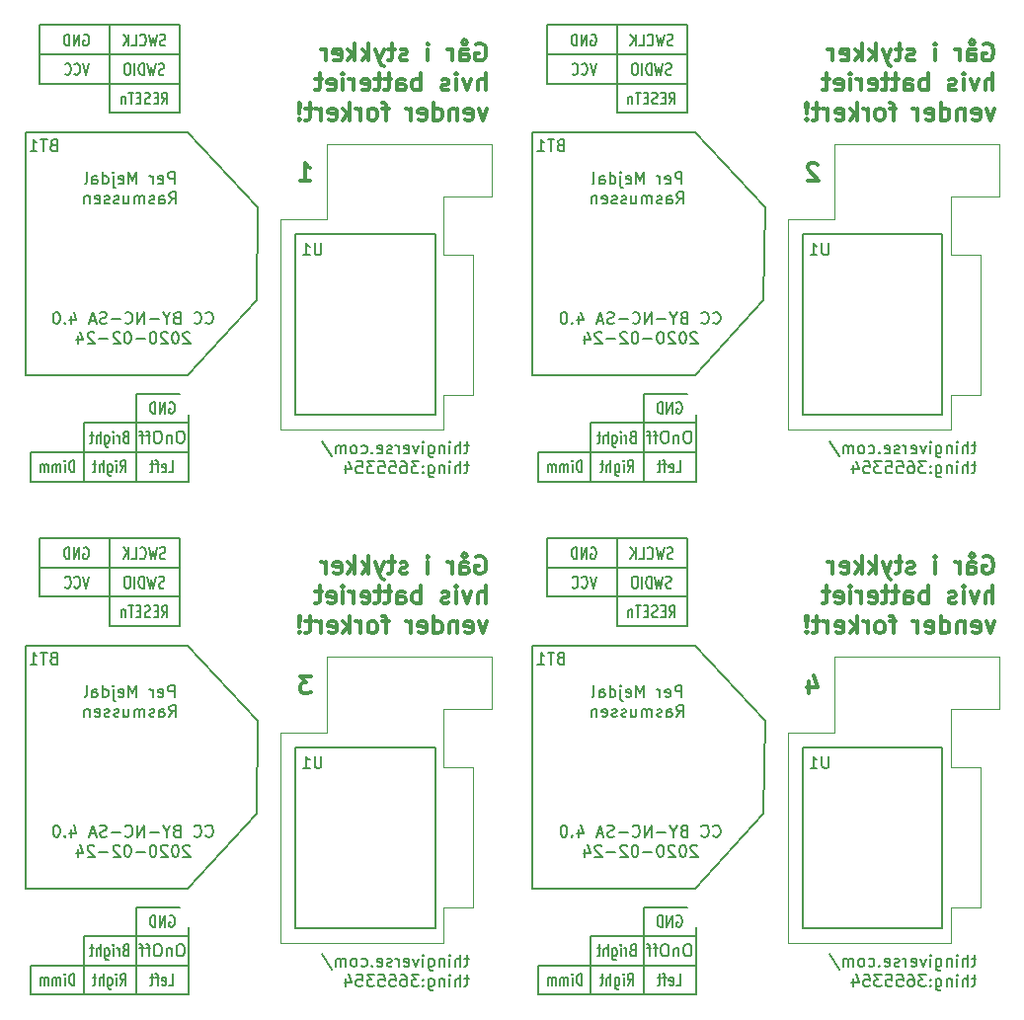
<source format=gbr>
G04 #@! TF.GenerationSoftware,KiCad,Pcbnew,(5.0.2)-1*
G04 #@! TF.CreationDate,2020-07-10T17:38:52+02:00*
G04 #@! TF.ProjectId,IKEA_Button2,494b4541-5f42-4757-9474-6f6e322e6b69,rev?*
G04 #@! TF.SameCoordinates,Original*
G04 #@! TF.FileFunction,Legend,Bot*
G04 #@! TF.FilePolarity,Positive*
%FSLAX46Y46*%
G04 Gerber Fmt 4.6, Leading zero omitted, Abs format (unit mm)*
G04 Created by KiCad (PCBNEW (5.0.2)-1) date 10-07-2020 17:38:52*
%MOMM*%
%LPD*%
G01*
G04 APERTURE LIST*
%ADD10C,0.300000*%
%ADD11C,0.200000*%
%ADD12C,0.150000*%
%ADD13C,0.100000*%
G04 APERTURE END LIST*
D10*
X111928571Y-20321428D02*
X111857142Y-20250000D01*
X111714285Y-20178571D01*
X111357142Y-20178571D01*
X111214285Y-20250000D01*
X111142857Y-20321428D01*
X111071428Y-20464285D01*
X111071428Y-20607142D01*
X111142857Y-20821428D01*
X112000000Y-21678571D01*
X111071428Y-21678571D01*
X111214285Y-64678571D02*
X111214285Y-65678571D01*
X111571428Y-64107142D02*
X111928571Y-65178571D01*
X111000000Y-65178571D01*
X67571428Y-21678571D02*
X68428571Y-21678571D01*
X68000000Y-21678571D02*
X68000000Y-20178571D01*
X68142857Y-20392857D01*
X68285714Y-20535714D01*
X68428571Y-20607142D01*
X68500000Y-64178571D02*
X67571428Y-64178571D01*
X68071428Y-64750000D01*
X67857142Y-64750000D01*
X67714285Y-64821428D01*
X67642857Y-64892857D01*
X67571428Y-65035714D01*
X67571428Y-65392857D01*
X67642857Y-65535714D01*
X67714285Y-65607142D01*
X67857142Y-65678571D01*
X68285714Y-65678571D01*
X68428571Y-65607142D01*
X68500000Y-65535714D01*
D11*
X48216666Y-90702380D02*
X48216666Y-89702380D01*
X48026190Y-89702380D01*
X47911904Y-89750000D01*
X47835714Y-89845238D01*
X47797619Y-89940476D01*
X47759523Y-90130952D01*
X47759523Y-90273809D01*
X47797619Y-90464285D01*
X47835714Y-90559523D01*
X47911904Y-90654761D01*
X48026190Y-90702380D01*
X48216666Y-90702380D01*
X47416666Y-90702380D02*
X47416666Y-90035714D01*
X47416666Y-89702380D02*
X47454761Y-89750000D01*
X47416666Y-89797619D01*
X47378571Y-89750000D01*
X47416666Y-89702380D01*
X47416666Y-89797619D01*
X47035714Y-90702380D02*
X47035714Y-90035714D01*
X47035714Y-90130952D02*
X46997619Y-90083333D01*
X46921428Y-90035714D01*
X46807142Y-90035714D01*
X46730952Y-90083333D01*
X46692857Y-90178571D01*
X46692857Y-90702380D01*
X46692857Y-90178571D02*
X46654761Y-90083333D01*
X46578571Y-90035714D01*
X46464285Y-90035714D01*
X46388095Y-90083333D01*
X46350000Y-90178571D01*
X46350000Y-90702380D01*
X45969047Y-90702380D02*
X45969047Y-90035714D01*
X45969047Y-90130952D02*
X45930952Y-90083333D01*
X45854761Y-90035714D01*
X45740476Y-90035714D01*
X45664285Y-90083333D01*
X45626190Y-90178571D01*
X45626190Y-90702380D01*
X45626190Y-90178571D02*
X45588095Y-90083333D01*
X45511904Y-90035714D01*
X45397619Y-90035714D01*
X45321428Y-90083333D01*
X45283333Y-90178571D01*
X45283333Y-90702380D01*
X57392857Y-87202380D02*
X57202380Y-87202380D01*
X57107142Y-87250000D01*
X57011904Y-87345238D01*
X56964285Y-87535714D01*
X56964285Y-87869047D01*
X57011904Y-88059523D01*
X57107142Y-88154761D01*
X57202380Y-88202380D01*
X57392857Y-88202380D01*
X57488095Y-88154761D01*
X57583333Y-88059523D01*
X57630952Y-87869047D01*
X57630952Y-87535714D01*
X57583333Y-87345238D01*
X57488095Y-87250000D01*
X57392857Y-87202380D01*
X56535714Y-87535714D02*
X56535714Y-88202380D01*
X56535714Y-87630952D02*
X56488095Y-87583333D01*
X56392857Y-87535714D01*
X56250000Y-87535714D01*
X56154761Y-87583333D01*
X56107142Y-87678571D01*
X56107142Y-88202380D01*
X55440476Y-87202380D02*
X55250000Y-87202380D01*
X55154761Y-87250000D01*
X55059523Y-87345238D01*
X55011904Y-87535714D01*
X55011904Y-87869047D01*
X55059523Y-88059523D01*
X55154761Y-88154761D01*
X55250000Y-88202380D01*
X55440476Y-88202380D01*
X55535714Y-88154761D01*
X55630952Y-88059523D01*
X55678571Y-87869047D01*
X55678571Y-87535714D01*
X55630952Y-87345238D01*
X55535714Y-87250000D01*
X55440476Y-87202380D01*
X54726190Y-87535714D02*
X54345238Y-87535714D01*
X54583333Y-88202380D02*
X54583333Y-87345238D01*
X54535714Y-87250000D01*
X54440476Y-87202380D01*
X54345238Y-87202380D01*
X54154761Y-87535714D02*
X53773809Y-87535714D01*
X54011904Y-88202380D02*
X54011904Y-87345238D01*
X53964285Y-87250000D01*
X53869047Y-87202380D01*
X53773809Y-87202380D01*
X56302380Y-90702380D02*
X56683333Y-90702380D01*
X56683333Y-89702380D01*
X55730952Y-90654761D02*
X55807142Y-90702380D01*
X55959523Y-90702380D01*
X56035714Y-90654761D01*
X56073809Y-90559523D01*
X56073809Y-90178571D01*
X56035714Y-90083333D01*
X55959523Y-90035714D01*
X55807142Y-90035714D01*
X55730952Y-90083333D01*
X55692857Y-90178571D01*
X55692857Y-90273809D01*
X56073809Y-90369047D01*
X55464285Y-90035714D02*
X55159523Y-90035714D01*
X55350000Y-90702380D02*
X55350000Y-89845238D01*
X55311904Y-89750000D01*
X55235714Y-89702380D01*
X55159523Y-89702380D01*
X55007142Y-90035714D02*
X54702380Y-90035714D01*
X54892857Y-89702380D02*
X54892857Y-90559523D01*
X54854761Y-90654761D01*
X54778571Y-90702380D01*
X54702380Y-90702380D01*
X59484854Y-77888053D02*
X59532473Y-77935672D01*
X59675330Y-77983291D01*
X59770568Y-77983291D01*
X59913425Y-77935672D01*
X60008663Y-77840434D01*
X60056282Y-77745196D01*
X60103901Y-77554720D01*
X60103901Y-77411863D01*
X60056282Y-77221387D01*
X60008663Y-77126149D01*
X59913425Y-77030911D01*
X59770568Y-76983291D01*
X59675330Y-76983291D01*
X59532473Y-77030911D01*
X59484854Y-77078530D01*
X58484854Y-77888053D02*
X58532473Y-77935672D01*
X58675330Y-77983291D01*
X58770568Y-77983291D01*
X58913425Y-77935672D01*
X59008663Y-77840434D01*
X59056282Y-77745196D01*
X59103901Y-77554720D01*
X59103901Y-77411863D01*
X59056282Y-77221387D01*
X59008663Y-77126149D01*
X58913425Y-77030911D01*
X58770568Y-76983291D01*
X58675330Y-76983291D01*
X58532473Y-77030911D01*
X58484854Y-77078530D01*
X56961044Y-77459482D02*
X56818187Y-77507101D01*
X56770568Y-77554720D01*
X56722949Y-77649958D01*
X56722949Y-77792815D01*
X56770568Y-77888053D01*
X56818187Y-77935672D01*
X56913425Y-77983291D01*
X57294378Y-77983291D01*
X57294378Y-76983291D01*
X56961044Y-76983291D01*
X56865806Y-77030911D01*
X56818187Y-77078530D01*
X56770568Y-77173768D01*
X56770568Y-77269006D01*
X56818187Y-77364244D01*
X56865806Y-77411863D01*
X56961044Y-77459482D01*
X57294378Y-77459482D01*
X56103901Y-77507101D02*
X56103901Y-77983291D01*
X56437235Y-76983291D02*
X56103901Y-77507101D01*
X55770568Y-76983291D01*
X55437235Y-77602339D02*
X54675330Y-77602339D01*
X54199139Y-77983291D02*
X54199139Y-76983291D01*
X53627711Y-77983291D01*
X53627711Y-76983291D01*
X52580092Y-77888053D02*
X52627711Y-77935672D01*
X52770568Y-77983291D01*
X52865806Y-77983291D01*
X53008663Y-77935672D01*
X53103901Y-77840434D01*
X53151520Y-77745196D01*
X53199139Y-77554720D01*
X53199139Y-77411863D01*
X53151520Y-77221387D01*
X53103901Y-77126149D01*
X53008663Y-77030911D01*
X52865806Y-76983291D01*
X52770568Y-76983291D01*
X52627711Y-77030911D01*
X52580092Y-77078530D01*
X52151520Y-77602339D02*
X51389616Y-77602339D01*
X50961044Y-77935672D02*
X50818187Y-77983291D01*
X50580092Y-77983291D01*
X50484854Y-77935672D01*
X50437235Y-77888053D01*
X50389616Y-77792815D01*
X50389616Y-77697577D01*
X50437235Y-77602339D01*
X50484854Y-77554720D01*
X50580092Y-77507101D01*
X50770568Y-77459482D01*
X50865806Y-77411863D01*
X50913425Y-77364244D01*
X50961044Y-77269006D01*
X50961044Y-77173768D01*
X50913425Y-77078530D01*
X50865806Y-77030911D01*
X50770568Y-76983291D01*
X50532473Y-76983291D01*
X50389616Y-77030911D01*
X50008663Y-77697577D02*
X49532473Y-77697577D01*
X50103901Y-77983291D02*
X49770568Y-76983291D01*
X49437235Y-77983291D01*
X47913425Y-77316625D02*
X47913425Y-77983291D01*
X48151520Y-76935672D02*
X48389616Y-77649958D01*
X47770568Y-77649958D01*
X47389616Y-77888053D02*
X47341997Y-77935672D01*
X47389616Y-77983291D01*
X47437235Y-77935672D01*
X47389616Y-77888053D01*
X47389616Y-77983291D01*
X46722949Y-76983291D02*
X46627711Y-76983291D01*
X46532473Y-77030911D01*
X46484854Y-77078530D01*
X46437235Y-77173768D01*
X46389616Y-77364244D01*
X46389616Y-77602339D01*
X46437235Y-77792815D01*
X46484854Y-77888053D01*
X46532473Y-77935672D01*
X46627711Y-77983291D01*
X46722949Y-77983291D01*
X46818187Y-77935672D01*
X46865806Y-77888053D01*
X46913425Y-77792815D01*
X46961044Y-77602339D01*
X46961044Y-77364244D01*
X46913425Y-77173768D01*
X46865806Y-77078530D01*
X46818187Y-77030911D01*
X46722949Y-76983291D01*
X58103901Y-78778530D02*
X58056282Y-78730911D01*
X57961044Y-78683291D01*
X57722949Y-78683291D01*
X57627711Y-78730911D01*
X57580092Y-78778530D01*
X57532473Y-78873768D01*
X57532473Y-78969006D01*
X57580092Y-79111863D01*
X58151520Y-79683291D01*
X57532473Y-79683291D01*
X56913425Y-78683291D02*
X56818187Y-78683291D01*
X56722949Y-78730911D01*
X56675330Y-78778530D01*
X56627711Y-78873768D01*
X56580092Y-79064244D01*
X56580092Y-79302339D01*
X56627711Y-79492815D01*
X56675330Y-79588053D01*
X56722949Y-79635672D01*
X56818187Y-79683291D01*
X56913425Y-79683291D01*
X57008663Y-79635672D01*
X57056282Y-79588053D01*
X57103901Y-79492815D01*
X57151520Y-79302339D01*
X57151520Y-79064244D01*
X57103901Y-78873768D01*
X57056282Y-78778530D01*
X57008663Y-78730911D01*
X56913425Y-78683291D01*
X56199139Y-78778530D02*
X56151520Y-78730911D01*
X56056282Y-78683291D01*
X55818187Y-78683291D01*
X55722949Y-78730911D01*
X55675330Y-78778530D01*
X55627711Y-78873768D01*
X55627711Y-78969006D01*
X55675330Y-79111863D01*
X56246759Y-79683291D01*
X55627711Y-79683291D01*
X55008663Y-78683291D02*
X54913425Y-78683291D01*
X54818187Y-78730911D01*
X54770568Y-78778530D01*
X54722949Y-78873768D01*
X54675330Y-79064244D01*
X54675330Y-79302339D01*
X54722949Y-79492815D01*
X54770568Y-79588053D01*
X54818187Y-79635672D01*
X54913425Y-79683291D01*
X55008663Y-79683291D01*
X55103901Y-79635672D01*
X55151520Y-79588053D01*
X55199139Y-79492815D01*
X55246759Y-79302339D01*
X55246759Y-79064244D01*
X55199139Y-78873768D01*
X55151520Y-78778530D01*
X55103901Y-78730911D01*
X55008663Y-78683291D01*
X54246759Y-79302339D02*
X53484854Y-79302339D01*
X52818187Y-78683291D02*
X52722949Y-78683291D01*
X52627711Y-78730911D01*
X52580092Y-78778530D01*
X52532473Y-78873768D01*
X52484854Y-79064244D01*
X52484854Y-79302339D01*
X52532473Y-79492815D01*
X52580092Y-79588053D01*
X52627711Y-79635672D01*
X52722949Y-79683291D01*
X52818187Y-79683291D01*
X52913425Y-79635672D01*
X52961044Y-79588053D01*
X53008663Y-79492815D01*
X53056282Y-79302339D01*
X53056282Y-79064244D01*
X53008663Y-78873768D01*
X52961044Y-78778530D01*
X52913425Y-78730911D01*
X52818187Y-78683291D01*
X52103901Y-78778530D02*
X52056282Y-78730911D01*
X51961044Y-78683291D01*
X51722949Y-78683291D01*
X51627711Y-78730911D01*
X51580092Y-78778530D01*
X51532473Y-78873768D01*
X51532473Y-78969006D01*
X51580092Y-79111863D01*
X52151520Y-79683291D01*
X51532473Y-79683291D01*
X51103901Y-79302339D02*
X50341997Y-79302339D01*
X49913425Y-78778530D02*
X49865806Y-78730911D01*
X49770568Y-78683291D01*
X49532473Y-78683291D01*
X49437235Y-78730911D01*
X49389616Y-78778530D01*
X49341997Y-78873768D01*
X49341997Y-78969006D01*
X49389616Y-79111863D01*
X49961044Y-79683291D01*
X49341997Y-79683291D01*
X48484854Y-79016625D02*
X48484854Y-79683291D01*
X48722949Y-78635672D02*
X48961044Y-79349958D01*
X48341997Y-79349958D01*
X82011520Y-88426625D02*
X81630568Y-88426625D01*
X81868663Y-88093291D02*
X81868663Y-88950434D01*
X81821044Y-89045672D01*
X81725806Y-89093291D01*
X81630568Y-89093291D01*
X81297235Y-89093291D02*
X81297235Y-88093291D01*
X80868663Y-89093291D02*
X80868663Y-88569482D01*
X80916282Y-88474244D01*
X81011520Y-88426625D01*
X81154378Y-88426625D01*
X81249616Y-88474244D01*
X81297235Y-88521863D01*
X80392473Y-89093291D02*
X80392473Y-88426625D01*
X80392473Y-88093291D02*
X80440092Y-88140911D01*
X80392473Y-88188530D01*
X80344854Y-88140911D01*
X80392473Y-88093291D01*
X80392473Y-88188530D01*
X79916282Y-88426625D02*
X79916282Y-89093291D01*
X79916282Y-88521863D02*
X79868663Y-88474244D01*
X79773425Y-88426625D01*
X79630568Y-88426625D01*
X79535330Y-88474244D01*
X79487711Y-88569482D01*
X79487711Y-89093291D01*
X78582949Y-88426625D02*
X78582949Y-89236149D01*
X78630568Y-89331387D01*
X78678187Y-89379006D01*
X78773425Y-89426625D01*
X78916282Y-89426625D01*
X79011520Y-89379006D01*
X78582949Y-89045672D02*
X78678187Y-89093291D01*
X78868663Y-89093291D01*
X78963901Y-89045672D01*
X79011520Y-88998053D01*
X79059139Y-88902815D01*
X79059139Y-88617101D01*
X79011520Y-88521863D01*
X78963901Y-88474244D01*
X78868663Y-88426625D01*
X78678187Y-88426625D01*
X78582949Y-88474244D01*
X78106759Y-89093291D02*
X78106759Y-88426625D01*
X78106759Y-88093291D02*
X78154378Y-88140911D01*
X78106759Y-88188530D01*
X78059139Y-88140911D01*
X78106759Y-88093291D01*
X78106759Y-88188530D01*
X77725806Y-88426625D02*
X77487711Y-89093291D01*
X77249616Y-88426625D01*
X76487711Y-89045672D02*
X76582949Y-89093291D01*
X76773425Y-89093291D01*
X76868663Y-89045672D01*
X76916282Y-88950434D01*
X76916282Y-88569482D01*
X76868663Y-88474244D01*
X76773425Y-88426625D01*
X76582949Y-88426625D01*
X76487711Y-88474244D01*
X76440092Y-88569482D01*
X76440092Y-88664720D01*
X76916282Y-88759958D01*
X76011520Y-89093291D02*
X76011520Y-88426625D01*
X76011520Y-88617101D02*
X75963901Y-88521863D01*
X75916282Y-88474244D01*
X75821044Y-88426625D01*
X75725806Y-88426625D01*
X75440092Y-89045672D02*
X75344854Y-89093291D01*
X75154378Y-89093291D01*
X75059139Y-89045672D01*
X75011520Y-88950434D01*
X75011520Y-88902815D01*
X75059139Y-88807577D01*
X75154378Y-88759958D01*
X75297235Y-88759958D01*
X75392473Y-88712339D01*
X75440092Y-88617101D01*
X75440092Y-88569482D01*
X75392473Y-88474244D01*
X75297235Y-88426625D01*
X75154378Y-88426625D01*
X75059139Y-88474244D01*
X74201997Y-89045672D02*
X74297235Y-89093291D01*
X74487711Y-89093291D01*
X74582949Y-89045672D01*
X74630568Y-88950434D01*
X74630568Y-88569482D01*
X74582949Y-88474244D01*
X74487711Y-88426625D01*
X74297235Y-88426625D01*
X74201997Y-88474244D01*
X74154378Y-88569482D01*
X74154378Y-88664720D01*
X74630568Y-88759958D01*
X73725806Y-88998053D02*
X73678187Y-89045672D01*
X73725806Y-89093291D01*
X73773425Y-89045672D01*
X73725806Y-88998053D01*
X73725806Y-89093291D01*
X72821044Y-89045672D02*
X72916282Y-89093291D01*
X73106759Y-89093291D01*
X73201997Y-89045672D01*
X73249616Y-88998053D01*
X73297235Y-88902815D01*
X73297235Y-88617101D01*
X73249616Y-88521863D01*
X73201997Y-88474244D01*
X73106759Y-88426625D01*
X72916282Y-88426625D01*
X72821044Y-88474244D01*
X72249616Y-89093291D02*
X72344854Y-89045672D01*
X72392473Y-88998053D01*
X72440092Y-88902815D01*
X72440092Y-88617101D01*
X72392473Y-88521863D01*
X72344854Y-88474244D01*
X72249616Y-88426625D01*
X72106759Y-88426625D01*
X72011520Y-88474244D01*
X71963901Y-88521863D01*
X71916282Y-88617101D01*
X71916282Y-88902815D01*
X71963901Y-88998053D01*
X72011520Y-89045672D01*
X72106759Y-89093291D01*
X72249616Y-89093291D01*
X71487711Y-89093291D02*
X71487711Y-88426625D01*
X71487711Y-88521863D02*
X71440092Y-88474244D01*
X71344854Y-88426625D01*
X71201997Y-88426625D01*
X71106759Y-88474244D01*
X71059139Y-88569482D01*
X71059139Y-89093291D01*
X71059139Y-88569482D02*
X71011520Y-88474244D01*
X70916282Y-88426625D01*
X70773425Y-88426625D01*
X70678187Y-88474244D01*
X70630568Y-88569482D01*
X70630568Y-89093291D01*
X69440092Y-88045672D02*
X70297235Y-89331387D01*
X82011520Y-90126625D02*
X81630568Y-90126625D01*
X81868663Y-89793291D02*
X81868663Y-90650434D01*
X81821044Y-90745672D01*
X81725806Y-90793291D01*
X81630568Y-90793291D01*
X81297235Y-90793291D02*
X81297235Y-89793291D01*
X80868663Y-90793291D02*
X80868663Y-90269482D01*
X80916282Y-90174244D01*
X81011520Y-90126625D01*
X81154378Y-90126625D01*
X81249616Y-90174244D01*
X81297235Y-90221863D01*
X80392473Y-90793291D02*
X80392473Y-90126625D01*
X80392473Y-89793291D02*
X80440092Y-89840911D01*
X80392473Y-89888530D01*
X80344854Y-89840911D01*
X80392473Y-89793291D01*
X80392473Y-89888530D01*
X79916282Y-90126625D02*
X79916282Y-90793291D01*
X79916282Y-90221863D02*
X79868663Y-90174244D01*
X79773425Y-90126625D01*
X79630568Y-90126625D01*
X79535330Y-90174244D01*
X79487711Y-90269482D01*
X79487711Y-90793291D01*
X78582949Y-90126625D02*
X78582949Y-90936149D01*
X78630568Y-91031387D01*
X78678187Y-91079006D01*
X78773425Y-91126625D01*
X78916282Y-91126625D01*
X79011520Y-91079006D01*
X78582949Y-90745672D02*
X78678187Y-90793291D01*
X78868663Y-90793291D01*
X78963901Y-90745672D01*
X79011520Y-90698053D01*
X79059139Y-90602815D01*
X79059139Y-90317101D01*
X79011520Y-90221863D01*
X78963901Y-90174244D01*
X78868663Y-90126625D01*
X78678187Y-90126625D01*
X78582949Y-90174244D01*
X78106759Y-90698053D02*
X78059139Y-90745672D01*
X78106759Y-90793291D01*
X78154378Y-90745672D01*
X78106759Y-90698053D01*
X78106759Y-90793291D01*
X78106759Y-90174244D02*
X78059139Y-90221863D01*
X78106759Y-90269482D01*
X78154378Y-90221863D01*
X78106759Y-90174244D01*
X78106759Y-90269482D01*
X77725806Y-89793291D02*
X77106759Y-89793291D01*
X77440092Y-90174244D01*
X77297235Y-90174244D01*
X77201997Y-90221863D01*
X77154378Y-90269482D01*
X77106759Y-90364720D01*
X77106759Y-90602815D01*
X77154378Y-90698053D01*
X77201997Y-90745672D01*
X77297235Y-90793291D01*
X77582949Y-90793291D01*
X77678187Y-90745672D01*
X77725806Y-90698053D01*
X76249616Y-89793291D02*
X76440092Y-89793291D01*
X76535330Y-89840911D01*
X76582949Y-89888530D01*
X76678187Y-90031387D01*
X76725806Y-90221863D01*
X76725806Y-90602815D01*
X76678187Y-90698053D01*
X76630568Y-90745672D01*
X76535330Y-90793291D01*
X76344854Y-90793291D01*
X76249616Y-90745672D01*
X76201997Y-90698053D01*
X76154378Y-90602815D01*
X76154378Y-90364720D01*
X76201997Y-90269482D01*
X76249616Y-90221863D01*
X76344854Y-90174244D01*
X76535330Y-90174244D01*
X76630568Y-90221863D01*
X76678187Y-90269482D01*
X76725806Y-90364720D01*
X75249616Y-89793291D02*
X75725806Y-89793291D01*
X75773425Y-90269482D01*
X75725806Y-90221863D01*
X75630568Y-90174244D01*
X75392473Y-90174244D01*
X75297235Y-90221863D01*
X75249616Y-90269482D01*
X75201997Y-90364720D01*
X75201997Y-90602815D01*
X75249616Y-90698053D01*
X75297235Y-90745672D01*
X75392473Y-90793291D01*
X75630568Y-90793291D01*
X75725806Y-90745672D01*
X75773425Y-90698053D01*
X74297235Y-89793291D02*
X74773425Y-89793291D01*
X74821044Y-90269482D01*
X74773425Y-90221863D01*
X74678187Y-90174244D01*
X74440092Y-90174244D01*
X74344854Y-90221863D01*
X74297235Y-90269482D01*
X74249616Y-90364720D01*
X74249616Y-90602815D01*
X74297235Y-90698053D01*
X74344854Y-90745672D01*
X74440092Y-90793291D01*
X74678187Y-90793291D01*
X74773425Y-90745672D01*
X74821044Y-90698053D01*
X73916282Y-89793291D02*
X73297235Y-89793291D01*
X73630568Y-90174244D01*
X73487711Y-90174244D01*
X73392473Y-90221863D01*
X73344854Y-90269482D01*
X73297235Y-90364720D01*
X73297235Y-90602815D01*
X73344854Y-90698053D01*
X73392473Y-90745672D01*
X73487711Y-90793291D01*
X73773425Y-90793291D01*
X73868663Y-90745672D01*
X73916282Y-90698053D01*
X72392473Y-89793291D02*
X72868663Y-89793291D01*
X72916282Y-90269482D01*
X72868663Y-90221863D01*
X72773425Y-90174244D01*
X72535330Y-90174244D01*
X72440092Y-90221863D01*
X72392473Y-90269482D01*
X72344854Y-90364720D01*
X72344854Y-90602815D01*
X72392473Y-90698053D01*
X72440092Y-90745672D01*
X72535330Y-90793291D01*
X72773425Y-90793291D01*
X72868663Y-90745672D01*
X72916282Y-90698053D01*
X71487711Y-90126625D02*
X71487711Y-90793291D01*
X71725806Y-89745672D02*
X71963901Y-90459958D01*
X71344854Y-90459958D01*
X56782473Y-65983291D02*
X56782473Y-64983291D01*
X56401520Y-64983291D01*
X56306282Y-65030911D01*
X56258663Y-65078530D01*
X56211044Y-65173768D01*
X56211044Y-65316625D01*
X56258663Y-65411863D01*
X56306282Y-65459482D01*
X56401520Y-65507101D01*
X56782473Y-65507101D01*
X55401520Y-65935672D02*
X55496759Y-65983291D01*
X55687235Y-65983291D01*
X55782473Y-65935672D01*
X55830092Y-65840434D01*
X55830092Y-65459482D01*
X55782473Y-65364244D01*
X55687235Y-65316625D01*
X55496759Y-65316625D01*
X55401520Y-65364244D01*
X55353901Y-65459482D01*
X55353901Y-65554720D01*
X55830092Y-65649958D01*
X54925330Y-65983291D02*
X54925330Y-65316625D01*
X54925330Y-65507101D02*
X54877711Y-65411863D01*
X54830092Y-65364244D01*
X54734854Y-65316625D01*
X54639616Y-65316625D01*
X53544378Y-65983291D02*
X53544378Y-64983291D01*
X53211044Y-65697577D01*
X52877711Y-64983291D01*
X52877711Y-65983291D01*
X52020568Y-65935672D02*
X52115806Y-65983291D01*
X52306282Y-65983291D01*
X52401520Y-65935672D01*
X52449139Y-65840434D01*
X52449139Y-65459482D01*
X52401520Y-65364244D01*
X52306282Y-65316625D01*
X52115806Y-65316625D01*
X52020568Y-65364244D01*
X51972949Y-65459482D01*
X51972949Y-65554720D01*
X52449139Y-65649958D01*
X51544378Y-65316625D02*
X51544378Y-66173768D01*
X51591997Y-66269006D01*
X51687235Y-66316625D01*
X51734854Y-66316625D01*
X51544378Y-64983291D02*
X51591997Y-65030911D01*
X51544378Y-65078530D01*
X51496759Y-65030911D01*
X51544378Y-64983291D01*
X51544378Y-65078530D01*
X50639616Y-65983291D02*
X50639616Y-64983291D01*
X50639616Y-65935672D02*
X50734854Y-65983291D01*
X50925330Y-65983291D01*
X51020568Y-65935672D01*
X51068187Y-65888053D01*
X51115806Y-65792815D01*
X51115806Y-65507101D01*
X51068187Y-65411863D01*
X51020568Y-65364244D01*
X50925330Y-65316625D01*
X50734854Y-65316625D01*
X50639616Y-65364244D01*
X49734854Y-65983291D02*
X49734854Y-65459482D01*
X49782473Y-65364244D01*
X49877711Y-65316625D01*
X50068187Y-65316625D01*
X50163425Y-65364244D01*
X49734854Y-65935672D02*
X49830092Y-65983291D01*
X50068187Y-65983291D01*
X50163425Y-65935672D01*
X50211044Y-65840434D01*
X50211044Y-65745196D01*
X50163425Y-65649958D01*
X50068187Y-65602339D01*
X49830092Y-65602339D01*
X49734854Y-65554720D01*
X49115806Y-65983291D02*
X49211044Y-65935672D01*
X49258663Y-65840434D01*
X49258663Y-64983291D01*
X56353901Y-67683291D02*
X56687235Y-67207101D01*
X56925330Y-67683291D02*
X56925330Y-66683291D01*
X56544378Y-66683291D01*
X56449139Y-66730911D01*
X56401520Y-66778530D01*
X56353901Y-66873768D01*
X56353901Y-67016625D01*
X56401520Y-67111863D01*
X56449139Y-67159482D01*
X56544378Y-67207101D01*
X56925330Y-67207101D01*
X55496759Y-67683291D02*
X55496759Y-67159482D01*
X55544378Y-67064244D01*
X55639616Y-67016625D01*
X55830092Y-67016625D01*
X55925330Y-67064244D01*
X55496759Y-67635672D02*
X55591997Y-67683291D01*
X55830092Y-67683291D01*
X55925330Y-67635672D01*
X55972949Y-67540434D01*
X55972949Y-67445196D01*
X55925330Y-67349958D01*
X55830092Y-67302339D01*
X55591997Y-67302339D01*
X55496759Y-67254720D01*
X55068187Y-67635672D02*
X54972949Y-67683291D01*
X54782473Y-67683291D01*
X54687235Y-67635672D01*
X54639616Y-67540434D01*
X54639616Y-67492815D01*
X54687235Y-67397577D01*
X54782473Y-67349958D01*
X54925330Y-67349958D01*
X55020568Y-67302339D01*
X55068187Y-67207101D01*
X55068187Y-67159482D01*
X55020568Y-67064244D01*
X54925330Y-67016625D01*
X54782473Y-67016625D01*
X54687235Y-67064244D01*
X54211044Y-67683291D02*
X54211044Y-67016625D01*
X54211044Y-67111863D02*
X54163425Y-67064244D01*
X54068187Y-67016625D01*
X53925330Y-67016625D01*
X53830092Y-67064244D01*
X53782473Y-67159482D01*
X53782473Y-67683291D01*
X53782473Y-67159482D02*
X53734854Y-67064244D01*
X53639616Y-67016625D01*
X53496759Y-67016625D01*
X53401520Y-67064244D01*
X53353901Y-67159482D01*
X53353901Y-67683291D01*
X52449139Y-67016625D02*
X52449139Y-67683291D01*
X52877711Y-67016625D02*
X52877711Y-67540434D01*
X52830092Y-67635672D01*
X52734854Y-67683291D01*
X52591997Y-67683291D01*
X52496759Y-67635672D01*
X52449139Y-67588053D01*
X52020568Y-67635672D02*
X51925330Y-67683291D01*
X51734854Y-67683291D01*
X51639616Y-67635672D01*
X51591997Y-67540434D01*
X51591997Y-67492815D01*
X51639616Y-67397577D01*
X51734854Y-67349958D01*
X51877711Y-67349958D01*
X51972949Y-67302339D01*
X52020568Y-67207101D01*
X52020568Y-67159482D01*
X51972949Y-67064244D01*
X51877711Y-67016625D01*
X51734854Y-67016625D01*
X51639616Y-67064244D01*
X51211044Y-67635672D02*
X51115806Y-67683291D01*
X50925330Y-67683291D01*
X50830092Y-67635672D01*
X50782473Y-67540434D01*
X50782473Y-67492815D01*
X50830092Y-67397577D01*
X50925330Y-67349958D01*
X51068187Y-67349958D01*
X51163425Y-67302339D01*
X51211044Y-67207101D01*
X51211044Y-67159482D01*
X51163425Y-67064244D01*
X51068187Y-67016625D01*
X50925330Y-67016625D01*
X50830092Y-67064244D01*
X49972949Y-67635672D02*
X50068187Y-67683291D01*
X50258663Y-67683291D01*
X50353901Y-67635672D01*
X50401520Y-67540434D01*
X50401520Y-67159482D01*
X50353901Y-67064244D01*
X50258663Y-67016625D01*
X50068187Y-67016625D01*
X49972949Y-67064244D01*
X49925330Y-67159482D01*
X49925330Y-67254720D01*
X50401520Y-67349958D01*
X49496759Y-67016625D02*
X49496759Y-67683291D01*
X49496759Y-67111863D02*
X49449139Y-67064244D01*
X49353901Y-67016625D01*
X49211044Y-67016625D01*
X49115806Y-67064244D01*
X49068187Y-67159482D01*
X49068187Y-67683291D01*
X52145238Y-90702380D02*
X52411904Y-90226190D01*
X52602380Y-90702380D02*
X52602380Y-89702380D01*
X52297619Y-89702380D01*
X52221428Y-89750000D01*
X52183333Y-89797619D01*
X52145238Y-89892857D01*
X52145238Y-90035714D01*
X52183333Y-90130952D01*
X52221428Y-90178571D01*
X52297619Y-90226190D01*
X52602380Y-90226190D01*
X51802380Y-90702380D02*
X51802380Y-90035714D01*
X51802380Y-89702380D02*
X51840476Y-89750000D01*
X51802380Y-89797619D01*
X51764285Y-89750000D01*
X51802380Y-89702380D01*
X51802380Y-89797619D01*
X51078571Y-90035714D02*
X51078571Y-90845238D01*
X51116666Y-90940476D01*
X51154761Y-90988095D01*
X51230952Y-91035714D01*
X51345238Y-91035714D01*
X51421428Y-90988095D01*
X51078571Y-90654761D02*
X51154761Y-90702380D01*
X51307142Y-90702380D01*
X51383333Y-90654761D01*
X51421428Y-90607142D01*
X51459523Y-90511904D01*
X51459523Y-90226190D01*
X51421428Y-90130952D01*
X51383333Y-90083333D01*
X51307142Y-90035714D01*
X51154761Y-90035714D01*
X51078571Y-90083333D01*
X50697619Y-90702380D02*
X50697619Y-89702380D01*
X50354761Y-90702380D02*
X50354761Y-90178571D01*
X50392857Y-90083333D01*
X50469047Y-90035714D01*
X50583333Y-90035714D01*
X50659523Y-90083333D01*
X50697619Y-90130952D01*
X50088095Y-90035714D02*
X49783333Y-90035714D01*
X49973809Y-89702380D02*
X49973809Y-90559523D01*
X49935714Y-90654761D01*
X49859523Y-90702380D01*
X49783333Y-90702380D01*
D10*
X82668901Y-53990911D02*
X82811759Y-53919482D01*
X83026044Y-53919482D01*
X83240330Y-53990911D01*
X83383187Y-54133768D01*
X83454616Y-54276625D01*
X83526044Y-54562339D01*
X83526044Y-54776625D01*
X83454616Y-55062339D01*
X83383187Y-55205196D01*
X83240330Y-55348053D01*
X83026044Y-55419482D01*
X82883187Y-55419482D01*
X82668901Y-55348053D01*
X82597473Y-55276625D01*
X82597473Y-54776625D01*
X82883187Y-54776625D01*
X81311759Y-55419482D02*
X81311759Y-54633768D01*
X81383187Y-54490911D01*
X81526044Y-54419482D01*
X81811759Y-54419482D01*
X81954616Y-54490911D01*
X81311759Y-55348053D02*
X81454616Y-55419482D01*
X81811759Y-55419482D01*
X81954616Y-55348053D01*
X82026044Y-55205196D01*
X82026044Y-55062339D01*
X81954616Y-54919482D01*
X81811759Y-54848053D01*
X81454616Y-54848053D01*
X81311759Y-54776625D01*
X81668901Y-54062339D02*
X81811759Y-53990911D01*
X81883187Y-53848053D01*
X81811759Y-53705196D01*
X81668901Y-53633768D01*
X81526044Y-53705196D01*
X81454616Y-53848053D01*
X81526044Y-53990911D01*
X81668901Y-54062339D01*
X80597473Y-55419482D02*
X80597473Y-54419482D01*
X80597473Y-54705196D02*
X80526044Y-54562339D01*
X80454616Y-54490911D01*
X80311759Y-54419482D01*
X80168901Y-54419482D01*
X78526044Y-55419482D02*
X78526044Y-54419482D01*
X78526044Y-53919482D02*
X78597473Y-53990911D01*
X78526044Y-54062339D01*
X78454616Y-53990911D01*
X78526044Y-53919482D01*
X78526044Y-54062339D01*
X76740330Y-55348053D02*
X76597473Y-55419482D01*
X76311759Y-55419482D01*
X76168901Y-55348053D01*
X76097473Y-55205196D01*
X76097473Y-55133768D01*
X76168901Y-54990911D01*
X76311759Y-54919482D01*
X76526044Y-54919482D01*
X76668901Y-54848053D01*
X76740330Y-54705196D01*
X76740330Y-54633768D01*
X76668901Y-54490911D01*
X76526044Y-54419482D01*
X76311759Y-54419482D01*
X76168901Y-54490911D01*
X75668901Y-54419482D02*
X75097473Y-54419482D01*
X75454616Y-53919482D02*
X75454616Y-55205196D01*
X75383187Y-55348053D01*
X75240330Y-55419482D01*
X75097473Y-55419482D01*
X74740330Y-54419482D02*
X74383187Y-55419482D01*
X74026044Y-54419482D02*
X74383187Y-55419482D01*
X74526044Y-55776625D01*
X74597473Y-55848053D01*
X74740330Y-55919482D01*
X73454616Y-55419482D02*
X73454616Y-53919482D01*
X73311759Y-54848053D02*
X72883187Y-55419482D01*
X72883187Y-54419482D02*
X73454616Y-54990911D01*
X72240330Y-55419482D02*
X72240330Y-53919482D01*
X72097473Y-54848053D02*
X71668901Y-55419482D01*
X71668901Y-54419482D02*
X72240330Y-54990911D01*
X70454616Y-55348053D02*
X70597473Y-55419482D01*
X70883187Y-55419482D01*
X71026044Y-55348053D01*
X71097473Y-55205196D01*
X71097473Y-54633768D01*
X71026044Y-54490911D01*
X70883187Y-54419482D01*
X70597473Y-54419482D01*
X70454616Y-54490911D01*
X70383187Y-54633768D01*
X70383187Y-54776625D01*
X71097473Y-54919482D01*
X69740330Y-55419482D02*
X69740330Y-54419482D01*
X69740330Y-54705196D02*
X69668901Y-54562339D01*
X69597473Y-54490911D01*
X69454616Y-54419482D01*
X69311759Y-54419482D01*
X83454616Y-57969482D02*
X83454616Y-56469482D01*
X82811759Y-57969482D02*
X82811759Y-57183768D01*
X82883187Y-57040911D01*
X83026044Y-56969482D01*
X83240330Y-56969482D01*
X83383187Y-57040911D01*
X83454616Y-57112339D01*
X82240330Y-56969482D02*
X81883187Y-57969482D01*
X81526044Y-56969482D01*
X80954616Y-57969482D02*
X80954616Y-56969482D01*
X80954616Y-56469482D02*
X81026044Y-56540911D01*
X80954616Y-56612339D01*
X80883187Y-56540911D01*
X80954616Y-56469482D01*
X80954616Y-56612339D01*
X80311759Y-57898053D02*
X80168901Y-57969482D01*
X79883187Y-57969482D01*
X79740330Y-57898053D01*
X79668901Y-57755196D01*
X79668901Y-57683768D01*
X79740330Y-57540911D01*
X79883187Y-57469482D01*
X80097473Y-57469482D01*
X80240330Y-57398053D01*
X80311759Y-57255196D01*
X80311759Y-57183768D01*
X80240330Y-57040911D01*
X80097473Y-56969482D01*
X79883187Y-56969482D01*
X79740330Y-57040911D01*
X77883187Y-57969482D02*
X77883187Y-56469482D01*
X77883187Y-57040911D02*
X77740330Y-56969482D01*
X77454616Y-56969482D01*
X77311759Y-57040911D01*
X77240330Y-57112339D01*
X77168901Y-57255196D01*
X77168901Y-57683768D01*
X77240330Y-57826625D01*
X77311759Y-57898053D01*
X77454616Y-57969482D01*
X77740330Y-57969482D01*
X77883187Y-57898053D01*
X75883187Y-57969482D02*
X75883187Y-57183768D01*
X75954616Y-57040911D01*
X76097473Y-56969482D01*
X76383187Y-56969482D01*
X76526044Y-57040911D01*
X75883187Y-57898053D02*
X76026044Y-57969482D01*
X76383187Y-57969482D01*
X76526044Y-57898053D01*
X76597473Y-57755196D01*
X76597473Y-57612339D01*
X76526044Y-57469482D01*
X76383187Y-57398053D01*
X76026044Y-57398053D01*
X75883187Y-57326625D01*
X75383187Y-56969482D02*
X74811759Y-56969482D01*
X75168901Y-56469482D02*
X75168901Y-57755196D01*
X75097473Y-57898053D01*
X74954616Y-57969482D01*
X74811759Y-57969482D01*
X74526044Y-56969482D02*
X73954616Y-56969482D01*
X74311759Y-56469482D02*
X74311759Y-57755196D01*
X74240330Y-57898053D01*
X74097473Y-57969482D01*
X73954616Y-57969482D01*
X72883187Y-57898053D02*
X73026044Y-57969482D01*
X73311759Y-57969482D01*
X73454616Y-57898053D01*
X73526044Y-57755196D01*
X73526044Y-57183768D01*
X73454616Y-57040911D01*
X73311759Y-56969482D01*
X73026044Y-56969482D01*
X72883187Y-57040911D01*
X72811759Y-57183768D01*
X72811759Y-57326625D01*
X73526044Y-57469482D01*
X72168901Y-57969482D02*
X72168901Y-56969482D01*
X72168901Y-57255196D02*
X72097473Y-57112339D01*
X72026044Y-57040911D01*
X71883187Y-56969482D01*
X71740330Y-56969482D01*
X71240330Y-57969482D02*
X71240330Y-56969482D01*
X71240330Y-56469482D02*
X71311759Y-56540911D01*
X71240330Y-56612339D01*
X71168901Y-56540911D01*
X71240330Y-56469482D01*
X71240330Y-56612339D01*
X69954616Y-57898053D02*
X70097473Y-57969482D01*
X70383187Y-57969482D01*
X70526044Y-57898053D01*
X70597473Y-57755196D01*
X70597473Y-57183768D01*
X70526044Y-57040911D01*
X70383187Y-56969482D01*
X70097473Y-56969482D01*
X69954616Y-57040911D01*
X69883187Y-57183768D01*
X69883187Y-57326625D01*
X70597473Y-57469482D01*
X69454616Y-56969482D02*
X68883187Y-56969482D01*
X69240330Y-56469482D02*
X69240330Y-57755196D01*
X69168901Y-57898053D01*
X69026044Y-57969482D01*
X68883187Y-57969482D01*
X83597473Y-59519482D02*
X83240330Y-60519482D01*
X82883187Y-59519482D01*
X81740330Y-60448053D02*
X81883187Y-60519482D01*
X82168901Y-60519482D01*
X82311759Y-60448053D01*
X82383187Y-60305196D01*
X82383187Y-59733768D01*
X82311759Y-59590911D01*
X82168901Y-59519482D01*
X81883187Y-59519482D01*
X81740330Y-59590911D01*
X81668901Y-59733768D01*
X81668901Y-59876625D01*
X82383187Y-60019482D01*
X81026044Y-59519482D02*
X81026044Y-60519482D01*
X81026044Y-59662339D02*
X80954616Y-59590911D01*
X80811759Y-59519482D01*
X80597473Y-59519482D01*
X80454616Y-59590911D01*
X80383187Y-59733768D01*
X80383187Y-60519482D01*
X79026044Y-60519482D02*
X79026044Y-59019482D01*
X79026044Y-60448053D02*
X79168901Y-60519482D01*
X79454616Y-60519482D01*
X79597473Y-60448053D01*
X79668901Y-60376625D01*
X79740330Y-60233768D01*
X79740330Y-59805196D01*
X79668901Y-59662339D01*
X79597473Y-59590911D01*
X79454616Y-59519482D01*
X79168901Y-59519482D01*
X79026044Y-59590911D01*
X77740330Y-60448053D02*
X77883187Y-60519482D01*
X78168901Y-60519482D01*
X78311759Y-60448053D01*
X78383187Y-60305196D01*
X78383187Y-59733768D01*
X78311759Y-59590911D01*
X78168901Y-59519482D01*
X77883187Y-59519482D01*
X77740330Y-59590911D01*
X77668901Y-59733768D01*
X77668901Y-59876625D01*
X78383187Y-60019482D01*
X77026044Y-60519482D02*
X77026044Y-59519482D01*
X77026044Y-59805196D02*
X76954616Y-59662339D01*
X76883187Y-59590911D01*
X76740330Y-59519482D01*
X76597473Y-59519482D01*
X75168901Y-59519482D02*
X74597473Y-59519482D01*
X74954616Y-60519482D02*
X74954616Y-59233768D01*
X74883187Y-59090911D01*
X74740330Y-59019482D01*
X74597473Y-59019482D01*
X73883187Y-60519482D02*
X74026044Y-60448053D01*
X74097473Y-60376625D01*
X74168901Y-60233768D01*
X74168901Y-59805196D01*
X74097473Y-59662339D01*
X74026044Y-59590911D01*
X73883187Y-59519482D01*
X73668901Y-59519482D01*
X73526044Y-59590911D01*
X73454616Y-59662339D01*
X73383187Y-59805196D01*
X73383187Y-60233768D01*
X73454616Y-60376625D01*
X73526044Y-60448053D01*
X73668901Y-60519482D01*
X73883187Y-60519482D01*
X72740330Y-60519482D02*
X72740330Y-59519482D01*
X72740330Y-59805196D02*
X72668901Y-59662339D01*
X72597473Y-59590911D01*
X72454616Y-59519482D01*
X72311759Y-59519482D01*
X71811759Y-60519482D02*
X71811759Y-59019482D01*
X71668901Y-59948053D02*
X71240330Y-60519482D01*
X71240330Y-59519482D02*
X71811759Y-60090911D01*
X70026044Y-60448053D02*
X70168901Y-60519482D01*
X70454616Y-60519482D01*
X70597473Y-60448053D01*
X70668901Y-60305196D01*
X70668901Y-59733768D01*
X70597473Y-59590911D01*
X70454616Y-59519482D01*
X70168901Y-59519482D01*
X70026044Y-59590911D01*
X69954616Y-59733768D01*
X69954616Y-59876625D01*
X70668901Y-60019482D01*
X69311759Y-60519482D02*
X69311759Y-59519482D01*
X69311759Y-59805196D02*
X69240330Y-59662339D01*
X69168901Y-59590911D01*
X69026044Y-59519482D01*
X68883187Y-59519482D01*
X68597473Y-59519482D02*
X68026044Y-59519482D01*
X68383187Y-59019482D02*
X68383187Y-60305196D01*
X68311759Y-60448053D01*
X68168901Y-60519482D01*
X68026044Y-60519482D01*
X67526044Y-60376625D02*
X67454616Y-60448053D01*
X67526044Y-60519482D01*
X67597473Y-60448053D01*
X67526044Y-60376625D01*
X67526044Y-60519482D01*
X67526044Y-59948053D02*
X67597473Y-59090911D01*
X67526044Y-59019482D01*
X67454616Y-59090911D01*
X67526044Y-59948053D01*
X67526044Y-59019482D01*
D11*
X49466666Y-55652380D02*
X49200000Y-56652380D01*
X48933333Y-55652380D01*
X48209523Y-56557142D02*
X48247619Y-56604761D01*
X48361904Y-56652380D01*
X48438095Y-56652380D01*
X48552380Y-56604761D01*
X48628571Y-56509523D01*
X48666666Y-56414285D01*
X48704761Y-56223809D01*
X48704761Y-56080952D01*
X48666666Y-55890476D01*
X48628571Y-55795238D01*
X48552380Y-55700000D01*
X48438095Y-55652380D01*
X48361904Y-55652380D01*
X48247619Y-55700000D01*
X48209523Y-55747619D01*
X47409523Y-56557142D02*
X47447619Y-56604761D01*
X47561904Y-56652380D01*
X47638095Y-56652380D01*
X47752380Y-56604761D01*
X47828571Y-56509523D01*
X47866666Y-56414285D01*
X47904761Y-56223809D01*
X47904761Y-56080952D01*
X47866666Y-55890476D01*
X47828571Y-55795238D01*
X47752380Y-55700000D01*
X47638095Y-55652380D01*
X47561904Y-55652380D01*
X47447619Y-55700000D01*
X47409523Y-55747619D01*
X55895238Y-56604761D02*
X55780952Y-56652380D01*
X55590476Y-56652380D01*
X55514285Y-56604761D01*
X55476190Y-56557142D01*
X55438095Y-56461904D01*
X55438095Y-56366666D01*
X55476190Y-56271428D01*
X55514285Y-56223809D01*
X55590476Y-56176190D01*
X55742857Y-56128571D01*
X55819047Y-56080952D01*
X55857142Y-56033333D01*
X55895238Y-55938095D01*
X55895238Y-55842857D01*
X55857142Y-55747619D01*
X55819047Y-55700000D01*
X55742857Y-55652380D01*
X55552380Y-55652380D01*
X55438095Y-55700000D01*
X55171428Y-55652380D02*
X54980952Y-56652380D01*
X54828571Y-55938095D01*
X54676190Y-56652380D01*
X54485714Y-55652380D01*
X54180952Y-56652380D02*
X54180952Y-55652380D01*
X53990476Y-55652380D01*
X53876190Y-55700000D01*
X53800000Y-55795238D01*
X53761904Y-55890476D01*
X53723809Y-56080952D01*
X53723809Y-56223809D01*
X53761904Y-56414285D01*
X53800000Y-56509523D01*
X53876190Y-56604761D01*
X53990476Y-56652380D01*
X54180952Y-56652380D01*
X53380952Y-56652380D02*
X53380952Y-55652380D01*
X52847619Y-55652380D02*
X52695238Y-55652380D01*
X52619047Y-55700000D01*
X52542857Y-55795238D01*
X52504761Y-55985714D01*
X52504761Y-56319047D01*
X52542857Y-56509523D01*
X52619047Y-56604761D01*
X52695238Y-56652380D01*
X52847619Y-56652380D01*
X52923809Y-56604761D01*
X53000000Y-56509523D01*
X53038095Y-56319047D01*
X53038095Y-55985714D01*
X53000000Y-55795238D01*
X52923809Y-55700000D01*
X52847619Y-55652380D01*
X55723809Y-59152380D02*
X55990476Y-58676190D01*
X56180952Y-59152380D02*
X56180952Y-58152380D01*
X55876190Y-58152380D01*
X55800000Y-58200000D01*
X55761904Y-58247619D01*
X55723809Y-58342857D01*
X55723809Y-58485714D01*
X55761904Y-58580952D01*
X55800000Y-58628571D01*
X55876190Y-58676190D01*
X56180952Y-58676190D01*
X55380952Y-58628571D02*
X55114285Y-58628571D01*
X55000000Y-59152380D02*
X55380952Y-59152380D01*
X55380952Y-58152380D01*
X55000000Y-58152380D01*
X54695238Y-59104761D02*
X54580952Y-59152380D01*
X54390476Y-59152380D01*
X54314285Y-59104761D01*
X54276190Y-59057142D01*
X54238095Y-58961904D01*
X54238095Y-58866666D01*
X54276190Y-58771428D01*
X54314285Y-58723809D01*
X54390476Y-58676190D01*
X54542857Y-58628571D01*
X54619047Y-58580952D01*
X54657142Y-58533333D01*
X54695238Y-58438095D01*
X54695238Y-58342857D01*
X54657142Y-58247619D01*
X54619047Y-58200000D01*
X54542857Y-58152380D01*
X54352380Y-58152380D01*
X54238095Y-58200000D01*
X53895238Y-58628571D02*
X53628571Y-58628571D01*
X53514285Y-59152380D02*
X53895238Y-59152380D01*
X53895238Y-58152380D01*
X53514285Y-58152380D01*
X53285714Y-58152380D02*
X52828571Y-58152380D01*
X53057142Y-59152380D02*
X53057142Y-58152380D01*
X52561904Y-58485714D02*
X52561904Y-59152380D01*
X52561904Y-58580952D02*
X52523809Y-58533333D01*
X52447619Y-58485714D01*
X52333333Y-58485714D01*
X52257142Y-58533333D01*
X52219047Y-58628571D01*
X52219047Y-59152380D01*
X56009523Y-54104761D02*
X55895238Y-54152380D01*
X55704761Y-54152380D01*
X55628571Y-54104761D01*
X55590476Y-54057142D01*
X55552380Y-53961904D01*
X55552380Y-53866666D01*
X55590476Y-53771428D01*
X55628571Y-53723809D01*
X55704761Y-53676190D01*
X55857142Y-53628571D01*
X55933333Y-53580952D01*
X55971428Y-53533333D01*
X56009523Y-53438095D01*
X56009523Y-53342857D01*
X55971428Y-53247619D01*
X55933333Y-53200000D01*
X55857142Y-53152380D01*
X55666666Y-53152380D01*
X55552380Y-53200000D01*
X55285714Y-53152380D02*
X55095238Y-54152380D01*
X54942857Y-53438095D01*
X54790476Y-54152380D01*
X54600000Y-53152380D01*
X53838095Y-54057142D02*
X53876190Y-54104761D01*
X53990476Y-54152380D01*
X54066666Y-54152380D01*
X54180952Y-54104761D01*
X54257142Y-54009523D01*
X54295238Y-53914285D01*
X54333333Y-53723809D01*
X54333333Y-53580952D01*
X54295238Y-53390476D01*
X54257142Y-53295238D01*
X54180952Y-53200000D01*
X54066666Y-53152380D01*
X53990476Y-53152380D01*
X53876190Y-53200000D01*
X53838095Y-53247619D01*
X53114285Y-54152380D02*
X53495238Y-54152380D01*
X53495238Y-53152380D01*
X52847619Y-54152380D02*
X52847619Y-53152380D01*
X52390476Y-54152380D02*
X52733333Y-53580952D01*
X52390476Y-53152380D02*
X52847619Y-53723809D01*
X49009523Y-53200000D02*
X49085714Y-53152380D01*
X49200000Y-53152380D01*
X49314285Y-53200000D01*
X49390476Y-53295238D01*
X49428571Y-53390476D01*
X49466666Y-53580952D01*
X49466666Y-53723809D01*
X49428571Y-53914285D01*
X49390476Y-54009523D01*
X49314285Y-54104761D01*
X49200000Y-54152380D01*
X49123809Y-54152380D01*
X49009523Y-54104761D01*
X48971428Y-54057142D01*
X48971428Y-53723809D01*
X49123809Y-53723809D01*
X48628571Y-54152380D02*
X48628571Y-53152380D01*
X48171428Y-54152380D01*
X48171428Y-53152380D01*
X47790476Y-54152380D02*
X47790476Y-53152380D01*
X47600000Y-53152380D01*
X47485714Y-53200000D01*
X47409523Y-53295238D01*
X47371428Y-53390476D01*
X47333333Y-53580952D01*
X47333333Y-53723809D01*
X47371428Y-53914285D01*
X47409523Y-54009523D01*
X47485714Y-54104761D01*
X47600000Y-54152380D01*
X47790476Y-54152380D01*
X52583333Y-87678571D02*
X52469047Y-87726190D01*
X52430952Y-87773809D01*
X52392857Y-87869047D01*
X52392857Y-88011904D01*
X52430952Y-88107142D01*
X52469047Y-88154761D01*
X52545238Y-88202380D01*
X52850000Y-88202380D01*
X52850000Y-87202380D01*
X52583333Y-87202380D01*
X52507142Y-87250000D01*
X52469047Y-87297619D01*
X52430952Y-87392857D01*
X52430952Y-87488095D01*
X52469047Y-87583333D01*
X52507142Y-87630952D01*
X52583333Y-87678571D01*
X52850000Y-87678571D01*
X52050000Y-88202380D02*
X52050000Y-87535714D01*
X52050000Y-87726190D02*
X52011904Y-87630952D01*
X51973809Y-87583333D01*
X51897619Y-87535714D01*
X51821428Y-87535714D01*
X51554761Y-88202380D02*
X51554761Y-87535714D01*
X51554761Y-87202380D02*
X51592857Y-87250000D01*
X51554761Y-87297619D01*
X51516666Y-87250000D01*
X51554761Y-87202380D01*
X51554761Y-87297619D01*
X50830952Y-87535714D02*
X50830952Y-88345238D01*
X50869047Y-88440476D01*
X50907142Y-88488095D01*
X50983333Y-88535714D01*
X51097619Y-88535714D01*
X51173809Y-88488095D01*
X50830952Y-88154761D02*
X50907142Y-88202380D01*
X51059523Y-88202380D01*
X51135714Y-88154761D01*
X51173809Y-88107142D01*
X51211904Y-88011904D01*
X51211904Y-87726190D01*
X51173809Y-87630952D01*
X51135714Y-87583333D01*
X51059523Y-87535714D01*
X50907142Y-87535714D01*
X50830952Y-87583333D01*
X50450000Y-88202380D02*
X50450000Y-87202380D01*
X50107142Y-88202380D02*
X50107142Y-87678571D01*
X50145238Y-87583333D01*
X50221428Y-87535714D01*
X50335714Y-87535714D01*
X50411904Y-87583333D01*
X50450000Y-87630952D01*
X49840476Y-87535714D02*
X49535714Y-87535714D01*
X49726190Y-87202380D02*
X49726190Y-88059523D01*
X49688095Y-88154761D01*
X49611904Y-88202380D01*
X49535714Y-88202380D01*
X56359523Y-84750000D02*
X56435714Y-84702380D01*
X56550000Y-84702380D01*
X56664285Y-84750000D01*
X56740476Y-84845238D01*
X56778571Y-84940476D01*
X56816666Y-85130952D01*
X56816666Y-85273809D01*
X56778571Y-85464285D01*
X56740476Y-85559523D01*
X56664285Y-85654761D01*
X56550000Y-85702380D01*
X56473809Y-85702380D01*
X56359523Y-85654761D01*
X56321428Y-85607142D01*
X56321428Y-85273809D01*
X56473809Y-85273809D01*
X55978571Y-85702380D02*
X55978571Y-84702380D01*
X55521428Y-85702380D01*
X55521428Y-84702380D01*
X55140476Y-85702380D02*
X55140476Y-84702380D01*
X54950000Y-84702380D01*
X54835714Y-84750000D01*
X54759523Y-84845238D01*
X54721428Y-84940476D01*
X54683333Y-85130952D01*
X54683333Y-85273809D01*
X54721428Y-85464285D01*
X54759523Y-85559523D01*
X54835714Y-85654761D01*
X54950000Y-85702380D01*
X55140476Y-85702380D01*
X57246759Y-54880911D02*
X45246759Y-54880911D01*
X45246759Y-57380911D02*
X57246759Y-57380911D01*
X57246759Y-59880911D02*
X57246759Y-52380911D01*
X51250000Y-59880911D02*
X57246759Y-59880911D01*
X45246759Y-52380911D02*
X45246759Y-57380000D01*
X49000000Y-91420000D02*
X49000000Y-86500000D01*
X51246759Y-59880911D02*
X51246759Y-52380911D01*
X57246759Y-52380911D02*
X45246759Y-52380911D01*
X53500000Y-91500000D02*
X53500000Y-84000000D01*
X57250000Y-84000000D02*
X53500000Y-84000000D01*
X44500000Y-89000000D02*
X44500000Y-91500000D01*
X44500000Y-91500000D02*
X58000000Y-91500000D01*
X58000000Y-91500000D02*
X58000000Y-85750000D01*
X58000000Y-86500000D02*
X49000000Y-86500000D01*
X44500000Y-89000000D02*
X58000000Y-89000000D01*
X99859523Y-84750000D02*
X99935714Y-84702380D01*
X100050000Y-84702380D01*
X100164285Y-84750000D01*
X100240476Y-84845238D01*
X100278571Y-84940476D01*
X100316666Y-85130952D01*
X100316666Y-85273809D01*
X100278571Y-85464285D01*
X100240476Y-85559523D01*
X100164285Y-85654761D01*
X100050000Y-85702380D01*
X99973809Y-85702380D01*
X99859523Y-85654761D01*
X99821428Y-85607142D01*
X99821428Y-85273809D01*
X99973809Y-85273809D01*
X99478571Y-85702380D02*
X99478571Y-84702380D01*
X99021428Y-85702380D01*
X99021428Y-84702380D01*
X98640476Y-85702380D02*
X98640476Y-84702380D01*
X98450000Y-84702380D01*
X98335714Y-84750000D01*
X98259523Y-84845238D01*
X98221428Y-84940476D01*
X98183333Y-85130952D01*
X98183333Y-85273809D01*
X98221428Y-85464285D01*
X98259523Y-85559523D01*
X98335714Y-85654761D01*
X98450000Y-85702380D01*
X98640476Y-85702380D01*
X96083333Y-87678571D02*
X95969047Y-87726190D01*
X95930952Y-87773809D01*
X95892857Y-87869047D01*
X95892857Y-88011904D01*
X95930952Y-88107142D01*
X95969047Y-88154761D01*
X96045238Y-88202380D01*
X96350000Y-88202380D01*
X96350000Y-87202380D01*
X96083333Y-87202380D01*
X96007142Y-87250000D01*
X95969047Y-87297619D01*
X95930952Y-87392857D01*
X95930952Y-87488095D01*
X95969047Y-87583333D01*
X96007142Y-87630952D01*
X96083333Y-87678571D01*
X96350000Y-87678571D01*
X95550000Y-88202380D02*
X95550000Y-87535714D01*
X95550000Y-87726190D02*
X95511904Y-87630952D01*
X95473809Y-87583333D01*
X95397619Y-87535714D01*
X95321428Y-87535714D01*
X95054761Y-88202380D02*
X95054761Y-87535714D01*
X95054761Y-87202380D02*
X95092857Y-87250000D01*
X95054761Y-87297619D01*
X95016666Y-87250000D01*
X95054761Y-87202380D01*
X95054761Y-87297619D01*
X94330952Y-87535714D02*
X94330952Y-88345238D01*
X94369047Y-88440476D01*
X94407142Y-88488095D01*
X94483333Y-88535714D01*
X94597619Y-88535714D01*
X94673809Y-88488095D01*
X94330952Y-88154761D02*
X94407142Y-88202380D01*
X94559523Y-88202380D01*
X94635714Y-88154761D01*
X94673809Y-88107142D01*
X94711904Y-88011904D01*
X94711904Y-87726190D01*
X94673809Y-87630952D01*
X94635714Y-87583333D01*
X94559523Y-87535714D01*
X94407142Y-87535714D01*
X94330952Y-87583333D01*
X93950000Y-88202380D02*
X93950000Y-87202380D01*
X93607142Y-88202380D02*
X93607142Y-87678571D01*
X93645238Y-87583333D01*
X93721428Y-87535714D01*
X93835714Y-87535714D01*
X93911904Y-87583333D01*
X93950000Y-87630952D01*
X93340476Y-87535714D02*
X93035714Y-87535714D01*
X93226190Y-87202380D02*
X93226190Y-88059523D01*
X93188095Y-88154761D01*
X93111904Y-88202380D01*
X93035714Y-88202380D01*
X92509523Y-53200000D02*
X92585714Y-53152380D01*
X92700000Y-53152380D01*
X92814285Y-53200000D01*
X92890476Y-53295238D01*
X92928571Y-53390476D01*
X92966666Y-53580952D01*
X92966666Y-53723809D01*
X92928571Y-53914285D01*
X92890476Y-54009523D01*
X92814285Y-54104761D01*
X92700000Y-54152380D01*
X92623809Y-54152380D01*
X92509523Y-54104761D01*
X92471428Y-54057142D01*
X92471428Y-53723809D01*
X92623809Y-53723809D01*
X92128571Y-54152380D02*
X92128571Y-53152380D01*
X91671428Y-54152380D01*
X91671428Y-53152380D01*
X91290476Y-54152380D02*
X91290476Y-53152380D01*
X91100000Y-53152380D01*
X90985714Y-53200000D01*
X90909523Y-53295238D01*
X90871428Y-53390476D01*
X90833333Y-53580952D01*
X90833333Y-53723809D01*
X90871428Y-53914285D01*
X90909523Y-54009523D01*
X90985714Y-54104761D01*
X91100000Y-54152380D01*
X91290476Y-54152380D01*
X99509523Y-54104761D02*
X99395238Y-54152380D01*
X99204761Y-54152380D01*
X99128571Y-54104761D01*
X99090476Y-54057142D01*
X99052380Y-53961904D01*
X99052380Y-53866666D01*
X99090476Y-53771428D01*
X99128571Y-53723809D01*
X99204761Y-53676190D01*
X99357142Y-53628571D01*
X99433333Y-53580952D01*
X99471428Y-53533333D01*
X99509523Y-53438095D01*
X99509523Y-53342857D01*
X99471428Y-53247619D01*
X99433333Y-53200000D01*
X99357142Y-53152380D01*
X99166666Y-53152380D01*
X99052380Y-53200000D01*
X98785714Y-53152380D02*
X98595238Y-54152380D01*
X98442857Y-53438095D01*
X98290476Y-54152380D01*
X98100000Y-53152380D01*
X97338095Y-54057142D02*
X97376190Y-54104761D01*
X97490476Y-54152380D01*
X97566666Y-54152380D01*
X97680952Y-54104761D01*
X97757142Y-54009523D01*
X97795238Y-53914285D01*
X97833333Y-53723809D01*
X97833333Y-53580952D01*
X97795238Y-53390476D01*
X97757142Y-53295238D01*
X97680952Y-53200000D01*
X97566666Y-53152380D01*
X97490476Y-53152380D01*
X97376190Y-53200000D01*
X97338095Y-53247619D01*
X96614285Y-54152380D02*
X96995238Y-54152380D01*
X96995238Y-53152380D01*
X96347619Y-54152380D02*
X96347619Y-53152380D01*
X95890476Y-54152380D02*
X96233333Y-53580952D01*
X95890476Y-53152380D02*
X96347619Y-53723809D01*
X99223809Y-59152380D02*
X99490476Y-58676190D01*
X99680952Y-59152380D02*
X99680952Y-58152380D01*
X99376190Y-58152380D01*
X99300000Y-58200000D01*
X99261904Y-58247619D01*
X99223809Y-58342857D01*
X99223809Y-58485714D01*
X99261904Y-58580952D01*
X99300000Y-58628571D01*
X99376190Y-58676190D01*
X99680952Y-58676190D01*
X98880952Y-58628571D02*
X98614285Y-58628571D01*
X98500000Y-59152380D02*
X98880952Y-59152380D01*
X98880952Y-58152380D01*
X98500000Y-58152380D01*
X98195238Y-59104761D02*
X98080952Y-59152380D01*
X97890476Y-59152380D01*
X97814285Y-59104761D01*
X97776190Y-59057142D01*
X97738095Y-58961904D01*
X97738095Y-58866666D01*
X97776190Y-58771428D01*
X97814285Y-58723809D01*
X97890476Y-58676190D01*
X98042857Y-58628571D01*
X98119047Y-58580952D01*
X98157142Y-58533333D01*
X98195238Y-58438095D01*
X98195238Y-58342857D01*
X98157142Y-58247619D01*
X98119047Y-58200000D01*
X98042857Y-58152380D01*
X97852380Y-58152380D01*
X97738095Y-58200000D01*
X97395238Y-58628571D02*
X97128571Y-58628571D01*
X97014285Y-59152380D02*
X97395238Y-59152380D01*
X97395238Y-58152380D01*
X97014285Y-58152380D01*
X96785714Y-58152380D02*
X96328571Y-58152380D01*
X96557142Y-59152380D02*
X96557142Y-58152380D01*
X96061904Y-58485714D02*
X96061904Y-59152380D01*
X96061904Y-58580952D02*
X96023809Y-58533333D01*
X95947619Y-58485714D01*
X95833333Y-58485714D01*
X95757142Y-58533333D01*
X95719047Y-58628571D01*
X95719047Y-59152380D01*
X99395238Y-56604761D02*
X99280952Y-56652380D01*
X99090476Y-56652380D01*
X99014285Y-56604761D01*
X98976190Y-56557142D01*
X98938095Y-56461904D01*
X98938095Y-56366666D01*
X98976190Y-56271428D01*
X99014285Y-56223809D01*
X99090476Y-56176190D01*
X99242857Y-56128571D01*
X99319047Y-56080952D01*
X99357142Y-56033333D01*
X99395238Y-55938095D01*
X99395238Y-55842857D01*
X99357142Y-55747619D01*
X99319047Y-55700000D01*
X99242857Y-55652380D01*
X99052380Y-55652380D01*
X98938095Y-55700000D01*
X98671428Y-55652380D02*
X98480952Y-56652380D01*
X98328571Y-55938095D01*
X98176190Y-56652380D01*
X97985714Y-55652380D01*
X97680952Y-56652380D02*
X97680952Y-55652380D01*
X97490476Y-55652380D01*
X97376190Y-55700000D01*
X97300000Y-55795238D01*
X97261904Y-55890476D01*
X97223809Y-56080952D01*
X97223809Y-56223809D01*
X97261904Y-56414285D01*
X97300000Y-56509523D01*
X97376190Y-56604761D01*
X97490476Y-56652380D01*
X97680952Y-56652380D01*
X96880952Y-56652380D02*
X96880952Y-55652380D01*
X96347619Y-55652380D02*
X96195238Y-55652380D01*
X96119047Y-55700000D01*
X96042857Y-55795238D01*
X96004761Y-55985714D01*
X96004761Y-56319047D01*
X96042857Y-56509523D01*
X96119047Y-56604761D01*
X96195238Y-56652380D01*
X96347619Y-56652380D01*
X96423809Y-56604761D01*
X96500000Y-56509523D01*
X96538095Y-56319047D01*
X96538095Y-55985714D01*
X96500000Y-55795238D01*
X96423809Y-55700000D01*
X96347619Y-55652380D01*
X92966666Y-55652380D02*
X92700000Y-56652380D01*
X92433333Y-55652380D01*
X91709523Y-56557142D02*
X91747619Y-56604761D01*
X91861904Y-56652380D01*
X91938095Y-56652380D01*
X92052380Y-56604761D01*
X92128571Y-56509523D01*
X92166666Y-56414285D01*
X92204761Y-56223809D01*
X92204761Y-56080952D01*
X92166666Y-55890476D01*
X92128571Y-55795238D01*
X92052380Y-55700000D01*
X91938095Y-55652380D01*
X91861904Y-55652380D01*
X91747619Y-55700000D01*
X91709523Y-55747619D01*
X90909523Y-56557142D02*
X90947619Y-56604761D01*
X91061904Y-56652380D01*
X91138095Y-56652380D01*
X91252380Y-56604761D01*
X91328571Y-56509523D01*
X91366666Y-56414285D01*
X91404761Y-56223809D01*
X91404761Y-56080952D01*
X91366666Y-55890476D01*
X91328571Y-55795238D01*
X91252380Y-55700000D01*
X91138095Y-55652380D01*
X91061904Y-55652380D01*
X90947619Y-55700000D01*
X90909523Y-55747619D01*
D10*
X126168901Y-53990911D02*
X126311759Y-53919482D01*
X126526044Y-53919482D01*
X126740330Y-53990911D01*
X126883187Y-54133768D01*
X126954616Y-54276625D01*
X127026044Y-54562339D01*
X127026044Y-54776625D01*
X126954616Y-55062339D01*
X126883187Y-55205196D01*
X126740330Y-55348053D01*
X126526044Y-55419482D01*
X126383187Y-55419482D01*
X126168901Y-55348053D01*
X126097473Y-55276625D01*
X126097473Y-54776625D01*
X126383187Y-54776625D01*
X124811759Y-55419482D02*
X124811759Y-54633768D01*
X124883187Y-54490911D01*
X125026044Y-54419482D01*
X125311759Y-54419482D01*
X125454616Y-54490911D01*
X124811759Y-55348053D02*
X124954616Y-55419482D01*
X125311759Y-55419482D01*
X125454616Y-55348053D01*
X125526044Y-55205196D01*
X125526044Y-55062339D01*
X125454616Y-54919482D01*
X125311759Y-54848053D01*
X124954616Y-54848053D01*
X124811759Y-54776625D01*
X125168901Y-54062339D02*
X125311759Y-53990911D01*
X125383187Y-53848053D01*
X125311759Y-53705196D01*
X125168901Y-53633768D01*
X125026044Y-53705196D01*
X124954616Y-53848053D01*
X125026044Y-53990911D01*
X125168901Y-54062339D01*
X124097473Y-55419482D02*
X124097473Y-54419482D01*
X124097473Y-54705196D02*
X124026044Y-54562339D01*
X123954616Y-54490911D01*
X123811759Y-54419482D01*
X123668901Y-54419482D01*
X122026044Y-55419482D02*
X122026044Y-54419482D01*
X122026044Y-53919482D02*
X122097473Y-53990911D01*
X122026044Y-54062339D01*
X121954616Y-53990911D01*
X122026044Y-53919482D01*
X122026044Y-54062339D01*
X120240330Y-55348053D02*
X120097473Y-55419482D01*
X119811759Y-55419482D01*
X119668901Y-55348053D01*
X119597473Y-55205196D01*
X119597473Y-55133768D01*
X119668901Y-54990911D01*
X119811759Y-54919482D01*
X120026044Y-54919482D01*
X120168901Y-54848053D01*
X120240330Y-54705196D01*
X120240330Y-54633768D01*
X120168901Y-54490911D01*
X120026044Y-54419482D01*
X119811759Y-54419482D01*
X119668901Y-54490911D01*
X119168901Y-54419482D02*
X118597473Y-54419482D01*
X118954616Y-53919482D02*
X118954616Y-55205196D01*
X118883187Y-55348053D01*
X118740330Y-55419482D01*
X118597473Y-55419482D01*
X118240330Y-54419482D02*
X117883187Y-55419482D01*
X117526044Y-54419482D02*
X117883187Y-55419482D01*
X118026044Y-55776625D01*
X118097473Y-55848053D01*
X118240330Y-55919482D01*
X116954616Y-55419482D02*
X116954616Y-53919482D01*
X116811759Y-54848053D02*
X116383187Y-55419482D01*
X116383187Y-54419482D02*
X116954616Y-54990911D01*
X115740330Y-55419482D02*
X115740330Y-53919482D01*
X115597473Y-54848053D02*
X115168901Y-55419482D01*
X115168901Y-54419482D02*
X115740330Y-54990911D01*
X113954616Y-55348053D02*
X114097473Y-55419482D01*
X114383187Y-55419482D01*
X114526044Y-55348053D01*
X114597473Y-55205196D01*
X114597473Y-54633768D01*
X114526044Y-54490911D01*
X114383187Y-54419482D01*
X114097473Y-54419482D01*
X113954616Y-54490911D01*
X113883187Y-54633768D01*
X113883187Y-54776625D01*
X114597473Y-54919482D01*
X113240330Y-55419482D02*
X113240330Y-54419482D01*
X113240330Y-54705196D02*
X113168901Y-54562339D01*
X113097473Y-54490911D01*
X112954616Y-54419482D01*
X112811759Y-54419482D01*
X126954616Y-57969482D02*
X126954616Y-56469482D01*
X126311759Y-57969482D02*
X126311759Y-57183768D01*
X126383187Y-57040911D01*
X126526044Y-56969482D01*
X126740330Y-56969482D01*
X126883187Y-57040911D01*
X126954616Y-57112339D01*
X125740330Y-56969482D02*
X125383187Y-57969482D01*
X125026044Y-56969482D01*
X124454616Y-57969482D02*
X124454616Y-56969482D01*
X124454616Y-56469482D02*
X124526044Y-56540911D01*
X124454616Y-56612339D01*
X124383187Y-56540911D01*
X124454616Y-56469482D01*
X124454616Y-56612339D01*
X123811759Y-57898053D02*
X123668901Y-57969482D01*
X123383187Y-57969482D01*
X123240330Y-57898053D01*
X123168901Y-57755196D01*
X123168901Y-57683768D01*
X123240330Y-57540911D01*
X123383187Y-57469482D01*
X123597473Y-57469482D01*
X123740330Y-57398053D01*
X123811759Y-57255196D01*
X123811759Y-57183768D01*
X123740330Y-57040911D01*
X123597473Y-56969482D01*
X123383187Y-56969482D01*
X123240330Y-57040911D01*
X121383187Y-57969482D02*
X121383187Y-56469482D01*
X121383187Y-57040911D02*
X121240330Y-56969482D01*
X120954616Y-56969482D01*
X120811759Y-57040911D01*
X120740330Y-57112339D01*
X120668901Y-57255196D01*
X120668901Y-57683768D01*
X120740330Y-57826625D01*
X120811759Y-57898053D01*
X120954616Y-57969482D01*
X121240330Y-57969482D01*
X121383187Y-57898053D01*
X119383187Y-57969482D02*
X119383187Y-57183768D01*
X119454616Y-57040911D01*
X119597473Y-56969482D01*
X119883187Y-56969482D01*
X120026044Y-57040911D01*
X119383187Y-57898053D02*
X119526044Y-57969482D01*
X119883187Y-57969482D01*
X120026044Y-57898053D01*
X120097473Y-57755196D01*
X120097473Y-57612339D01*
X120026044Y-57469482D01*
X119883187Y-57398053D01*
X119526044Y-57398053D01*
X119383187Y-57326625D01*
X118883187Y-56969482D02*
X118311759Y-56969482D01*
X118668901Y-56469482D02*
X118668901Y-57755196D01*
X118597473Y-57898053D01*
X118454616Y-57969482D01*
X118311759Y-57969482D01*
X118026044Y-56969482D02*
X117454616Y-56969482D01*
X117811759Y-56469482D02*
X117811759Y-57755196D01*
X117740330Y-57898053D01*
X117597473Y-57969482D01*
X117454616Y-57969482D01*
X116383187Y-57898053D02*
X116526044Y-57969482D01*
X116811759Y-57969482D01*
X116954616Y-57898053D01*
X117026044Y-57755196D01*
X117026044Y-57183768D01*
X116954616Y-57040911D01*
X116811759Y-56969482D01*
X116526044Y-56969482D01*
X116383187Y-57040911D01*
X116311759Y-57183768D01*
X116311759Y-57326625D01*
X117026044Y-57469482D01*
X115668901Y-57969482D02*
X115668901Y-56969482D01*
X115668901Y-57255196D02*
X115597473Y-57112339D01*
X115526044Y-57040911D01*
X115383187Y-56969482D01*
X115240330Y-56969482D01*
X114740330Y-57969482D02*
X114740330Y-56969482D01*
X114740330Y-56469482D02*
X114811759Y-56540911D01*
X114740330Y-56612339D01*
X114668901Y-56540911D01*
X114740330Y-56469482D01*
X114740330Y-56612339D01*
X113454616Y-57898053D02*
X113597473Y-57969482D01*
X113883187Y-57969482D01*
X114026044Y-57898053D01*
X114097473Y-57755196D01*
X114097473Y-57183768D01*
X114026044Y-57040911D01*
X113883187Y-56969482D01*
X113597473Y-56969482D01*
X113454616Y-57040911D01*
X113383187Y-57183768D01*
X113383187Y-57326625D01*
X114097473Y-57469482D01*
X112954616Y-56969482D02*
X112383187Y-56969482D01*
X112740330Y-56469482D02*
X112740330Y-57755196D01*
X112668901Y-57898053D01*
X112526044Y-57969482D01*
X112383187Y-57969482D01*
X127097473Y-59519482D02*
X126740330Y-60519482D01*
X126383187Y-59519482D01*
X125240330Y-60448053D02*
X125383187Y-60519482D01*
X125668901Y-60519482D01*
X125811759Y-60448053D01*
X125883187Y-60305196D01*
X125883187Y-59733768D01*
X125811759Y-59590911D01*
X125668901Y-59519482D01*
X125383187Y-59519482D01*
X125240330Y-59590911D01*
X125168901Y-59733768D01*
X125168901Y-59876625D01*
X125883187Y-60019482D01*
X124526044Y-59519482D02*
X124526044Y-60519482D01*
X124526044Y-59662339D02*
X124454616Y-59590911D01*
X124311759Y-59519482D01*
X124097473Y-59519482D01*
X123954616Y-59590911D01*
X123883187Y-59733768D01*
X123883187Y-60519482D01*
X122526044Y-60519482D02*
X122526044Y-59019482D01*
X122526044Y-60448053D02*
X122668901Y-60519482D01*
X122954616Y-60519482D01*
X123097473Y-60448053D01*
X123168901Y-60376625D01*
X123240330Y-60233768D01*
X123240330Y-59805196D01*
X123168901Y-59662339D01*
X123097473Y-59590911D01*
X122954616Y-59519482D01*
X122668901Y-59519482D01*
X122526044Y-59590911D01*
X121240330Y-60448053D02*
X121383187Y-60519482D01*
X121668901Y-60519482D01*
X121811759Y-60448053D01*
X121883187Y-60305196D01*
X121883187Y-59733768D01*
X121811759Y-59590911D01*
X121668901Y-59519482D01*
X121383187Y-59519482D01*
X121240330Y-59590911D01*
X121168901Y-59733768D01*
X121168901Y-59876625D01*
X121883187Y-60019482D01*
X120526044Y-60519482D02*
X120526044Y-59519482D01*
X120526044Y-59805196D02*
X120454616Y-59662339D01*
X120383187Y-59590911D01*
X120240330Y-59519482D01*
X120097473Y-59519482D01*
X118668901Y-59519482D02*
X118097473Y-59519482D01*
X118454616Y-60519482D02*
X118454616Y-59233768D01*
X118383187Y-59090911D01*
X118240330Y-59019482D01*
X118097473Y-59019482D01*
X117383187Y-60519482D02*
X117526044Y-60448053D01*
X117597473Y-60376625D01*
X117668901Y-60233768D01*
X117668901Y-59805196D01*
X117597473Y-59662339D01*
X117526044Y-59590911D01*
X117383187Y-59519482D01*
X117168901Y-59519482D01*
X117026044Y-59590911D01*
X116954616Y-59662339D01*
X116883187Y-59805196D01*
X116883187Y-60233768D01*
X116954616Y-60376625D01*
X117026044Y-60448053D01*
X117168901Y-60519482D01*
X117383187Y-60519482D01*
X116240330Y-60519482D02*
X116240330Y-59519482D01*
X116240330Y-59805196D02*
X116168901Y-59662339D01*
X116097473Y-59590911D01*
X115954616Y-59519482D01*
X115811759Y-59519482D01*
X115311759Y-60519482D02*
X115311759Y-59019482D01*
X115168901Y-59948053D02*
X114740330Y-60519482D01*
X114740330Y-59519482D02*
X115311759Y-60090911D01*
X113526044Y-60448053D02*
X113668901Y-60519482D01*
X113954616Y-60519482D01*
X114097473Y-60448053D01*
X114168901Y-60305196D01*
X114168901Y-59733768D01*
X114097473Y-59590911D01*
X113954616Y-59519482D01*
X113668901Y-59519482D01*
X113526044Y-59590911D01*
X113454616Y-59733768D01*
X113454616Y-59876625D01*
X114168901Y-60019482D01*
X112811759Y-60519482D02*
X112811759Y-59519482D01*
X112811759Y-59805196D02*
X112740330Y-59662339D01*
X112668901Y-59590911D01*
X112526044Y-59519482D01*
X112383187Y-59519482D01*
X112097473Y-59519482D02*
X111526044Y-59519482D01*
X111883187Y-59019482D02*
X111883187Y-60305196D01*
X111811759Y-60448053D01*
X111668901Y-60519482D01*
X111526044Y-60519482D01*
X111026044Y-60376625D02*
X110954616Y-60448053D01*
X111026044Y-60519482D01*
X111097473Y-60448053D01*
X111026044Y-60376625D01*
X111026044Y-60519482D01*
X111026044Y-59948053D02*
X111097473Y-59090911D01*
X111026044Y-59019482D01*
X110954616Y-59090911D01*
X111026044Y-59948053D01*
X111026044Y-59019482D01*
D11*
X95645238Y-90702380D02*
X95911904Y-90226190D01*
X96102380Y-90702380D02*
X96102380Y-89702380D01*
X95797619Y-89702380D01*
X95721428Y-89750000D01*
X95683333Y-89797619D01*
X95645238Y-89892857D01*
X95645238Y-90035714D01*
X95683333Y-90130952D01*
X95721428Y-90178571D01*
X95797619Y-90226190D01*
X96102380Y-90226190D01*
X95302380Y-90702380D02*
X95302380Y-90035714D01*
X95302380Y-89702380D02*
X95340476Y-89750000D01*
X95302380Y-89797619D01*
X95264285Y-89750000D01*
X95302380Y-89702380D01*
X95302380Y-89797619D01*
X94578571Y-90035714D02*
X94578571Y-90845238D01*
X94616666Y-90940476D01*
X94654761Y-90988095D01*
X94730952Y-91035714D01*
X94845238Y-91035714D01*
X94921428Y-90988095D01*
X94578571Y-90654761D02*
X94654761Y-90702380D01*
X94807142Y-90702380D01*
X94883333Y-90654761D01*
X94921428Y-90607142D01*
X94959523Y-90511904D01*
X94959523Y-90226190D01*
X94921428Y-90130952D01*
X94883333Y-90083333D01*
X94807142Y-90035714D01*
X94654761Y-90035714D01*
X94578571Y-90083333D01*
X94197619Y-90702380D02*
X94197619Y-89702380D01*
X93854761Y-90702380D02*
X93854761Y-90178571D01*
X93892857Y-90083333D01*
X93969047Y-90035714D01*
X94083333Y-90035714D01*
X94159523Y-90083333D01*
X94197619Y-90130952D01*
X93588095Y-90035714D02*
X93283333Y-90035714D01*
X93473809Y-89702380D02*
X93473809Y-90559523D01*
X93435714Y-90654761D01*
X93359523Y-90702380D01*
X93283333Y-90702380D01*
X100282473Y-65983291D02*
X100282473Y-64983291D01*
X99901520Y-64983291D01*
X99806282Y-65030911D01*
X99758663Y-65078530D01*
X99711044Y-65173768D01*
X99711044Y-65316625D01*
X99758663Y-65411863D01*
X99806282Y-65459482D01*
X99901520Y-65507101D01*
X100282473Y-65507101D01*
X98901520Y-65935672D02*
X98996759Y-65983291D01*
X99187235Y-65983291D01*
X99282473Y-65935672D01*
X99330092Y-65840434D01*
X99330092Y-65459482D01*
X99282473Y-65364244D01*
X99187235Y-65316625D01*
X98996759Y-65316625D01*
X98901520Y-65364244D01*
X98853901Y-65459482D01*
X98853901Y-65554720D01*
X99330092Y-65649958D01*
X98425330Y-65983291D02*
X98425330Y-65316625D01*
X98425330Y-65507101D02*
X98377711Y-65411863D01*
X98330092Y-65364244D01*
X98234854Y-65316625D01*
X98139616Y-65316625D01*
X97044378Y-65983291D02*
X97044378Y-64983291D01*
X96711044Y-65697577D01*
X96377711Y-64983291D01*
X96377711Y-65983291D01*
X95520568Y-65935672D02*
X95615806Y-65983291D01*
X95806282Y-65983291D01*
X95901520Y-65935672D01*
X95949139Y-65840434D01*
X95949139Y-65459482D01*
X95901520Y-65364244D01*
X95806282Y-65316625D01*
X95615806Y-65316625D01*
X95520568Y-65364244D01*
X95472949Y-65459482D01*
X95472949Y-65554720D01*
X95949139Y-65649958D01*
X95044378Y-65316625D02*
X95044378Y-66173768D01*
X95091997Y-66269006D01*
X95187235Y-66316625D01*
X95234854Y-66316625D01*
X95044378Y-64983291D02*
X95091997Y-65030911D01*
X95044378Y-65078530D01*
X94996759Y-65030911D01*
X95044378Y-64983291D01*
X95044378Y-65078530D01*
X94139616Y-65983291D02*
X94139616Y-64983291D01*
X94139616Y-65935672D02*
X94234854Y-65983291D01*
X94425330Y-65983291D01*
X94520568Y-65935672D01*
X94568187Y-65888053D01*
X94615806Y-65792815D01*
X94615806Y-65507101D01*
X94568187Y-65411863D01*
X94520568Y-65364244D01*
X94425330Y-65316625D01*
X94234854Y-65316625D01*
X94139616Y-65364244D01*
X93234854Y-65983291D02*
X93234854Y-65459482D01*
X93282473Y-65364244D01*
X93377711Y-65316625D01*
X93568187Y-65316625D01*
X93663425Y-65364244D01*
X93234854Y-65935672D02*
X93330092Y-65983291D01*
X93568187Y-65983291D01*
X93663425Y-65935672D01*
X93711044Y-65840434D01*
X93711044Y-65745196D01*
X93663425Y-65649958D01*
X93568187Y-65602339D01*
X93330092Y-65602339D01*
X93234854Y-65554720D01*
X92615806Y-65983291D02*
X92711044Y-65935672D01*
X92758663Y-65840434D01*
X92758663Y-64983291D01*
X99853901Y-67683291D02*
X100187235Y-67207101D01*
X100425330Y-67683291D02*
X100425330Y-66683291D01*
X100044378Y-66683291D01*
X99949139Y-66730911D01*
X99901520Y-66778530D01*
X99853901Y-66873768D01*
X99853901Y-67016625D01*
X99901520Y-67111863D01*
X99949139Y-67159482D01*
X100044378Y-67207101D01*
X100425330Y-67207101D01*
X98996759Y-67683291D02*
X98996759Y-67159482D01*
X99044378Y-67064244D01*
X99139616Y-67016625D01*
X99330092Y-67016625D01*
X99425330Y-67064244D01*
X98996759Y-67635672D02*
X99091997Y-67683291D01*
X99330092Y-67683291D01*
X99425330Y-67635672D01*
X99472949Y-67540434D01*
X99472949Y-67445196D01*
X99425330Y-67349958D01*
X99330092Y-67302339D01*
X99091997Y-67302339D01*
X98996759Y-67254720D01*
X98568187Y-67635672D02*
X98472949Y-67683291D01*
X98282473Y-67683291D01*
X98187235Y-67635672D01*
X98139616Y-67540434D01*
X98139616Y-67492815D01*
X98187235Y-67397577D01*
X98282473Y-67349958D01*
X98425330Y-67349958D01*
X98520568Y-67302339D01*
X98568187Y-67207101D01*
X98568187Y-67159482D01*
X98520568Y-67064244D01*
X98425330Y-67016625D01*
X98282473Y-67016625D01*
X98187235Y-67064244D01*
X97711044Y-67683291D02*
X97711044Y-67016625D01*
X97711044Y-67111863D02*
X97663425Y-67064244D01*
X97568187Y-67016625D01*
X97425330Y-67016625D01*
X97330092Y-67064244D01*
X97282473Y-67159482D01*
X97282473Y-67683291D01*
X97282473Y-67159482D02*
X97234854Y-67064244D01*
X97139616Y-67016625D01*
X96996759Y-67016625D01*
X96901520Y-67064244D01*
X96853901Y-67159482D01*
X96853901Y-67683291D01*
X95949139Y-67016625D02*
X95949139Y-67683291D01*
X96377711Y-67016625D02*
X96377711Y-67540434D01*
X96330092Y-67635672D01*
X96234854Y-67683291D01*
X96091997Y-67683291D01*
X95996759Y-67635672D01*
X95949139Y-67588053D01*
X95520568Y-67635672D02*
X95425330Y-67683291D01*
X95234854Y-67683291D01*
X95139616Y-67635672D01*
X95091997Y-67540434D01*
X95091997Y-67492815D01*
X95139616Y-67397577D01*
X95234854Y-67349958D01*
X95377711Y-67349958D01*
X95472949Y-67302339D01*
X95520568Y-67207101D01*
X95520568Y-67159482D01*
X95472949Y-67064244D01*
X95377711Y-67016625D01*
X95234854Y-67016625D01*
X95139616Y-67064244D01*
X94711044Y-67635672D02*
X94615806Y-67683291D01*
X94425330Y-67683291D01*
X94330092Y-67635672D01*
X94282473Y-67540434D01*
X94282473Y-67492815D01*
X94330092Y-67397577D01*
X94425330Y-67349958D01*
X94568187Y-67349958D01*
X94663425Y-67302339D01*
X94711044Y-67207101D01*
X94711044Y-67159482D01*
X94663425Y-67064244D01*
X94568187Y-67016625D01*
X94425330Y-67016625D01*
X94330092Y-67064244D01*
X93472949Y-67635672D02*
X93568187Y-67683291D01*
X93758663Y-67683291D01*
X93853901Y-67635672D01*
X93901520Y-67540434D01*
X93901520Y-67159482D01*
X93853901Y-67064244D01*
X93758663Y-67016625D01*
X93568187Y-67016625D01*
X93472949Y-67064244D01*
X93425330Y-67159482D01*
X93425330Y-67254720D01*
X93901520Y-67349958D01*
X92996759Y-67016625D02*
X92996759Y-67683291D01*
X92996759Y-67111863D02*
X92949139Y-67064244D01*
X92853901Y-67016625D01*
X92711044Y-67016625D01*
X92615806Y-67064244D01*
X92568187Y-67159482D01*
X92568187Y-67683291D01*
X125511520Y-88426625D02*
X125130568Y-88426625D01*
X125368663Y-88093291D02*
X125368663Y-88950434D01*
X125321044Y-89045672D01*
X125225806Y-89093291D01*
X125130568Y-89093291D01*
X124797235Y-89093291D02*
X124797235Y-88093291D01*
X124368663Y-89093291D02*
X124368663Y-88569482D01*
X124416282Y-88474244D01*
X124511520Y-88426625D01*
X124654378Y-88426625D01*
X124749616Y-88474244D01*
X124797235Y-88521863D01*
X123892473Y-89093291D02*
X123892473Y-88426625D01*
X123892473Y-88093291D02*
X123940092Y-88140911D01*
X123892473Y-88188530D01*
X123844854Y-88140911D01*
X123892473Y-88093291D01*
X123892473Y-88188530D01*
X123416282Y-88426625D02*
X123416282Y-89093291D01*
X123416282Y-88521863D02*
X123368663Y-88474244D01*
X123273425Y-88426625D01*
X123130568Y-88426625D01*
X123035330Y-88474244D01*
X122987711Y-88569482D01*
X122987711Y-89093291D01*
X122082949Y-88426625D02*
X122082949Y-89236149D01*
X122130568Y-89331387D01*
X122178187Y-89379006D01*
X122273425Y-89426625D01*
X122416282Y-89426625D01*
X122511520Y-89379006D01*
X122082949Y-89045672D02*
X122178187Y-89093291D01*
X122368663Y-89093291D01*
X122463901Y-89045672D01*
X122511520Y-88998053D01*
X122559139Y-88902815D01*
X122559139Y-88617101D01*
X122511520Y-88521863D01*
X122463901Y-88474244D01*
X122368663Y-88426625D01*
X122178187Y-88426625D01*
X122082949Y-88474244D01*
X121606759Y-89093291D02*
X121606759Y-88426625D01*
X121606759Y-88093291D02*
X121654378Y-88140911D01*
X121606759Y-88188530D01*
X121559139Y-88140911D01*
X121606759Y-88093291D01*
X121606759Y-88188530D01*
X121225806Y-88426625D02*
X120987711Y-89093291D01*
X120749616Y-88426625D01*
X119987711Y-89045672D02*
X120082949Y-89093291D01*
X120273425Y-89093291D01*
X120368663Y-89045672D01*
X120416282Y-88950434D01*
X120416282Y-88569482D01*
X120368663Y-88474244D01*
X120273425Y-88426625D01*
X120082949Y-88426625D01*
X119987711Y-88474244D01*
X119940092Y-88569482D01*
X119940092Y-88664720D01*
X120416282Y-88759958D01*
X119511520Y-89093291D02*
X119511520Y-88426625D01*
X119511520Y-88617101D02*
X119463901Y-88521863D01*
X119416282Y-88474244D01*
X119321044Y-88426625D01*
X119225806Y-88426625D01*
X118940092Y-89045672D02*
X118844854Y-89093291D01*
X118654378Y-89093291D01*
X118559139Y-89045672D01*
X118511520Y-88950434D01*
X118511520Y-88902815D01*
X118559139Y-88807577D01*
X118654378Y-88759958D01*
X118797235Y-88759958D01*
X118892473Y-88712339D01*
X118940092Y-88617101D01*
X118940092Y-88569482D01*
X118892473Y-88474244D01*
X118797235Y-88426625D01*
X118654378Y-88426625D01*
X118559139Y-88474244D01*
X117701997Y-89045672D02*
X117797235Y-89093291D01*
X117987711Y-89093291D01*
X118082949Y-89045672D01*
X118130568Y-88950434D01*
X118130568Y-88569482D01*
X118082949Y-88474244D01*
X117987711Y-88426625D01*
X117797235Y-88426625D01*
X117701997Y-88474244D01*
X117654378Y-88569482D01*
X117654378Y-88664720D01*
X118130568Y-88759958D01*
X117225806Y-88998053D02*
X117178187Y-89045672D01*
X117225806Y-89093291D01*
X117273425Y-89045672D01*
X117225806Y-88998053D01*
X117225806Y-89093291D01*
X116321044Y-89045672D02*
X116416282Y-89093291D01*
X116606759Y-89093291D01*
X116701997Y-89045672D01*
X116749616Y-88998053D01*
X116797235Y-88902815D01*
X116797235Y-88617101D01*
X116749616Y-88521863D01*
X116701997Y-88474244D01*
X116606759Y-88426625D01*
X116416282Y-88426625D01*
X116321044Y-88474244D01*
X115749616Y-89093291D02*
X115844854Y-89045672D01*
X115892473Y-88998053D01*
X115940092Y-88902815D01*
X115940092Y-88617101D01*
X115892473Y-88521863D01*
X115844854Y-88474244D01*
X115749616Y-88426625D01*
X115606759Y-88426625D01*
X115511520Y-88474244D01*
X115463901Y-88521863D01*
X115416282Y-88617101D01*
X115416282Y-88902815D01*
X115463901Y-88998053D01*
X115511520Y-89045672D01*
X115606759Y-89093291D01*
X115749616Y-89093291D01*
X114987711Y-89093291D02*
X114987711Y-88426625D01*
X114987711Y-88521863D02*
X114940092Y-88474244D01*
X114844854Y-88426625D01*
X114701997Y-88426625D01*
X114606759Y-88474244D01*
X114559139Y-88569482D01*
X114559139Y-89093291D01*
X114559139Y-88569482D02*
X114511520Y-88474244D01*
X114416282Y-88426625D01*
X114273425Y-88426625D01*
X114178187Y-88474244D01*
X114130568Y-88569482D01*
X114130568Y-89093291D01*
X112940092Y-88045672D02*
X113797235Y-89331387D01*
X125511520Y-90126625D02*
X125130568Y-90126625D01*
X125368663Y-89793291D02*
X125368663Y-90650434D01*
X125321044Y-90745672D01*
X125225806Y-90793291D01*
X125130568Y-90793291D01*
X124797235Y-90793291D02*
X124797235Y-89793291D01*
X124368663Y-90793291D02*
X124368663Y-90269482D01*
X124416282Y-90174244D01*
X124511520Y-90126625D01*
X124654378Y-90126625D01*
X124749616Y-90174244D01*
X124797235Y-90221863D01*
X123892473Y-90793291D02*
X123892473Y-90126625D01*
X123892473Y-89793291D02*
X123940092Y-89840911D01*
X123892473Y-89888530D01*
X123844854Y-89840911D01*
X123892473Y-89793291D01*
X123892473Y-89888530D01*
X123416282Y-90126625D02*
X123416282Y-90793291D01*
X123416282Y-90221863D02*
X123368663Y-90174244D01*
X123273425Y-90126625D01*
X123130568Y-90126625D01*
X123035330Y-90174244D01*
X122987711Y-90269482D01*
X122987711Y-90793291D01*
X122082949Y-90126625D02*
X122082949Y-90936149D01*
X122130568Y-91031387D01*
X122178187Y-91079006D01*
X122273425Y-91126625D01*
X122416282Y-91126625D01*
X122511520Y-91079006D01*
X122082949Y-90745672D02*
X122178187Y-90793291D01*
X122368663Y-90793291D01*
X122463901Y-90745672D01*
X122511520Y-90698053D01*
X122559139Y-90602815D01*
X122559139Y-90317101D01*
X122511520Y-90221863D01*
X122463901Y-90174244D01*
X122368663Y-90126625D01*
X122178187Y-90126625D01*
X122082949Y-90174244D01*
X121606759Y-90698053D02*
X121559139Y-90745672D01*
X121606759Y-90793291D01*
X121654378Y-90745672D01*
X121606759Y-90698053D01*
X121606759Y-90793291D01*
X121606759Y-90174244D02*
X121559139Y-90221863D01*
X121606759Y-90269482D01*
X121654378Y-90221863D01*
X121606759Y-90174244D01*
X121606759Y-90269482D01*
X121225806Y-89793291D02*
X120606759Y-89793291D01*
X120940092Y-90174244D01*
X120797235Y-90174244D01*
X120701997Y-90221863D01*
X120654378Y-90269482D01*
X120606759Y-90364720D01*
X120606759Y-90602815D01*
X120654378Y-90698053D01*
X120701997Y-90745672D01*
X120797235Y-90793291D01*
X121082949Y-90793291D01*
X121178187Y-90745672D01*
X121225806Y-90698053D01*
X119749616Y-89793291D02*
X119940092Y-89793291D01*
X120035330Y-89840911D01*
X120082949Y-89888530D01*
X120178187Y-90031387D01*
X120225806Y-90221863D01*
X120225806Y-90602815D01*
X120178187Y-90698053D01*
X120130568Y-90745672D01*
X120035330Y-90793291D01*
X119844854Y-90793291D01*
X119749616Y-90745672D01*
X119701997Y-90698053D01*
X119654378Y-90602815D01*
X119654378Y-90364720D01*
X119701997Y-90269482D01*
X119749616Y-90221863D01*
X119844854Y-90174244D01*
X120035330Y-90174244D01*
X120130568Y-90221863D01*
X120178187Y-90269482D01*
X120225806Y-90364720D01*
X118749616Y-89793291D02*
X119225806Y-89793291D01*
X119273425Y-90269482D01*
X119225806Y-90221863D01*
X119130568Y-90174244D01*
X118892473Y-90174244D01*
X118797235Y-90221863D01*
X118749616Y-90269482D01*
X118701997Y-90364720D01*
X118701997Y-90602815D01*
X118749616Y-90698053D01*
X118797235Y-90745672D01*
X118892473Y-90793291D01*
X119130568Y-90793291D01*
X119225806Y-90745672D01*
X119273425Y-90698053D01*
X117797235Y-89793291D02*
X118273425Y-89793291D01*
X118321044Y-90269482D01*
X118273425Y-90221863D01*
X118178187Y-90174244D01*
X117940092Y-90174244D01*
X117844854Y-90221863D01*
X117797235Y-90269482D01*
X117749616Y-90364720D01*
X117749616Y-90602815D01*
X117797235Y-90698053D01*
X117844854Y-90745672D01*
X117940092Y-90793291D01*
X118178187Y-90793291D01*
X118273425Y-90745672D01*
X118321044Y-90698053D01*
X117416282Y-89793291D02*
X116797235Y-89793291D01*
X117130568Y-90174244D01*
X116987711Y-90174244D01*
X116892473Y-90221863D01*
X116844854Y-90269482D01*
X116797235Y-90364720D01*
X116797235Y-90602815D01*
X116844854Y-90698053D01*
X116892473Y-90745672D01*
X116987711Y-90793291D01*
X117273425Y-90793291D01*
X117368663Y-90745672D01*
X117416282Y-90698053D01*
X115892473Y-89793291D02*
X116368663Y-89793291D01*
X116416282Y-90269482D01*
X116368663Y-90221863D01*
X116273425Y-90174244D01*
X116035330Y-90174244D01*
X115940092Y-90221863D01*
X115892473Y-90269482D01*
X115844854Y-90364720D01*
X115844854Y-90602815D01*
X115892473Y-90698053D01*
X115940092Y-90745672D01*
X116035330Y-90793291D01*
X116273425Y-90793291D01*
X116368663Y-90745672D01*
X116416282Y-90698053D01*
X114987711Y-90126625D02*
X114987711Y-90793291D01*
X115225806Y-89745672D02*
X115463901Y-90459958D01*
X114844854Y-90459958D01*
X102984854Y-77888053D02*
X103032473Y-77935672D01*
X103175330Y-77983291D01*
X103270568Y-77983291D01*
X103413425Y-77935672D01*
X103508663Y-77840434D01*
X103556282Y-77745196D01*
X103603901Y-77554720D01*
X103603901Y-77411863D01*
X103556282Y-77221387D01*
X103508663Y-77126149D01*
X103413425Y-77030911D01*
X103270568Y-76983291D01*
X103175330Y-76983291D01*
X103032473Y-77030911D01*
X102984854Y-77078530D01*
X101984854Y-77888053D02*
X102032473Y-77935672D01*
X102175330Y-77983291D01*
X102270568Y-77983291D01*
X102413425Y-77935672D01*
X102508663Y-77840434D01*
X102556282Y-77745196D01*
X102603901Y-77554720D01*
X102603901Y-77411863D01*
X102556282Y-77221387D01*
X102508663Y-77126149D01*
X102413425Y-77030911D01*
X102270568Y-76983291D01*
X102175330Y-76983291D01*
X102032473Y-77030911D01*
X101984854Y-77078530D01*
X100461044Y-77459482D02*
X100318187Y-77507101D01*
X100270568Y-77554720D01*
X100222949Y-77649958D01*
X100222949Y-77792815D01*
X100270568Y-77888053D01*
X100318187Y-77935672D01*
X100413425Y-77983291D01*
X100794378Y-77983291D01*
X100794378Y-76983291D01*
X100461044Y-76983291D01*
X100365806Y-77030911D01*
X100318187Y-77078530D01*
X100270568Y-77173768D01*
X100270568Y-77269006D01*
X100318187Y-77364244D01*
X100365806Y-77411863D01*
X100461044Y-77459482D01*
X100794378Y-77459482D01*
X99603901Y-77507101D02*
X99603901Y-77983291D01*
X99937235Y-76983291D02*
X99603901Y-77507101D01*
X99270568Y-76983291D01*
X98937235Y-77602339D02*
X98175330Y-77602339D01*
X97699139Y-77983291D02*
X97699139Y-76983291D01*
X97127711Y-77983291D01*
X97127711Y-76983291D01*
X96080092Y-77888053D02*
X96127711Y-77935672D01*
X96270568Y-77983291D01*
X96365806Y-77983291D01*
X96508663Y-77935672D01*
X96603901Y-77840434D01*
X96651520Y-77745196D01*
X96699139Y-77554720D01*
X96699139Y-77411863D01*
X96651520Y-77221387D01*
X96603901Y-77126149D01*
X96508663Y-77030911D01*
X96365806Y-76983291D01*
X96270568Y-76983291D01*
X96127711Y-77030911D01*
X96080092Y-77078530D01*
X95651520Y-77602339D02*
X94889616Y-77602339D01*
X94461044Y-77935672D02*
X94318187Y-77983291D01*
X94080092Y-77983291D01*
X93984854Y-77935672D01*
X93937235Y-77888053D01*
X93889616Y-77792815D01*
X93889616Y-77697577D01*
X93937235Y-77602339D01*
X93984854Y-77554720D01*
X94080092Y-77507101D01*
X94270568Y-77459482D01*
X94365806Y-77411863D01*
X94413425Y-77364244D01*
X94461044Y-77269006D01*
X94461044Y-77173768D01*
X94413425Y-77078530D01*
X94365806Y-77030911D01*
X94270568Y-76983291D01*
X94032473Y-76983291D01*
X93889616Y-77030911D01*
X93508663Y-77697577D02*
X93032473Y-77697577D01*
X93603901Y-77983291D02*
X93270568Y-76983291D01*
X92937235Y-77983291D01*
X91413425Y-77316625D02*
X91413425Y-77983291D01*
X91651520Y-76935672D02*
X91889616Y-77649958D01*
X91270568Y-77649958D01*
X90889616Y-77888053D02*
X90841997Y-77935672D01*
X90889616Y-77983291D01*
X90937235Y-77935672D01*
X90889616Y-77888053D01*
X90889616Y-77983291D01*
X90222949Y-76983291D02*
X90127711Y-76983291D01*
X90032473Y-77030911D01*
X89984854Y-77078530D01*
X89937235Y-77173768D01*
X89889616Y-77364244D01*
X89889616Y-77602339D01*
X89937235Y-77792815D01*
X89984854Y-77888053D01*
X90032473Y-77935672D01*
X90127711Y-77983291D01*
X90222949Y-77983291D01*
X90318187Y-77935672D01*
X90365806Y-77888053D01*
X90413425Y-77792815D01*
X90461044Y-77602339D01*
X90461044Y-77364244D01*
X90413425Y-77173768D01*
X90365806Y-77078530D01*
X90318187Y-77030911D01*
X90222949Y-76983291D01*
X101603901Y-78778530D02*
X101556282Y-78730911D01*
X101461044Y-78683291D01*
X101222949Y-78683291D01*
X101127711Y-78730911D01*
X101080092Y-78778530D01*
X101032473Y-78873768D01*
X101032473Y-78969006D01*
X101080092Y-79111863D01*
X101651520Y-79683291D01*
X101032473Y-79683291D01*
X100413425Y-78683291D02*
X100318187Y-78683291D01*
X100222949Y-78730911D01*
X100175330Y-78778530D01*
X100127711Y-78873768D01*
X100080092Y-79064244D01*
X100080092Y-79302339D01*
X100127711Y-79492815D01*
X100175330Y-79588053D01*
X100222949Y-79635672D01*
X100318187Y-79683291D01*
X100413425Y-79683291D01*
X100508663Y-79635672D01*
X100556282Y-79588053D01*
X100603901Y-79492815D01*
X100651520Y-79302339D01*
X100651520Y-79064244D01*
X100603901Y-78873768D01*
X100556282Y-78778530D01*
X100508663Y-78730911D01*
X100413425Y-78683291D01*
X99699139Y-78778530D02*
X99651520Y-78730911D01*
X99556282Y-78683291D01*
X99318187Y-78683291D01*
X99222949Y-78730911D01*
X99175330Y-78778530D01*
X99127711Y-78873768D01*
X99127711Y-78969006D01*
X99175330Y-79111863D01*
X99746759Y-79683291D01*
X99127711Y-79683291D01*
X98508663Y-78683291D02*
X98413425Y-78683291D01*
X98318187Y-78730911D01*
X98270568Y-78778530D01*
X98222949Y-78873768D01*
X98175330Y-79064244D01*
X98175330Y-79302339D01*
X98222949Y-79492815D01*
X98270568Y-79588053D01*
X98318187Y-79635672D01*
X98413425Y-79683291D01*
X98508663Y-79683291D01*
X98603901Y-79635672D01*
X98651520Y-79588053D01*
X98699139Y-79492815D01*
X98746759Y-79302339D01*
X98746759Y-79064244D01*
X98699139Y-78873768D01*
X98651520Y-78778530D01*
X98603901Y-78730911D01*
X98508663Y-78683291D01*
X97746759Y-79302339D02*
X96984854Y-79302339D01*
X96318187Y-78683291D02*
X96222949Y-78683291D01*
X96127711Y-78730911D01*
X96080092Y-78778530D01*
X96032473Y-78873768D01*
X95984854Y-79064244D01*
X95984854Y-79302339D01*
X96032473Y-79492815D01*
X96080092Y-79588053D01*
X96127711Y-79635672D01*
X96222949Y-79683291D01*
X96318187Y-79683291D01*
X96413425Y-79635672D01*
X96461044Y-79588053D01*
X96508663Y-79492815D01*
X96556282Y-79302339D01*
X96556282Y-79064244D01*
X96508663Y-78873768D01*
X96461044Y-78778530D01*
X96413425Y-78730911D01*
X96318187Y-78683291D01*
X95603901Y-78778530D02*
X95556282Y-78730911D01*
X95461044Y-78683291D01*
X95222949Y-78683291D01*
X95127711Y-78730911D01*
X95080092Y-78778530D01*
X95032473Y-78873768D01*
X95032473Y-78969006D01*
X95080092Y-79111863D01*
X95651520Y-79683291D01*
X95032473Y-79683291D01*
X94603901Y-79302339D02*
X93841997Y-79302339D01*
X93413425Y-78778530D02*
X93365806Y-78730911D01*
X93270568Y-78683291D01*
X93032473Y-78683291D01*
X92937235Y-78730911D01*
X92889616Y-78778530D01*
X92841997Y-78873768D01*
X92841997Y-78969006D01*
X92889616Y-79111863D01*
X93461044Y-79683291D01*
X92841997Y-79683291D01*
X91984854Y-79016625D02*
X91984854Y-79683291D01*
X92222949Y-78635672D02*
X92461044Y-79349958D01*
X91841997Y-79349958D01*
X99802380Y-90702380D02*
X100183333Y-90702380D01*
X100183333Y-89702380D01*
X99230952Y-90654761D02*
X99307142Y-90702380D01*
X99459523Y-90702380D01*
X99535714Y-90654761D01*
X99573809Y-90559523D01*
X99573809Y-90178571D01*
X99535714Y-90083333D01*
X99459523Y-90035714D01*
X99307142Y-90035714D01*
X99230952Y-90083333D01*
X99192857Y-90178571D01*
X99192857Y-90273809D01*
X99573809Y-90369047D01*
X98964285Y-90035714D02*
X98659523Y-90035714D01*
X98850000Y-90702380D02*
X98850000Y-89845238D01*
X98811904Y-89750000D01*
X98735714Y-89702380D01*
X98659523Y-89702380D01*
X98507142Y-90035714D02*
X98202380Y-90035714D01*
X98392857Y-89702380D02*
X98392857Y-90559523D01*
X98354761Y-90654761D01*
X98278571Y-90702380D01*
X98202380Y-90702380D01*
X91716666Y-90702380D02*
X91716666Y-89702380D01*
X91526190Y-89702380D01*
X91411904Y-89750000D01*
X91335714Y-89845238D01*
X91297619Y-89940476D01*
X91259523Y-90130952D01*
X91259523Y-90273809D01*
X91297619Y-90464285D01*
X91335714Y-90559523D01*
X91411904Y-90654761D01*
X91526190Y-90702380D01*
X91716666Y-90702380D01*
X90916666Y-90702380D02*
X90916666Y-90035714D01*
X90916666Y-89702380D02*
X90954761Y-89750000D01*
X90916666Y-89797619D01*
X90878571Y-89750000D01*
X90916666Y-89702380D01*
X90916666Y-89797619D01*
X90535714Y-90702380D02*
X90535714Y-90035714D01*
X90535714Y-90130952D02*
X90497619Y-90083333D01*
X90421428Y-90035714D01*
X90307142Y-90035714D01*
X90230952Y-90083333D01*
X90192857Y-90178571D01*
X90192857Y-90702380D01*
X90192857Y-90178571D02*
X90154761Y-90083333D01*
X90078571Y-90035714D01*
X89964285Y-90035714D01*
X89888095Y-90083333D01*
X89850000Y-90178571D01*
X89850000Y-90702380D01*
X89469047Y-90702380D02*
X89469047Y-90035714D01*
X89469047Y-90130952D02*
X89430952Y-90083333D01*
X89354761Y-90035714D01*
X89240476Y-90035714D01*
X89164285Y-90083333D01*
X89126190Y-90178571D01*
X89126190Y-90702380D01*
X89126190Y-90178571D02*
X89088095Y-90083333D01*
X89011904Y-90035714D01*
X88897619Y-90035714D01*
X88821428Y-90083333D01*
X88783333Y-90178571D01*
X88783333Y-90702380D01*
X100892857Y-87202380D02*
X100702380Y-87202380D01*
X100607142Y-87250000D01*
X100511904Y-87345238D01*
X100464285Y-87535714D01*
X100464285Y-87869047D01*
X100511904Y-88059523D01*
X100607142Y-88154761D01*
X100702380Y-88202380D01*
X100892857Y-88202380D01*
X100988095Y-88154761D01*
X101083333Y-88059523D01*
X101130952Y-87869047D01*
X101130952Y-87535714D01*
X101083333Y-87345238D01*
X100988095Y-87250000D01*
X100892857Y-87202380D01*
X100035714Y-87535714D02*
X100035714Y-88202380D01*
X100035714Y-87630952D02*
X99988095Y-87583333D01*
X99892857Y-87535714D01*
X99750000Y-87535714D01*
X99654761Y-87583333D01*
X99607142Y-87678571D01*
X99607142Y-88202380D01*
X98940476Y-87202380D02*
X98750000Y-87202380D01*
X98654761Y-87250000D01*
X98559523Y-87345238D01*
X98511904Y-87535714D01*
X98511904Y-87869047D01*
X98559523Y-88059523D01*
X98654761Y-88154761D01*
X98750000Y-88202380D01*
X98940476Y-88202380D01*
X99035714Y-88154761D01*
X99130952Y-88059523D01*
X99178571Y-87869047D01*
X99178571Y-87535714D01*
X99130952Y-87345238D01*
X99035714Y-87250000D01*
X98940476Y-87202380D01*
X98226190Y-87535714D02*
X97845238Y-87535714D01*
X98083333Y-88202380D02*
X98083333Y-87345238D01*
X98035714Y-87250000D01*
X97940476Y-87202380D01*
X97845238Y-87202380D01*
X97654761Y-87535714D02*
X97273809Y-87535714D01*
X97511904Y-88202380D02*
X97511904Y-87345238D01*
X97464285Y-87250000D01*
X97369047Y-87202380D01*
X97273809Y-87202380D01*
X100746759Y-54880911D02*
X88746759Y-54880911D01*
X88746759Y-57380911D02*
X100746759Y-57380911D01*
X100746759Y-59880911D02*
X100746759Y-52380911D01*
X94750000Y-59880911D02*
X100746759Y-59880911D01*
X88746759Y-52380911D02*
X88746759Y-57380000D01*
X92500000Y-91420000D02*
X92500000Y-86500000D01*
X94746759Y-59880911D02*
X94746759Y-52380911D01*
X100746759Y-52380911D02*
X88746759Y-52380911D01*
X97000000Y-91500000D02*
X97000000Y-84000000D01*
X100750000Y-84000000D02*
X97000000Y-84000000D01*
X88000000Y-89000000D02*
X88000000Y-91500000D01*
X88000000Y-91500000D02*
X101500000Y-91500000D01*
X101500000Y-91500000D02*
X101500000Y-85750000D01*
X101500000Y-86500000D02*
X92500000Y-86500000D01*
X88000000Y-89000000D02*
X101500000Y-89000000D01*
X97000000Y-47500000D02*
X97000000Y-40000000D01*
X100750000Y-40000000D02*
X97000000Y-40000000D01*
X88000000Y-45000000D02*
X88000000Y-47500000D01*
X88000000Y-47500000D02*
X101500000Y-47500000D01*
X101500000Y-47500000D02*
X101500000Y-41750000D01*
X101500000Y-42500000D02*
X92500000Y-42500000D01*
X88000000Y-45000000D02*
X101500000Y-45000000D01*
X100746759Y-10880911D02*
X88746759Y-10880911D01*
X88746759Y-13380911D02*
X100746759Y-13380911D01*
X100746759Y-15880911D02*
X100746759Y-8380911D01*
X94750000Y-15880911D02*
X100746759Y-15880911D01*
X88746759Y-8380911D02*
X88746759Y-13380000D01*
X92500000Y-47420000D02*
X92500000Y-42500000D01*
X94746759Y-15880911D02*
X94746759Y-8380911D01*
X100746759Y-8380911D02*
X88746759Y-8380911D01*
X99859523Y-40750000D02*
X99935714Y-40702380D01*
X100050000Y-40702380D01*
X100164285Y-40750000D01*
X100240476Y-40845238D01*
X100278571Y-40940476D01*
X100316666Y-41130952D01*
X100316666Y-41273809D01*
X100278571Y-41464285D01*
X100240476Y-41559523D01*
X100164285Y-41654761D01*
X100050000Y-41702380D01*
X99973809Y-41702380D01*
X99859523Y-41654761D01*
X99821428Y-41607142D01*
X99821428Y-41273809D01*
X99973809Y-41273809D01*
X99478571Y-41702380D02*
X99478571Y-40702380D01*
X99021428Y-41702380D01*
X99021428Y-40702380D01*
X98640476Y-41702380D02*
X98640476Y-40702380D01*
X98450000Y-40702380D01*
X98335714Y-40750000D01*
X98259523Y-40845238D01*
X98221428Y-40940476D01*
X98183333Y-41130952D01*
X98183333Y-41273809D01*
X98221428Y-41464285D01*
X98259523Y-41559523D01*
X98335714Y-41654761D01*
X98450000Y-41702380D01*
X98640476Y-41702380D01*
X96083333Y-43678571D02*
X95969047Y-43726190D01*
X95930952Y-43773809D01*
X95892857Y-43869047D01*
X95892857Y-44011904D01*
X95930952Y-44107142D01*
X95969047Y-44154761D01*
X96045238Y-44202380D01*
X96350000Y-44202380D01*
X96350000Y-43202380D01*
X96083333Y-43202380D01*
X96007142Y-43250000D01*
X95969047Y-43297619D01*
X95930952Y-43392857D01*
X95930952Y-43488095D01*
X95969047Y-43583333D01*
X96007142Y-43630952D01*
X96083333Y-43678571D01*
X96350000Y-43678571D01*
X95550000Y-44202380D02*
X95550000Y-43535714D01*
X95550000Y-43726190D02*
X95511904Y-43630952D01*
X95473809Y-43583333D01*
X95397619Y-43535714D01*
X95321428Y-43535714D01*
X95054761Y-44202380D02*
X95054761Y-43535714D01*
X95054761Y-43202380D02*
X95092857Y-43250000D01*
X95054761Y-43297619D01*
X95016666Y-43250000D01*
X95054761Y-43202380D01*
X95054761Y-43297619D01*
X94330952Y-43535714D02*
X94330952Y-44345238D01*
X94369047Y-44440476D01*
X94407142Y-44488095D01*
X94483333Y-44535714D01*
X94597619Y-44535714D01*
X94673809Y-44488095D01*
X94330952Y-44154761D02*
X94407142Y-44202380D01*
X94559523Y-44202380D01*
X94635714Y-44154761D01*
X94673809Y-44107142D01*
X94711904Y-44011904D01*
X94711904Y-43726190D01*
X94673809Y-43630952D01*
X94635714Y-43583333D01*
X94559523Y-43535714D01*
X94407142Y-43535714D01*
X94330952Y-43583333D01*
X93950000Y-44202380D02*
X93950000Y-43202380D01*
X93607142Y-44202380D02*
X93607142Y-43678571D01*
X93645238Y-43583333D01*
X93721428Y-43535714D01*
X93835714Y-43535714D01*
X93911904Y-43583333D01*
X93950000Y-43630952D01*
X93340476Y-43535714D02*
X93035714Y-43535714D01*
X93226190Y-43202380D02*
X93226190Y-44059523D01*
X93188095Y-44154761D01*
X93111904Y-44202380D01*
X93035714Y-44202380D01*
X92509523Y-9200000D02*
X92585714Y-9152380D01*
X92700000Y-9152380D01*
X92814285Y-9200000D01*
X92890476Y-9295238D01*
X92928571Y-9390476D01*
X92966666Y-9580952D01*
X92966666Y-9723809D01*
X92928571Y-9914285D01*
X92890476Y-10009523D01*
X92814285Y-10104761D01*
X92700000Y-10152380D01*
X92623809Y-10152380D01*
X92509523Y-10104761D01*
X92471428Y-10057142D01*
X92471428Y-9723809D01*
X92623809Y-9723809D01*
X92128571Y-10152380D02*
X92128571Y-9152380D01*
X91671428Y-10152380D01*
X91671428Y-9152380D01*
X91290476Y-10152380D02*
X91290476Y-9152380D01*
X91100000Y-9152380D01*
X90985714Y-9200000D01*
X90909523Y-9295238D01*
X90871428Y-9390476D01*
X90833333Y-9580952D01*
X90833333Y-9723809D01*
X90871428Y-9914285D01*
X90909523Y-10009523D01*
X90985714Y-10104761D01*
X91100000Y-10152380D01*
X91290476Y-10152380D01*
X99509523Y-10104761D02*
X99395238Y-10152380D01*
X99204761Y-10152380D01*
X99128571Y-10104761D01*
X99090476Y-10057142D01*
X99052380Y-9961904D01*
X99052380Y-9866666D01*
X99090476Y-9771428D01*
X99128571Y-9723809D01*
X99204761Y-9676190D01*
X99357142Y-9628571D01*
X99433333Y-9580952D01*
X99471428Y-9533333D01*
X99509523Y-9438095D01*
X99509523Y-9342857D01*
X99471428Y-9247619D01*
X99433333Y-9200000D01*
X99357142Y-9152380D01*
X99166666Y-9152380D01*
X99052380Y-9200000D01*
X98785714Y-9152380D02*
X98595238Y-10152380D01*
X98442857Y-9438095D01*
X98290476Y-10152380D01*
X98100000Y-9152380D01*
X97338095Y-10057142D02*
X97376190Y-10104761D01*
X97490476Y-10152380D01*
X97566666Y-10152380D01*
X97680952Y-10104761D01*
X97757142Y-10009523D01*
X97795238Y-9914285D01*
X97833333Y-9723809D01*
X97833333Y-9580952D01*
X97795238Y-9390476D01*
X97757142Y-9295238D01*
X97680952Y-9200000D01*
X97566666Y-9152380D01*
X97490476Y-9152380D01*
X97376190Y-9200000D01*
X97338095Y-9247619D01*
X96614285Y-10152380D02*
X96995238Y-10152380D01*
X96995238Y-9152380D01*
X96347619Y-10152380D02*
X96347619Y-9152380D01*
X95890476Y-10152380D02*
X96233333Y-9580952D01*
X95890476Y-9152380D02*
X96347619Y-9723809D01*
X99223809Y-15152380D02*
X99490476Y-14676190D01*
X99680952Y-15152380D02*
X99680952Y-14152380D01*
X99376190Y-14152380D01*
X99300000Y-14200000D01*
X99261904Y-14247619D01*
X99223809Y-14342857D01*
X99223809Y-14485714D01*
X99261904Y-14580952D01*
X99300000Y-14628571D01*
X99376190Y-14676190D01*
X99680952Y-14676190D01*
X98880952Y-14628571D02*
X98614285Y-14628571D01*
X98500000Y-15152380D02*
X98880952Y-15152380D01*
X98880952Y-14152380D01*
X98500000Y-14152380D01*
X98195238Y-15104761D02*
X98080952Y-15152380D01*
X97890476Y-15152380D01*
X97814285Y-15104761D01*
X97776190Y-15057142D01*
X97738095Y-14961904D01*
X97738095Y-14866666D01*
X97776190Y-14771428D01*
X97814285Y-14723809D01*
X97890476Y-14676190D01*
X98042857Y-14628571D01*
X98119047Y-14580952D01*
X98157142Y-14533333D01*
X98195238Y-14438095D01*
X98195238Y-14342857D01*
X98157142Y-14247619D01*
X98119047Y-14200000D01*
X98042857Y-14152380D01*
X97852380Y-14152380D01*
X97738095Y-14200000D01*
X97395238Y-14628571D02*
X97128571Y-14628571D01*
X97014285Y-15152380D02*
X97395238Y-15152380D01*
X97395238Y-14152380D01*
X97014285Y-14152380D01*
X96785714Y-14152380D02*
X96328571Y-14152380D01*
X96557142Y-15152380D02*
X96557142Y-14152380D01*
X96061904Y-14485714D02*
X96061904Y-15152380D01*
X96061904Y-14580952D02*
X96023809Y-14533333D01*
X95947619Y-14485714D01*
X95833333Y-14485714D01*
X95757142Y-14533333D01*
X95719047Y-14628571D01*
X95719047Y-15152380D01*
X99395238Y-12604761D02*
X99280952Y-12652380D01*
X99090476Y-12652380D01*
X99014285Y-12604761D01*
X98976190Y-12557142D01*
X98938095Y-12461904D01*
X98938095Y-12366666D01*
X98976190Y-12271428D01*
X99014285Y-12223809D01*
X99090476Y-12176190D01*
X99242857Y-12128571D01*
X99319047Y-12080952D01*
X99357142Y-12033333D01*
X99395238Y-11938095D01*
X99395238Y-11842857D01*
X99357142Y-11747619D01*
X99319047Y-11700000D01*
X99242857Y-11652380D01*
X99052380Y-11652380D01*
X98938095Y-11700000D01*
X98671428Y-11652380D02*
X98480952Y-12652380D01*
X98328571Y-11938095D01*
X98176190Y-12652380D01*
X97985714Y-11652380D01*
X97680952Y-12652380D02*
X97680952Y-11652380D01*
X97490476Y-11652380D01*
X97376190Y-11700000D01*
X97300000Y-11795238D01*
X97261904Y-11890476D01*
X97223809Y-12080952D01*
X97223809Y-12223809D01*
X97261904Y-12414285D01*
X97300000Y-12509523D01*
X97376190Y-12604761D01*
X97490476Y-12652380D01*
X97680952Y-12652380D01*
X96880952Y-12652380D02*
X96880952Y-11652380D01*
X96347619Y-11652380D02*
X96195238Y-11652380D01*
X96119047Y-11700000D01*
X96042857Y-11795238D01*
X96004761Y-11985714D01*
X96004761Y-12319047D01*
X96042857Y-12509523D01*
X96119047Y-12604761D01*
X96195238Y-12652380D01*
X96347619Y-12652380D01*
X96423809Y-12604761D01*
X96500000Y-12509523D01*
X96538095Y-12319047D01*
X96538095Y-11985714D01*
X96500000Y-11795238D01*
X96423809Y-11700000D01*
X96347619Y-11652380D01*
X92966666Y-11652380D02*
X92700000Y-12652380D01*
X92433333Y-11652380D01*
X91709523Y-12557142D02*
X91747619Y-12604761D01*
X91861904Y-12652380D01*
X91938095Y-12652380D01*
X92052380Y-12604761D01*
X92128571Y-12509523D01*
X92166666Y-12414285D01*
X92204761Y-12223809D01*
X92204761Y-12080952D01*
X92166666Y-11890476D01*
X92128571Y-11795238D01*
X92052380Y-11700000D01*
X91938095Y-11652380D01*
X91861904Y-11652380D01*
X91747619Y-11700000D01*
X91709523Y-11747619D01*
X90909523Y-12557142D02*
X90947619Y-12604761D01*
X91061904Y-12652380D01*
X91138095Y-12652380D01*
X91252380Y-12604761D01*
X91328571Y-12509523D01*
X91366666Y-12414285D01*
X91404761Y-12223809D01*
X91404761Y-12080952D01*
X91366666Y-11890476D01*
X91328571Y-11795238D01*
X91252380Y-11700000D01*
X91138095Y-11652380D01*
X91061904Y-11652380D01*
X90947619Y-11700000D01*
X90909523Y-11747619D01*
D10*
X126168901Y-9990911D02*
X126311759Y-9919482D01*
X126526044Y-9919482D01*
X126740330Y-9990911D01*
X126883187Y-10133768D01*
X126954616Y-10276625D01*
X127026044Y-10562339D01*
X127026044Y-10776625D01*
X126954616Y-11062339D01*
X126883187Y-11205196D01*
X126740330Y-11348053D01*
X126526044Y-11419482D01*
X126383187Y-11419482D01*
X126168901Y-11348053D01*
X126097473Y-11276625D01*
X126097473Y-10776625D01*
X126383187Y-10776625D01*
X124811759Y-11419482D02*
X124811759Y-10633768D01*
X124883187Y-10490911D01*
X125026044Y-10419482D01*
X125311759Y-10419482D01*
X125454616Y-10490911D01*
X124811759Y-11348053D02*
X124954616Y-11419482D01*
X125311759Y-11419482D01*
X125454616Y-11348053D01*
X125526044Y-11205196D01*
X125526044Y-11062339D01*
X125454616Y-10919482D01*
X125311759Y-10848053D01*
X124954616Y-10848053D01*
X124811759Y-10776625D01*
X125168901Y-10062339D02*
X125311759Y-9990911D01*
X125383187Y-9848053D01*
X125311759Y-9705196D01*
X125168901Y-9633768D01*
X125026044Y-9705196D01*
X124954616Y-9848053D01*
X125026044Y-9990911D01*
X125168901Y-10062339D01*
X124097473Y-11419482D02*
X124097473Y-10419482D01*
X124097473Y-10705196D02*
X124026044Y-10562339D01*
X123954616Y-10490911D01*
X123811759Y-10419482D01*
X123668901Y-10419482D01*
X122026044Y-11419482D02*
X122026044Y-10419482D01*
X122026044Y-9919482D02*
X122097473Y-9990911D01*
X122026044Y-10062339D01*
X121954616Y-9990911D01*
X122026044Y-9919482D01*
X122026044Y-10062339D01*
X120240330Y-11348053D02*
X120097473Y-11419482D01*
X119811759Y-11419482D01*
X119668901Y-11348053D01*
X119597473Y-11205196D01*
X119597473Y-11133768D01*
X119668901Y-10990911D01*
X119811759Y-10919482D01*
X120026044Y-10919482D01*
X120168901Y-10848053D01*
X120240330Y-10705196D01*
X120240330Y-10633768D01*
X120168901Y-10490911D01*
X120026044Y-10419482D01*
X119811759Y-10419482D01*
X119668901Y-10490911D01*
X119168901Y-10419482D02*
X118597473Y-10419482D01*
X118954616Y-9919482D02*
X118954616Y-11205196D01*
X118883187Y-11348053D01*
X118740330Y-11419482D01*
X118597473Y-11419482D01*
X118240330Y-10419482D02*
X117883187Y-11419482D01*
X117526044Y-10419482D02*
X117883187Y-11419482D01*
X118026044Y-11776625D01*
X118097473Y-11848053D01*
X118240330Y-11919482D01*
X116954616Y-11419482D02*
X116954616Y-9919482D01*
X116811759Y-10848053D02*
X116383187Y-11419482D01*
X116383187Y-10419482D02*
X116954616Y-10990911D01*
X115740330Y-11419482D02*
X115740330Y-9919482D01*
X115597473Y-10848053D02*
X115168901Y-11419482D01*
X115168901Y-10419482D02*
X115740330Y-10990911D01*
X113954616Y-11348053D02*
X114097473Y-11419482D01*
X114383187Y-11419482D01*
X114526044Y-11348053D01*
X114597473Y-11205196D01*
X114597473Y-10633768D01*
X114526044Y-10490911D01*
X114383187Y-10419482D01*
X114097473Y-10419482D01*
X113954616Y-10490911D01*
X113883187Y-10633768D01*
X113883187Y-10776625D01*
X114597473Y-10919482D01*
X113240330Y-11419482D02*
X113240330Y-10419482D01*
X113240330Y-10705196D02*
X113168901Y-10562339D01*
X113097473Y-10490911D01*
X112954616Y-10419482D01*
X112811759Y-10419482D01*
X126954616Y-13969482D02*
X126954616Y-12469482D01*
X126311759Y-13969482D02*
X126311759Y-13183768D01*
X126383187Y-13040911D01*
X126526044Y-12969482D01*
X126740330Y-12969482D01*
X126883187Y-13040911D01*
X126954616Y-13112339D01*
X125740330Y-12969482D02*
X125383187Y-13969482D01*
X125026044Y-12969482D01*
X124454616Y-13969482D02*
X124454616Y-12969482D01*
X124454616Y-12469482D02*
X124526044Y-12540911D01*
X124454616Y-12612339D01*
X124383187Y-12540911D01*
X124454616Y-12469482D01*
X124454616Y-12612339D01*
X123811759Y-13898053D02*
X123668901Y-13969482D01*
X123383187Y-13969482D01*
X123240330Y-13898053D01*
X123168901Y-13755196D01*
X123168901Y-13683768D01*
X123240330Y-13540911D01*
X123383187Y-13469482D01*
X123597473Y-13469482D01*
X123740330Y-13398053D01*
X123811759Y-13255196D01*
X123811759Y-13183768D01*
X123740330Y-13040911D01*
X123597473Y-12969482D01*
X123383187Y-12969482D01*
X123240330Y-13040911D01*
X121383187Y-13969482D02*
X121383187Y-12469482D01*
X121383187Y-13040911D02*
X121240330Y-12969482D01*
X120954616Y-12969482D01*
X120811759Y-13040911D01*
X120740330Y-13112339D01*
X120668901Y-13255196D01*
X120668901Y-13683768D01*
X120740330Y-13826625D01*
X120811759Y-13898053D01*
X120954616Y-13969482D01*
X121240330Y-13969482D01*
X121383187Y-13898053D01*
X119383187Y-13969482D02*
X119383187Y-13183768D01*
X119454616Y-13040911D01*
X119597473Y-12969482D01*
X119883187Y-12969482D01*
X120026044Y-13040911D01*
X119383187Y-13898053D02*
X119526044Y-13969482D01*
X119883187Y-13969482D01*
X120026044Y-13898053D01*
X120097473Y-13755196D01*
X120097473Y-13612339D01*
X120026044Y-13469482D01*
X119883187Y-13398053D01*
X119526044Y-13398053D01*
X119383187Y-13326625D01*
X118883187Y-12969482D02*
X118311759Y-12969482D01*
X118668901Y-12469482D02*
X118668901Y-13755196D01*
X118597473Y-13898053D01*
X118454616Y-13969482D01*
X118311759Y-13969482D01*
X118026044Y-12969482D02*
X117454616Y-12969482D01*
X117811759Y-12469482D02*
X117811759Y-13755196D01*
X117740330Y-13898053D01*
X117597473Y-13969482D01*
X117454616Y-13969482D01*
X116383187Y-13898053D02*
X116526044Y-13969482D01*
X116811759Y-13969482D01*
X116954616Y-13898053D01*
X117026044Y-13755196D01*
X117026044Y-13183768D01*
X116954616Y-13040911D01*
X116811759Y-12969482D01*
X116526044Y-12969482D01*
X116383187Y-13040911D01*
X116311759Y-13183768D01*
X116311759Y-13326625D01*
X117026044Y-13469482D01*
X115668901Y-13969482D02*
X115668901Y-12969482D01*
X115668901Y-13255196D02*
X115597473Y-13112339D01*
X115526044Y-13040911D01*
X115383187Y-12969482D01*
X115240330Y-12969482D01*
X114740330Y-13969482D02*
X114740330Y-12969482D01*
X114740330Y-12469482D02*
X114811759Y-12540911D01*
X114740330Y-12612339D01*
X114668901Y-12540911D01*
X114740330Y-12469482D01*
X114740330Y-12612339D01*
X113454616Y-13898053D02*
X113597473Y-13969482D01*
X113883187Y-13969482D01*
X114026044Y-13898053D01*
X114097473Y-13755196D01*
X114097473Y-13183768D01*
X114026044Y-13040911D01*
X113883187Y-12969482D01*
X113597473Y-12969482D01*
X113454616Y-13040911D01*
X113383187Y-13183768D01*
X113383187Y-13326625D01*
X114097473Y-13469482D01*
X112954616Y-12969482D02*
X112383187Y-12969482D01*
X112740330Y-12469482D02*
X112740330Y-13755196D01*
X112668901Y-13898053D01*
X112526044Y-13969482D01*
X112383187Y-13969482D01*
X127097473Y-15519482D02*
X126740330Y-16519482D01*
X126383187Y-15519482D01*
X125240330Y-16448053D02*
X125383187Y-16519482D01*
X125668901Y-16519482D01*
X125811759Y-16448053D01*
X125883187Y-16305196D01*
X125883187Y-15733768D01*
X125811759Y-15590911D01*
X125668901Y-15519482D01*
X125383187Y-15519482D01*
X125240330Y-15590911D01*
X125168901Y-15733768D01*
X125168901Y-15876625D01*
X125883187Y-16019482D01*
X124526044Y-15519482D02*
X124526044Y-16519482D01*
X124526044Y-15662339D02*
X124454616Y-15590911D01*
X124311759Y-15519482D01*
X124097473Y-15519482D01*
X123954616Y-15590911D01*
X123883187Y-15733768D01*
X123883187Y-16519482D01*
X122526044Y-16519482D02*
X122526044Y-15019482D01*
X122526044Y-16448053D02*
X122668901Y-16519482D01*
X122954616Y-16519482D01*
X123097473Y-16448053D01*
X123168901Y-16376625D01*
X123240330Y-16233768D01*
X123240330Y-15805196D01*
X123168901Y-15662339D01*
X123097473Y-15590911D01*
X122954616Y-15519482D01*
X122668901Y-15519482D01*
X122526044Y-15590911D01*
X121240330Y-16448053D02*
X121383187Y-16519482D01*
X121668901Y-16519482D01*
X121811759Y-16448053D01*
X121883187Y-16305196D01*
X121883187Y-15733768D01*
X121811759Y-15590911D01*
X121668901Y-15519482D01*
X121383187Y-15519482D01*
X121240330Y-15590911D01*
X121168901Y-15733768D01*
X121168901Y-15876625D01*
X121883187Y-16019482D01*
X120526044Y-16519482D02*
X120526044Y-15519482D01*
X120526044Y-15805196D02*
X120454616Y-15662339D01*
X120383187Y-15590911D01*
X120240330Y-15519482D01*
X120097473Y-15519482D01*
X118668901Y-15519482D02*
X118097473Y-15519482D01*
X118454616Y-16519482D02*
X118454616Y-15233768D01*
X118383187Y-15090911D01*
X118240330Y-15019482D01*
X118097473Y-15019482D01*
X117383187Y-16519482D02*
X117526044Y-16448053D01*
X117597473Y-16376625D01*
X117668901Y-16233768D01*
X117668901Y-15805196D01*
X117597473Y-15662339D01*
X117526044Y-15590911D01*
X117383187Y-15519482D01*
X117168901Y-15519482D01*
X117026044Y-15590911D01*
X116954616Y-15662339D01*
X116883187Y-15805196D01*
X116883187Y-16233768D01*
X116954616Y-16376625D01*
X117026044Y-16448053D01*
X117168901Y-16519482D01*
X117383187Y-16519482D01*
X116240330Y-16519482D02*
X116240330Y-15519482D01*
X116240330Y-15805196D02*
X116168901Y-15662339D01*
X116097473Y-15590911D01*
X115954616Y-15519482D01*
X115811759Y-15519482D01*
X115311759Y-16519482D02*
X115311759Y-15019482D01*
X115168901Y-15948053D02*
X114740330Y-16519482D01*
X114740330Y-15519482D02*
X115311759Y-16090911D01*
X113526044Y-16448053D02*
X113668901Y-16519482D01*
X113954616Y-16519482D01*
X114097473Y-16448053D01*
X114168901Y-16305196D01*
X114168901Y-15733768D01*
X114097473Y-15590911D01*
X113954616Y-15519482D01*
X113668901Y-15519482D01*
X113526044Y-15590911D01*
X113454616Y-15733768D01*
X113454616Y-15876625D01*
X114168901Y-16019482D01*
X112811759Y-16519482D02*
X112811759Y-15519482D01*
X112811759Y-15805196D02*
X112740330Y-15662339D01*
X112668901Y-15590911D01*
X112526044Y-15519482D01*
X112383187Y-15519482D01*
X112097473Y-15519482D02*
X111526044Y-15519482D01*
X111883187Y-15019482D02*
X111883187Y-16305196D01*
X111811759Y-16448053D01*
X111668901Y-16519482D01*
X111526044Y-16519482D01*
X111026044Y-16376625D02*
X110954616Y-16448053D01*
X111026044Y-16519482D01*
X111097473Y-16448053D01*
X111026044Y-16376625D01*
X111026044Y-16519482D01*
X111026044Y-15948053D02*
X111097473Y-15090911D01*
X111026044Y-15019482D01*
X110954616Y-15090911D01*
X111026044Y-15948053D01*
X111026044Y-15019482D01*
D11*
X95645238Y-46702380D02*
X95911904Y-46226190D01*
X96102380Y-46702380D02*
X96102380Y-45702380D01*
X95797619Y-45702380D01*
X95721428Y-45750000D01*
X95683333Y-45797619D01*
X95645238Y-45892857D01*
X95645238Y-46035714D01*
X95683333Y-46130952D01*
X95721428Y-46178571D01*
X95797619Y-46226190D01*
X96102380Y-46226190D01*
X95302380Y-46702380D02*
X95302380Y-46035714D01*
X95302380Y-45702380D02*
X95340476Y-45750000D01*
X95302380Y-45797619D01*
X95264285Y-45750000D01*
X95302380Y-45702380D01*
X95302380Y-45797619D01*
X94578571Y-46035714D02*
X94578571Y-46845238D01*
X94616666Y-46940476D01*
X94654761Y-46988095D01*
X94730952Y-47035714D01*
X94845238Y-47035714D01*
X94921428Y-46988095D01*
X94578571Y-46654761D02*
X94654761Y-46702380D01*
X94807142Y-46702380D01*
X94883333Y-46654761D01*
X94921428Y-46607142D01*
X94959523Y-46511904D01*
X94959523Y-46226190D01*
X94921428Y-46130952D01*
X94883333Y-46083333D01*
X94807142Y-46035714D01*
X94654761Y-46035714D01*
X94578571Y-46083333D01*
X94197619Y-46702380D02*
X94197619Y-45702380D01*
X93854761Y-46702380D02*
X93854761Y-46178571D01*
X93892857Y-46083333D01*
X93969047Y-46035714D01*
X94083333Y-46035714D01*
X94159523Y-46083333D01*
X94197619Y-46130952D01*
X93588095Y-46035714D02*
X93283333Y-46035714D01*
X93473809Y-45702380D02*
X93473809Y-46559523D01*
X93435714Y-46654761D01*
X93359523Y-46702380D01*
X93283333Y-46702380D01*
X100282473Y-21983291D02*
X100282473Y-20983291D01*
X99901520Y-20983291D01*
X99806282Y-21030911D01*
X99758663Y-21078530D01*
X99711044Y-21173768D01*
X99711044Y-21316625D01*
X99758663Y-21411863D01*
X99806282Y-21459482D01*
X99901520Y-21507101D01*
X100282473Y-21507101D01*
X98901520Y-21935672D02*
X98996759Y-21983291D01*
X99187235Y-21983291D01*
X99282473Y-21935672D01*
X99330092Y-21840434D01*
X99330092Y-21459482D01*
X99282473Y-21364244D01*
X99187235Y-21316625D01*
X98996759Y-21316625D01*
X98901520Y-21364244D01*
X98853901Y-21459482D01*
X98853901Y-21554720D01*
X99330092Y-21649958D01*
X98425330Y-21983291D02*
X98425330Y-21316625D01*
X98425330Y-21507101D02*
X98377711Y-21411863D01*
X98330092Y-21364244D01*
X98234854Y-21316625D01*
X98139616Y-21316625D01*
X97044378Y-21983291D02*
X97044378Y-20983291D01*
X96711044Y-21697577D01*
X96377711Y-20983291D01*
X96377711Y-21983291D01*
X95520568Y-21935672D02*
X95615806Y-21983291D01*
X95806282Y-21983291D01*
X95901520Y-21935672D01*
X95949139Y-21840434D01*
X95949139Y-21459482D01*
X95901520Y-21364244D01*
X95806282Y-21316625D01*
X95615806Y-21316625D01*
X95520568Y-21364244D01*
X95472949Y-21459482D01*
X95472949Y-21554720D01*
X95949139Y-21649958D01*
X95044378Y-21316625D02*
X95044378Y-22173768D01*
X95091997Y-22269006D01*
X95187235Y-22316625D01*
X95234854Y-22316625D01*
X95044378Y-20983291D02*
X95091997Y-21030911D01*
X95044378Y-21078530D01*
X94996759Y-21030911D01*
X95044378Y-20983291D01*
X95044378Y-21078530D01*
X94139616Y-21983291D02*
X94139616Y-20983291D01*
X94139616Y-21935672D02*
X94234854Y-21983291D01*
X94425330Y-21983291D01*
X94520568Y-21935672D01*
X94568187Y-21888053D01*
X94615806Y-21792815D01*
X94615806Y-21507101D01*
X94568187Y-21411863D01*
X94520568Y-21364244D01*
X94425330Y-21316625D01*
X94234854Y-21316625D01*
X94139616Y-21364244D01*
X93234854Y-21983291D02*
X93234854Y-21459482D01*
X93282473Y-21364244D01*
X93377711Y-21316625D01*
X93568187Y-21316625D01*
X93663425Y-21364244D01*
X93234854Y-21935672D02*
X93330092Y-21983291D01*
X93568187Y-21983291D01*
X93663425Y-21935672D01*
X93711044Y-21840434D01*
X93711044Y-21745196D01*
X93663425Y-21649958D01*
X93568187Y-21602339D01*
X93330092Y-21602339D01*
X93234854Y-21554720D01*
X92615806Y-21983291D02*
X92711044Y-21935672D01*
X92758663Y-21840434D01*
X92758663Y-20983291D01*
X99853901Y-23683291D02*
X100187235Y-23207101D01*
X100425330Y-23683291D02*
X100425330Y-22683291D01*
X100044378Y-22683291D01*
X99949139Y-22730911D01*
X99901520Y-22778530D01*
X99853901Y-22873768D01*
X99853901Y-23016625D01*
X99901520Y-23111863D01*
X99949139Y-23159482D01*
X100044378Y-23207101D01*
X100425330Y-23207101D01*
X98996759Y-23683291D02*
X98996759Y-23159482D01*
X99044378Y-23064244D01*
X99139616Y-23016625D01*
X99330092Y-23016625D01*
X99425330Y-23064244D01*
X98996759Y-23635672D02*
X99091997Y-23683291D01*
X99330092Y-23683291D01*
X99425330Y-23635672D01*
X99472949Y-23540434D01*
X99472949Y-23445196D01*
X99425330Y-23349958D01*
X99330092Y-23302339D01*
X99091997Y-23302339D01*
X98996759Y-23254720D01*
X98568187Y-23635672D02*
X98472949Y-23683291D01*
X98282473Y-23683291D01*
X98187235Y-23635672D01*
X98139616Y-23540434D01*
X98139616Y-23492815D01*
X98187235Y-23397577D01*
X98282473Y-23349958D01*
X98425330Y-23349958D01*
X98520568Y-23302339D01*
X98568187Y-23207101D01*
X98568187Y-23159482D01*
X98520568Y-23064244D01*
X98425330Y-23016625D01*
X98282473Y-23016625D01*
X98187235Y-23064244D01*
X97711044Y-23683291D02*
X97711044Y-23016625D01*
X97711044Y-23111863D02*
X97663425Y-23064244D01*
X97568187Y-23016625D01*
X97425330Y-23016625D01*
X97330092Y-23064244D01*
X97282473Y-23159482D01*
X97282473Y-23683291D01*
X97282473Y-23159482D02*
X97234854Y-23064244D01*
X97139616Y-23016625D01*
X96996759Y-23016625D01*
X96901520Y-23064244D01*
X96853901Y-23159482D01*
X96853901Y-23683291D01*
X95949139Y-23016625D02*
X95949139Y-23683291D01*
X96377711Y-23016625D02*
X96377711Y-23540434D01*
X96330092Y-23635672D01*
X96234854Y-23683291D01*
X96091997Y-23683291D01*
X95996759Y-23635672D01*
X95949139Y-23588053D01*
X95520568Y-23635672D02*
X95425330Y-23683291D01*
X95234854Y-23683291D01*
X95139616Y-23635672D01*
X95091997Y-23540434D01*
X95091997Y-23492815D01*
X95139616Y-23397577D01*
X95234854Y-23349958D01*
X95377711Y-23349958D01*
X95472949Y-23302339D01*
X95520568Y-23207101D01*
X95520568Y-23159482D01*
X95472949Y-23064244D01*
X95377711Y-23016625D01*
X95234854Y-23016625D01*
X95139616Y-23064244D01*
X94711044Y-23635672D02*
X94615806Y-23683291D01*
X94425330Y-23683291D01*
X94330092Y-23635672D01*
X94282473Y-23540434D01*
X94282473Y-23492815D01*
X94330092Y-23397577D01*
X94425330Y-23349958D01*
X94568187Y-23349958D01*
X94663425Y-23302339D01*
X94711044Y-23207101D01*
X94711044Y-23159482D01*
X94663425Y-23064244D01*
X94568187Y-23016625D01*
X94425330Y-23016625D01*
X94330092Y-23064244D01*
X93472949Y-23635672D02*
X93568187Y-23683291D01*
X93758663Y-23683291D01*
X93853901Y-23635672D01*
X93901520Y-23540434D01*
X93901520Y-23159482D01*
X93853901Y-23064244D01*
X93758663Y-23016625D01*
X93568187Y-23016625D01*
X93472949Y-23064244D01*
X93425330Y-23159482D01*
X93425330Y-23254720D01*
X93901520Y-23349958D01*
X92996759Y-23016625D02*
X92996759Y-23683291D01*
X92996759Y-23111863D02*
X92949139Y-23064244D01*
X92853901Y-23016625D01*
X92711044Y-23016625D01*
X92615806Y-23064244D01*
X92568187Y-23159482D01*
X92568187Y-23683291D01*
X125511520Y-44426625D02*
X125130568Y-44426625D01*
X125368663Y-44093291D02*
X125368663Y-44950434D01*
X125321044Y-45045672D01*
X125225806Y-45093291D01*
X125130568Y-45093291D01*
X124797235Y-45093291D02*
X124797235Y-44093291D01*
X124368663Y-45093291D02*
X124368663Y-44569482D01*
X124416282Y-44474244D01*
X124511520Y-44426625D01*
X124654378Y-44426625D01*
X124749616Y-44474244D01*
X124797235Y-44521863D01*
X123892473Y-45093291D02*
X123892473Y-44426625D01*
X123892473Y-44093291D02*
X123940092Y-44140911D01*
X123892473Y-44188530D01*
X123844854Y-44140911D01*
X123892473Y-44093291D01*
X123892473Y-44188530D01*
X123416282Y-44426625D02*
X123416282Y-45093291D01*
X123416282Y-44521863D02*
X123368663Y-44474244D01*
X123273425Y-44426625D01*
X123130568Y-44426625D01*
X123035330Y-44474244D01*
X122987711Y-44569482D01*
X122987711Y-45093291D01*
X122082949Y-44426625D02*
X122082949Y-45236149D01*
X122130568Y-45331387D01*
X122178187Y-45379006D01*
X122273425Y-45426625D01*
X122416282Y-45426625D01*
X122511520Y-45379006D01*
X122082949Y-45045672D02*
X122178187Y-45093291D01*
X122368663Y-45093291D01*
X122463901Y-45045672D01*
X122511520Y-44998053D01*
X122559139Y-44902815D01*
X122559139Y-44617101D01*
X122511520Y-44521863D01*
X122463901Y-44474244D01*
X122368663Y-44426625D01*
X122178187Y-44426625D01*
X122082949Y-44474244D01*
X121606759Y-45093291D02*
X121606759Y-44426625D01*
X121606759Y-44093291D02*
X121654378Y-44140911D01*
X121606759Y-44188530D01*
X121559139Y-44140911D01*
X121606759Y-44093291D01*
X121606759Y-44188530D01*
X121225806Y-44426625D02*
X120987711Y-45093291D01*
X120749616Y-44426625D01*
X119987711Y-45045672D02*
X120082949Y-45093291D01*
X120273425Y-45093291D01*
X120368663Y-45045672D01*
X120416282Y-44950434D01*
X120416282Y-44569482D01*
X120368663Y-44474244D01*
X120273425Y-44426625D01*
X120082949Y-44426625D01*
X119987711Y-44474244D01*
X119940092Y-44569482D01*
X119940092Y-44664720D01*
X120416282Y-44759958D01*
X119511520Y-45093291D02*
X119511520Y-44426625D01*
X119511520Y-44617101D02*
X119463901Y-44521863D01*
X119416282Y-44474244D01*
X119321044Y-44426625D01*
X119225806Y-44426625D01*
X118940092Y-45045672D02*
X118844854Y-45093291D01*
X118654378Y-45093291D01*
X118559139Y-45045672D01*
X118511520Y-44950434D01*
X118511520Y-44902815D01*
X118559139Y-44807577D01*
X118654378Y-44759958D01*
X118797235Y-44759958D01*
X118892473Y-44712339D01*
X118940092Y-44617101D01*
X118940092Y-44569482D01*
X118892473Y-44474244D01*
X118797235Y-44426625D01*
X118654378Y-44426625D01*
X118559139Y-44474244D01*
X117701997Y-45045672D02*
X117797235Y-45093291D01*
X117987711Y-45093291D01*
X118082949Y-45045672D01*
X118130568Y-44950434D01*
X118130568Y-44569482D01*
X118082949Y-44474244D01*
X117987711Y-44426625D01*
X117797235Y-44426625D01*
X117701997Y-44474244D01*
X117654378Y-44569482D01*
X117654378Y-44664720D01*
X118130568Y-44759958D01*
X117225806Y-44998053D02*
X117178187Y-45045672D01*
X117225806Y-45093291D01*
X117273425Y-45045672D01*
X117225806Y-44998053D01*
X117225806Y-45093291D01*
X116321044Y-45045672D02*
X116416282Y-45093291D01*
X116606759Y-45093291D01*
X116701997Y-45045672D01*
X116749616Y-44998053D01*
X116797235Y-44902815D01*
X116797235Y-44617101D01*
X116749616Y-44521863D01*
X116701997Y-44474244D01*
X116606759Y-44426625D01*
X116416282Y-44426625D01*
X116321044Y-44474244D01*
X115749616Y-45093291D02*
X115844854Y-45045672D01*
X115892473Y-44998053D01*
X115940092Y-44902815D01*
X115940092Y-44617101D01*
X115892473Y-44521863D01*
X115844854Y-44474244D01*
X115749616Y-44426625D01*
X115606759Y-44426625D01*
X115511520Y-44474244D01*
X115463901Y-44521863D01*
X115416282Y-44617101D01*
X115416282Y-44902815D01*
X115463901Y-44998053D01*
X115511520Y-45045672D01*
X115606759Y-45093291D01*
X115749616Y-45093291D01*
X114987711Y-45093291D02*
X114987711Y-44426625D01*
X114987711Y-44521863D02*
X114940092Y-44474244D01*
X114844854Y-44426625D01*
X114701997Y-44426625D01*
X114606759Y-44474244D01*
X114559139Y-44569482D01*
X114559139Y-45093291D01*
X114559139Y-44569482D02*
X114511520Y-44474244D01*
X114416282Y-44426625D01*
X114273425Y-44426625D01*
X114178187Y-44474244D01*
X114130568Y-44569482D01*
X114130568Y-45093291D01*
X112940092Y-44045672D02*
X113797235Y-45331387D01*
X125511520Y-46126625D02*
X125130568Y-46126625D01*
X125368663Y-45793291D02*
X125368663Y-46650434D01*
X125321044Y-46745672D01*
X125225806Y-46793291D01*
X125130568Y-46793291D01*
X124797235Y-46793291D02*
X124797235Y-45793291D01*
X124368663Y-46793291D02*
X124368663Y-46269482D01*
X124416282Y-46174244D01*
X124511520Y-46126625D01*
X124654378Y-46126625D01*
X124749616Y-46174244D01*
X124797235Y-46221863D01*
X123892473Y-46793291D02*
X123892473Y-46126625D01*
X123892473Y-45793291D02*
X123940092Y-45840911D01*
X123892473Y-45888530D01*
X123844854Y-45840911D01*
X123892473Y-45793291D01*
X123892473Y-45888530D01*
X123416282Y-46126625D02*
X123416282Y-46793291D01*
X123416282Y-46221863D02*
X123368663Y-46174244D01*
X123273425Y-46126625D01*
X123130568Y-46126625D01*
X123035330Y-46174244D01*
X122987711Y-46269482D01*
X122987711Y-46793291D01*
X122082949Y-46126625D02*
X122082949Y-46936149D01*
X122130568Y-47031387D01*
X122178187Y-47079006D01*
X122273425Y-47126625D01*
X122416282Y-47126625D01*
X122511520Y-47079006D01*
X122082949Y-46745672D02*
X122178187Y-46793291D01*
X122368663Y-46793291D01*
X122463901Y-46745672D01*
X122511520Y-46698053D01*
X122559139Y-46602815D01*
X122559139Y-46317101D01*
X122511520Y-46221863D01*
X122463901Y-46174244D01*
X122368663Y-46126625D01*
X122178187Y-46126625D01*
X122082949Y-46174244D01*
X121606759Y-46698053D02*
X121559139Y-46745672D01*
X121606759Y-46793291D01*
X121654378Y-46745672D01*
X121606759Y-46698053D01*
X121606759Y-46793291D01*
X121606759Y-46174244D02*
X121559139Y-46221863D01*
X121606759Y-46269482D01*
X121654378Y-46221863D01*
X121606759Y-46174244D01*
X121606759Y-46269482D01*
X121225806Y-45793291D02*
X120606759Y-45793291D01*
X120940092Y-46174244D01*
X120797235Y-46174244D01*
X120701997Y-46221863D01*
X120654378Y-46269482D01*
X120606759Y-46364720D01*
X120606759Y-46602815D01*
X120654378Y-46698053D01*
X120701997Y-46745672D01*
X120797235Y-46793291D01*
X121082949Y-46793291D01*
X121178187Y-46745672D01*
X121225806Y-46698053D01*
X119749616Y-45793291D02*
X119940092Y-45793291D01*
X120035330Y-45840911D01*
X120082949Y-45888530D01*
X120178187Y-46031387D01*
X120225806Y-46221863D01*
X120225806Y-46602815D01*
X120178187Y-46698053D01*
X120130568Y-46745672D01*
X120035330Y-46793291D01*
X119844854Y-46793291D01*
X119749616Y-46745672D01*
X119701997Y-46698053D01*
X119654378Y-46602815D01*
X119654378Y-46364720D01*
X119701997Y-46269482D01*
X119749616Y-46221863D01*
X119844854Y-46174244D01*
X120035330Y-46174244D01*
X120130568Y-46221863D01*
X120178187Y-46269482D01*
X120225806Y-46364720D01*
X118749616Y-45793291D02*
X119225806Y-45793291D01*
X119273425Y-46269482D01*
X119225806Y-46221863D01*
X119130568Y-46174244D01*
X118892473Y-46174244D01*
X118797235Y-46221863D01*
X118749616Y-46269482D01*
X118701997Y-46364720D01*
X118701997Y-46602815D01*
X118749616Y-46698053D01*
X118797235Y-46745672D01*
X118892473Y-46793291D01*
X119130568Y-46793291D01*
X119225806Y-46745672D01*
X119273425Y-46698053D01*
X117797235Y-45793291D02*
X118273425Y-45793291D01*
X118321044Y-46269482D01*
X118273425Y-46221863D01*
X118178187Y-46174244D01*
X117940092Y-46174244D01*
X117844854Y-46221863D01*
X117797235Y-46269482D01*
X117749616Y-46364720D01*
X117749616Y-46602815D01*
X117797235Y-46698053D01*
X117844854Y-46745672D01*
X117940092Y-46793291D01*
X118178187Y-46793291D01*
X118273425Y-46745672D01*
X118321044Y-46698053D01*
X117416282Y-45793291D02*
X116797235Y-45793291D01*
X117130568Y-46174244D01*
X116987711Y-46174244D01*
X116892473Y-46221863D01*
X116844854Y-46269482D01*
X116797235Y-46364720D01*
X116797235Y-46602815D01*
X116844854Y-46698053D01*
X116892473Y-46745672D01*
X116987711Y-46793291D01*
X117273425Y-46793291D01*
X117368663Y-46745672D01*
X117416282Y-46698053D01*
X115892473Y-45793291D02*
X116368663Y-45793291D01*
X116416282Y-46269482D01*
X116368663Y-46221863D01*
X116273425Y-46174244D01*
X116035330Y-46174244D01*
X115940092Y-46221863D01*
X115892473Y-46269482D01*
X115844854Y-46364720D01*
X115844854Y-46602815D01*
X115892473Y-46698053D01*
X115940092Y-46745672D01*
X116035330Y-46793291D01*
X116273425Y-46793291D01*
X116368663Y-46745672D01*
X116416282Y-46698053D01*
X114987711Y-46126625D02*
X114987711Y-46793291D01*
X115225806Y-45745672D02*
X115463901Y-46459958D01*
X114844854Y-46459958D01*
X102984854Y-33888053D02*
X103032473Y-33935672D01*
X103175330Y-33983291D01*
X103270568Y-33983291D01*
X103413425Y-33935672D01*
X103508663Y-33840434D01*
X103556282Y-33745196D01*
X103603901Y-33554720D01*
X103603901Y-33411863D01*
X103556282Y-33221387D01*
X103508663Y-33126149D01*
X103413425Y-33030911D01*
X103270568Y-32983291D01*
X103175330Y-32983291D01*
X103032473Y-33030911D01*
X102984854Y-33078530D01*
X101984854Y-33888053D02*
X102032473Y-33935672D01*
X102175330Y-33983291D01*
X102270568Y-33983291D01*
X102413425Y-33935672D01*
X102508663Y-33840434D01*
X102556282Y-33745196D01*
X102603901Y-33554720D01*
X102603901Y-33411863D01*
X102556282Y-33221387D01*
X102508663Y-33126149D01*
X102413425Y-33030911D01*
X102270568Y-32983291D01*
X102175330Y-32983291D01*
X102032473Y-33030911D01*
X101984854Y-33078530D01*
X100461044Y-33459482D02*
X100318187Y-33507101D01*
X100270568Y-33554720D01*
X100222949Y-33649958D01*
X100222949Y-33792815D01*
X100270568Y-33888053D01*
X100318187Y-33935672D01*
X100413425Y-33983291D01*
X100794378Y-33983291D01*
X100794378Y-32983291D01*
X100461044Y-32983291D01*
X100365806Y-33030911D01*
X100318187Y-33078530D01*
X100270568Y-33173768D01*
X100270568Y-33269006D01*
X100318187Y-33364244D01*
X100365806Y-33411863D01*
X100461044Y-33459482D01*
X100794378Y-33459482D01*
X99603901Y-33507101D02*
X99603901Y-33983291D01*
X99937235Y-32983291D02*
X99603901Y-33507101D01*
X99270568Y-32983291D01*
X98937235Y-33602339D02*
X98175330Y-33602339D01*
X97699139Y-33983291D02*
X97699139Y-32983291D01*
X97127711Y-33983291D01*
X97127711Y-32983291D01*
X96080092Y-33888053D02*
X96127711Y-33935672D01*
X96270568Y-33983291D01*
X96365806Y-33983291D01*
X96508663Y-33935672D01*
X96603901Y-33840434D01*
X96651520Y-33745196D01*
X96699139Y-33554720D01*
X96699139Y-33411863D01*
X96651520Y-33221387D01*
X96603901Y-33126149D01*
X96508663Y-33030911D01*
X96365806Y-32983291D01*
X96270568Y-32983291D01*
X96127711Y-33030911D01*
X96080092Y-33078530D01*
X95651520Y-33602339D02*
X94889616Y-33602339D01*
X94461044Y-33935672D02*
X94318187Y-33983291D01*
X94080092Y-33983291D01*
X93984854Y-33935672D01*
X93937235Y-33888053D01*
X93889616Y-33792815D01*
X93889616Y-33697577D01*
X93937235Y-33602339D01*
X93984854Y-33554720D01*
X94080092Y-33507101D01*
X94270568Y-33459482D01*
X94365806Y-33411863D01*
X94413425Y-33364244D01*
X94461044Y-33269006D01*
X94461044Y-33173768D01*
X94413425Y-33078530D01*
X94365806Y-33030911D01*
X94270568Y-32983291D01*
X94032473Y-32983291D01*
X93889616Y-33030911D01*
X93508663Y-33697577D02*
X93032473Y-33697577D01*
X93603901Y-33983291D02*
X93270568Y-32983291D01*
X92937235Y-33983291D01*
X91413425Y-33316625D02*
X91413425Y-33983291D01*
X91651520Y-32935672D02*
X91889616Y-33649958D01*
X91270568Y-33649958D01*
X90889616Y-33888053D02*
X90841997Y-33935672D01*
X90889616Y-33983291D01*
X90937235Y-33935672D01*
X90889616Y-33888053D01*
X90889616Y-33983291D01*
X90222949Y-32983291D02*
X90127711Y-32983291D01*
X90032473Y-33030911D01*
X89984854Y-33078530D01*
X89937235Y-33173768D01*
X89889616Y-33364244D01*
X89889616Y-33602339D01*
X89937235Y-33792815D01*
X89984854Y-33888053D01*
X90032473Y-33935672D01*
X90127711Y-33983291D01*
X90222949Y-33983291D01*
X90318187Y-33935672D01*
X90365806Y-33888053D01*
X90413425Y-33792815D01*
X90461044Y-33602339D01*
X90461044Y-33364244D01*
X90413425Y-33173768D01*
X90365806Y-33078530D01*
X90318187Y-33030911D01*
X90222949Y-32983291D01*
X101603901Y-34778530D02*
X101556282Y-34730911D01*
X101461044Y-34683291D01*
X101222949Y-34683291D01*
X101127711Y-34730911D01*
X101080092Y-34778530D01*
X101032473Y-34873768D01*
X101032473Y-34969006D01*
X101080092Y-35111863D01*
X101651520Y-35683291D01*
X101032473Y-35683291D01*
X100413425Y-34683291D02*
X100318187Y-34683291D01*
X100222949Y-34730911D01*
X100175330Y-34778530D01*
X100127711Y-34873768D01*
X100080092Y-35064244D01*
X100080092Y-35302339D01*
X100127711Y-35492815D01*
X100175330Y-35588053D01*
X100222949Y-35635672D01*
X100318187Y-35683291D01*
X100413425Y-35683291D01*
X100508663Y-35635672D01*
X100556282Y-35588053D01*
X100603901Y-35492815D01*
X100651520Y-35302339D01*
X100651520Y-35064244D01*
X100603901Y-34873768D01*
X100556282Y-34778530D01*
X100508663Y-34730911D01*
X100413425Y-34683291D01*
X99699139Y-34778530D02*
X99651520Y-34730911D01*
X99556282Y-34683291D01*
X99318187Y-34683291D01*
X99222949Y-34730911D01*
X99175330Y-34778530D01*
X99127711Y-34873768D01*
X99127711Y-34969006D01*
X99175330Y-35111863D01*
X99746759Y-35683291D01*
X99127711Y-35683291D01*
X98508663Y-34683291D02*
X98413425Y-34683291D01*
X98318187Y-34730911D01*
X98270568Y-34778530D01*
X98222949Y-34873768D01*
X98175330Y-35064244D01*
X98175330Y-35302339D01*
X98222949Y-35492815D01*
X98270568Y-35588053D01*
X98318187Y-35635672D01*
X98413425Y-35683291D01*
X98508663Y-35683291D01*
X98603901Y-35635672D01*
X98651520Y-35588053D01*
X98699139Y-35492815D01*
X98746759Y-35302339D01*
X98746759Y-35064244D01*
X98699139Y-34873768D01*
X98651520Y-34778530D01*
X98603901Y-34730911D01*
X98508663Y-34683291D01*
X97746759Y-35302339D02*
X96984854Y-35302339D01*
X96318187Y-34683291D02*
X96222949Y-34683291D01*
X96127711Y-34730911D01*
X96080092Y-34778530D01*
X96032473Y-34873768D01*
X95984854Y-35064244D01*
X95984854Y-35302339D01*
X96032473Y-35492815D01*
X96080092Y-35588053D01*
X96127711Y-35635672D01*
X96222949Y-35683291D01*
X96318187Y-35683291D01*
X96413425Y-35635672D01*
X96461044Y-35588053D01*
X96508663Y-35492815D01*
X96556282Y-35302339D01*
X96556282Y-35064244D01*
X96508663Y-34873768D01*
X96461044Y-34778530D01*
X96413425Y-34730911D01*
X96318187Y-34683291D01*
X95603901Y-34778530D02*
X95556282Y-34730911D01*
X95461044Y-34683291D01*
X95222949Y-34683291D01*
X95127711Y-34730911D01*
X95080092Y-34778530D01*
X95032473Y-34873768D01*
X95032473Y-34969006D01*
X95080092Y-35111863D01*
X95651520Y-35683291D01*
X95032473Y-35683291D01*
X94603901Y-35302339D02*
X93841997Y-35302339D01*
X93413425Y-34778530D02*
X93365806Y-34730911D01*
X93270568Y-34683291D01*
X93032473Y-34683291D01*
X92937235Y-34730911D01*
X92889616Y-34778530D01*
X92841997Y-34873768D01*
X92841997Y-34969006D01*
X92889616Y-35111863D01*
X93461044Y-35683291D01*
X92841997Y-35683291D01*
X91984854Y-35016625D02*
X91984854Y-35683291D01*
X92222949Y-34635672D02*
X92461044Y-35349958D01*
X91841997Y-35349958D01*
X99802380Y-46702380D02*
X100183333Y-46702380D01*
X100183333Y-45702380D01*
X99230952Y-46654761D02*
X99307142Y-46702380D01*
X99459523Y-46702380D01*
X99535714Y-46654761D01*
X99573809Y-46559523D01*
X99573809Y-46178571D01*
X99535714Y-46083333D01*
X99459523Y-46035714D01*
X99307142Y-46035714D01*
X99230952Y-46083333D01*
X99192857Y-46178571D01*
X99192857Y-46273809D01*
X99573809Y-46369047D01*
X98964285Y-46035714D02*
X98659523Y-46035714D01*
X98850000Y-46702380D02*
X98850000Y-45845238D01*
X98811904Y-45750000D01*
X98735714Y-45702380D01*
X98659523Y-45702380D01*
X98507142Y-46035714D02*
X98202380Y-46035714D01*
X98392857Y-45702380D02*
X98392857Y-46559523D01*
X98354761Y-46654761D01*
X98278571Y-46702380D01*
X98202380Y-46702380D01*
X100892857Y-43202380D02*
X100702380Y-43202380D01*
X100607142Y-43250000D01*
X100511904Y-43345238D01*
X100464285Y-43535714D01*
X100464285Y-43869047D01*
X100511904Y-44059523D01*
X100607142Y-44154761D01*
X100702380Y-44202380D01*
X100892857Y-44202380D01*
X100988095Y-44154761D01*
X101083333Y-44059523D01*
X101130952Y-43869047D01*
X101130952Y-43535714D01*
X101083333Y-43345238D01*
X100988095Y-43250000D01*
X100892857Y-43202380D01*
X100035714Y-43535714D02*
X100035714Y-44202380D01*
X100035714Y-43630952D02*
X99988095Y-43583333D01*
X99892857Y-43535714D01*
X99750000Y-43535714D01*
X99654761Y-43583333D01*
X99607142Y-43678571D01*
X99607142Y-44202380D01*
X98940476Y-43202380D02*
X98750000Y-43202380D01*
X98654761Y-43250000D01*
X98559523Y-43345238D01*
X98511904Y-43535714D01*
X98511904Y-43869047D01*
X98559523Y-44059523D01*
X98654761Y-44154761D01*
X98750000Y-44202380D01*
X98940476Y-44202380D01*
X99035714Y-44154761D01*
X99130952Y-44059523D01*
X99178571Y-43869047D01*
X99178571Y-43535714D01*
X99130952Y-43345238D01*
X99035714Y-43250000D01*
X98940476Y-43202380D01*
X98226190Y-43535714D02*
X97845238Y-43535714D01*
X98083333Y-44202380D02*
X98083333Y-43345238D01*
X98035714Y-43250000D01*
X97940476Y-43202380D01*
X97845238Y-43202380D01*
X97654761Y-43535714D02*
X97273809Y-43535714D01*
X97511904Y-44202380D02*
X97511904Y-43345238D01*
X97464285Y-43250000D01*
X97369047Y-43202380D01*
X97273809Y-43202380D01*
X91716666Y-46702380D02*
X91716666Y-45702380D01*
X91526190Y-45702380D01*
X91411904Y-45750000D01*
X91335714Y-45845238D01*
X91297619Y-45940476D01*
X91259523Y-46130952D01*
X91259523Y-46273809D01*
X91297619Y-46464285D01*
X91335714Y-46559523D01*
X91411904Y-46654761D01*
X91526190Y-46702380D01*
X91716666Y-46702380D01*
X90916666Y-46702380D02*
X90916666Y-46035714D01*
X90916666Y-45702380D02*
X90954761Y-45750000D01*
X90916666Y-45797619D01*
X90878571Y-45750000D01*
X90916666Y-45702380D01*
X90916666Y-45797619D01*
X90535714Y-46702380D02*
X90535714Y-46035714D01*
X90535714Y-46130952D02*
X90497619Y-46083333D01*
X90421428Y-46035714D01*
X90307142Y-46035714D01*
X90230952Y-46083333D01*
X90192857Y-46178571D01*
X90192857Y-46702380D01*
X90192857Y-46178571D02*
X90154761Y-46083333D01*
X90078571Y-46035714D01*
X89964285Y-46035714D01*
X89888095Y-46083333D01*
X89850000Y-46178571D01*
X89850000Y-46702380D01*
X89469047Y-46702380D02*
X89469047Y-46035714D01*
X89469047Y-46130952D02*
X89430952Y-46083333D01*
X89354761Y-46035714D01*
X89240476Y-46035714D01*
X89164285Y-46083333D01*
X89126190Y-46178571D01*
X89126190Y-46702380D01*
X89126190Y-46178571D02*
X89088095Y-46083333D01*
X89011904Y-46035714D01*
X88897619Y-46035714D01*
X88821428Y-46083333D01*
X88783333Y-46178571D01*
X88783333Y-46702380D01*
X48216666Y-46702380D02*
X48216666Y-45702380D01*
X48026190Y-45702380D01*
X47911904Y-45750000D01*
X47835714Y-45845238D01*
X47797619Y-45940476D01*
X47759523Y-46130952D01*
X47759523Y-46273809D01*
X47797619Y-46464285D01*
X47835714Y-46559523D01*
X47911904Y-46654761D01*
X48026190Y-46702380D01*
X48216666Y-46702380D01*
X47416666Y-46702380D02*
X47416666Y-46035714D01*
X47416666Y-45702380D02*
X47454761Y-45750000D01*
X47416666Y-45797619D01*
X47378571Y-45750000D01*
X47416666Y-45702380D01*
X47416666Y-45797619D01*
X47035714Y-46702380D02*
X47035714Y-46035714D01*
X47035714Y-46130952D02*
X46997619Y-46083333D01*
X46921428Y-46035714D01*
X46807142Y-46035714D01*
X46730952Y-46083333D01*
X46692857Y-46178571D01*
X46692857Y-46702380D01*
X46692857Y-46178571D02*
X46654761Y-46083333D01*
X46578571Y-46035714D01*
X46464285Y-46035714D01*
X46388095Y-46083333D01*
X46350000Y-46178571D01*
X46350000Y-46702380D01*
X45969047Y-46702380D02*
X45969047Y-46035714D01*
X45969047Y-46130952D02*
X45930952Y-46083333D01*
X45854761Y-46035714D01*
X45740476Y-46035714D01*
X45664285Y-46083333D01*
X45626190Y-46178571D01*
X45626190Y-46702380D01*
X45626190Y-46178571D02*
X45588095Y-46083333D01*
X45511904Y-46035714D01*
X45397619Y-46035714D01*
X45321428Y-46083333D01*
X45283333Y-46178571D01*
X45283333Y-46702380D01*
X57392857Y-43202380D02*
X57202380Y-43202380D01*
X57107142Y-43250000D01*
X57011904Y-43345238D01*
X56964285Y-43535714D01*
X56964285Y-43869047D01*
X57011904Y-44059523D01*
X57107142Y-44154761D01*
X57202380Y-44202380D01*
X57392857Y-44202380D01*
X57488095Y-44154761D01*
X57583333Y-44059523D01*
X57630952Y-43869047D01*
X57630952Y-43535714D01*
X57583333Y-43345238D01*
X57488095Y-43250000D01*
X57392857Y-43202380D01*
X56535714Y-43535714D02*
X56535714Y-44202380D01*
X56535714Y-43630952D02*
X56488095Y-43583333D01*
X56392857Y-43535714D01*
X56250000Y-43535714D01*
X56154761Y-43583333D01*
X56107142Y-43678571D01*
X56107142Y-44202380D01*
X55440476Y-43202380D02*
X55250000Y-43202380D01*
X55154761Y-43250000D01*
X55059523Y-43345238D01*
X55011904Y-43535714D01*
X55011904Y-43869047D01*
X55059523Y-44059523D01*
X55154761Y-44154761D01*
X55250000Y-44202380D01*
X55440476Y-44202380D01*
X55535714Y-44154761D01*
X55630952Y-44059523D01*
X55678571Y-43869047D01*
X55678571Y-43535714D01*
X55630952Y-43345238D01*
X55535714Y-43250000D01*
X55440476Y-43202380D01*
X54726190Y-43535714D02*
X54345238Y-43535714D01*
X54583333Y-44202380D02*
X54583333Y-43345238D01*
X54535714Y-43250000D01*
X54440476Y-43202380D01*
X54345238Y-43202380D01*
X54154761Y-43535714D02*
X53773809Y-43535714D01*
X54011904Y-44202380D02*
X54011904Y-43345238D01*
X53964285Y-43250000D01*
X53869047Y-43202380D01*
X53773809Y-43202380D01*
X56302380Y-46702380D02*
X56683333Y-46702380D01*
X56683333Y-45702380D01*
X55730952Y-46654761D02*
X55807142Y-46702380D01*
X55959523Y-46702380D01*
X56035714Y-46654761D01*
X56073809Y-46559523D01*
X56073809Y-46178571D01*
X56035714Y-46083333D01*
X55959523Y-46035714D01*
X55807142Y-46035714D01*
X55730952Y-46083333D01*
X55692857Y-46178571D01*
X55692857Y-46273809D01*
X56073809Y-46369047D01*
X55464285Y-46035714D02*
X55159523Y-46035714D01*
X55350000Y-46702380D02*
X55350000Y-45845238D01*
X55311904Y-45750000D01*
X55235714Y-45702380D01*
X55159523Y-45702380D01*
X55007142Y-46035714D02*
X54702380Y-46035714D01*
X54892857Y-45702380D02*
X54892857Y-46559523D01*
X54854761Y-46654761D01*
X54778571Y-46702380D01*
X54702380Y-46702380D01*
X59484854Y-33888053D02*
X59532473Y-33935672D01*
X59675330Y-33983291D01*
X59770568Y-33983291D01*
X59913425Y-33935672D01*
X60008663Y-33840434D01*
X60056282Y-33745196D01*
X60103901Y-33554720D01*
X60103901Y-33411863D01*
X60056282Y-33221387D01*
X60008663Y-33126149D01*
X59913425Y-33030911D01*
X59770568Y-32983291D01*
X59675330Y-32983291D01*
X59532473Y-33030911D01*
X59484854Y-33078530D01*
X58484854Y-33888053D02*
X58532473Y-33935672D01*
X58675330Y-33983291D01*
X58770568Y-33983291D01*
X58913425Y-33935672D01*
X59008663Y-33840434D01*
X59056282Y-33745196D01*
X59103901Y-33554720D01*
X59103901Y-33411863D01*
X59056282Y-33221387D01*
X59008663Y-33126149D01*
X58913425Y-33030911D01*
X58770568Y-32983291D01*
X58675330Y-32983291D01*
X58532473Y-33030911D01*
X58484854Y-33078530D01*
X56961044Y-33459482D02*
X56818187Y-33507101D01*
X56770568Y-33554720D01*
X56722949Y-33649958D01*
X56722949Y-33792815D01*
X56770568Y-33888053D01*
X56818187Y-33935672D01*
X56913425Y-33983291D01*
X57294378Y-33983291D01*
X57294378Y-32983291D01*
X56961044Y-32983291D01*
X56865806Y-33030911D01*
X56818187Y-33078530D01*
X56770568Y-33173768D01*
X56770568Y-33269006D01*
X56818187Y-33364244D01*
X56865806Y-33411863D01*
X56961044Y-33459482D01*
X57294378Y-33459482D01*
X56103901Y-33507101D02*
X56103901Y-33983291D01*
X56437235Y-32983291D02*
X56103901Y-33507101D01*
X55770568Y-32983291D01*
X55437235Y-33602339D02*
X54675330Y-33602339D01*
X54199139Y-33983291D02*
X54199139Y-32983291D01*
X53627711Y-33983291D01*
X53627711Y-32983291D01*
X52580092Y-33888053D02*
X52627711Y-33935672D01*
X52770568Y-33983291D01*
X52865806Y-33983291D01*
X53008663Y-33935672D01*
X53103901Y-33840434D01*
X53151520Y-33745196D01*
X53199139Y-33554720D01*
X53199139Y-33411863D01*
X53151520Y-33221387D01*
X53103901Y-33126149D01*
X53008663Y-33030911D01*
X52865806Y-32983291D01*
X52770568Y-32983291D01*
X52627711Y-33030911D01*
X52580092Y-33078530D01*
X52151520Y-33602339D02*
X51389616Y-33602339D01*
X50961044Y-33935672D02*
X50818187Y-33983291D01*
X50580092Y-33983291D01*
X50484854Y-33935672D01*
X50437235Y-33888053D01*
X50389616Y-33792815D01*
X50389616Y-33697577D01*
X50437235Y-33602339D01*
X50484854Y-33554720D01*
X50580092Y-33507101D01*
X50770568Y-33459482D01*
X50865806Y-33411863D01*
X50913425Y-33364244D01*
X50961044Y-33269006D01*
X50961044Y-33173768D01*
X50913425Y-33078530D01*
X50865806Y-33030911D01*
X50770568Y-32983291D01*
X50532473Y-32983291D01*
X50389616Y-33030911D01*
X50008663Y-33697577D02*
X49532473Y-33697577D01*
X50103901Y-33983291D02*
X49770568Y-32983291D01*
X49437235Y-33983291D01*
X47913425Y-33316625D02*
X47913425Y-33983291D01*
X48151520Y-32935672D02*
X48389616Y-33649958D01*
X47770568Y-33649958D01*
X47389616Y-33888053D02*
X47341997Y-33935672D01*
X47389616Y-33983291D01*
X47437235Y-33935672D01*
X47389616Y-33888053D01*
X47389616Y-33983291D01*
X46722949Y-32983291D02*
X46627711Y-32983291D01*
X46532473Y-33030911D01*
X46484854Y-33078530D01*
X46437235Y-33173768D01*
X46389616Y-33364244D01*
X46389616Y-33602339D01*
X46437235Y-33792815D01*
X46484854Y-33888053D01*
X46532473Y-33935672D01*
X46627711Y-33983291D01*
X46722949Y-33983291D01*
X46818187Y-33935672D01*
X46865806Y-33888053D01*
X46913425Y-33792815D01*
X46961044Y-33602339D01*
X46961044Y-33364244D01*
X46913425Y-33173768D01*
X46865806Y-33078530D01*
X46818187Y-33030911D01*
X46722949Y-32983291D01*
X58103901Y-34778530D02*
X58056282Y-34730911D01*
X57961044Y-34683291D01*
X57722949Y-34683291D01*
X57627711Y-34730911D01*
X57580092Y-34778530D01*
X57532473Y-34873768D01*
X57532473Y-34969006D01*
X57580092Y-35111863D01*
X58151520Y-35683291D01*
X57532473Y-35683291D01*
X56913425Y-34683291D02*
X56818187Y-34683291D01*
X56722949Y-34730911D01*
X56675330Y-34778530D01*
X56627711Y-34873768D01*
X56580092Y-35064244D01*
X56580092Y-35302339D01*
X56627711Y-35492815D01*
X56675330Y-35588053D01*
X56722949Y-35635672D01*
X56818187Y-35683291D01*
X56913425Y-35683291D01*
X57008663Y-35635672D01*
X57056282Y-35588053D01*
X57103901Y-35492815D01*
X57151520Y-35302339D01*
X57151520Y-35064244D01*
X57103901Y-34873768D01*
X57056282Y-34778530D01*
X57008663Y-34730911D01*
X56913425Y-34683291D01*
X56199139Y-34778530D02*
X56151520Y-34730911D01*
X56056282Y-34683291D01*
X55818187Y-34683291D01*
X55722949Y-34730911D01*
X55675330Y-34778530D01*
X55627711Y-34873768D01*
X55627711Y-34969006D01*
X55675330Y-35111863D01*
X56246759Y-35683291D01*
X55627711Y-35683291D01*
X55008663Y-34683291D02*
X54913425Y-34683291D01*
X54818187Y-34730911D01*
X54770568Y-34778530D01*
X54722949Y-34873768D01*
X54675330Y-35064244D01*
X54675330Y-35302339D01*
X54722949Y-35492815D01*
X54770568Y-35588053D01*
X54818187Y-35635672D01*
X54913425Y-35683291D01*
X55008663Y-35683291D01*
X55103901Y-35635672D01*
X55151520Y-35588053D01*
X55199139Y-35492815D01*
X55246759Y-35302339D01*
X55246759Y-35064244D01*
X55199139Y-34873768D01*
X55151520Y-34778530D01*
X55103901Y-34730911D01*
X55008663Y-34683291D01*
X54246759Y-35302339D02*
X53484854Y-35302339D01*
X52818187Y-34683291D02*
X52722949Y-34683291D01*
X52627711Y-34730911D01*
X52580092Y-34778530D01*
X52532473Y-34873768D01*
X52484854Y-35064244D01*
X52484854Y-35302339D01*
X52532473Y-35492815D01*
X52580092Y-35588053D01*
X52627711Y-35635672D01*
X52722949Y-35683291D01*
X52818187Y-35683291D01*
X52913425Y-35635672D01*
X52961044Y-35588053D01*
X53008663Y-35492815D01*
X53056282Y-35302339D01*
X53056282Y-35064244D01*
X53008663Y-34873768D01*
X52961044Y-34778530D01*
X52913425Y-34730911D01*
X52818187Y-34683291D01*
X52103901Y-34778530D02*
X52056282Y-34730911D01*
X51961044Y-34683291D01*
X51722949Y-34683291D01*
X51627711Y-34730911D01*
X51580092Y-34778530D01*
X51532473Y-34873768D01*
X51532473Y-34969006D01*
X51580092Y-35111863D01*
X52151520Y-35683291D01*
X51532473Y-35683291D01*
X51103901Y-35302339D02*
X50341997Y-35302339D01*
X49913425Y-34778530D02*
X49865806Y-34730911D01*
X49770568Y-34683291D01*
X49532473Y-34683291D01*
X49437235Y-34730911D01*
X49389616Y-34778530D01*
X49341997Y-34873768D01*
X49341997Y-34969006D01*
X49389616Y-35111863D01*
X49961044Y-35683291D01*
X49341997Y-35683291D01*
X48484854Y-35016625D02*
X48484854Y-35683291D01*
X48722949Y-34635672D02*
X48961044Y-35349958D01*
X48341997Y-35349958D01*
X82011520Y-44426625D02*
X81630568Y-44426625D01*
X81868663Y-44093291D02*
X81868663Y-44950434D01*
X81821044Y-45045672D01*
X81725806Y-45093291D01*
X81630568Y-45093291D01*
X81297235Y-45093291D02*
X81297235Y-44093291D01*
X80868663Y-45093291D02*
X80868663Y-44569482D01*
X80916282Y-44474244D01*
X81011520Y-44426625D01*
X81154378Y-44426625D01*
X81249616Y-44474244D01*
X81297235Y-44521863D01*
X80392473Y-45093291D02*
X80392473Y-44426625D01*
X80392473Y-44093291D02*
X80440092Y-44140911D01*
X80392473Y-44188530D01*
X80344854Y-44140911D01*
X80392473Y-44093291D01*
X80392473Y-44188530D01*
X79916282Y-44426625D02*
X79916282Y-45093291D01*
X79916282Y-44521863D02*
X79868663Y-44474244D01*
X79773425Y-44426625D01*
X79630568Y-44426625D01*
X79535330Y-44474244D01*
X79487711Y-44569482D01*
X79487711Y-45093291D01*
X78582949Y-44426625D02*
X78582949Y-45236149D01*
X78630568Y-45331387D01*
X78678187Y-45379006D01*
X78773425Y-45426625D01*
X78916282Y-45426625D01*
X79011520Y-45379006D01*
X78582949Y-45045672D02*
X78678187Y-45093291D01*
X78868663Y-45093291D01*
X78963901Y-45045672D01*
X79011520Y-44998053D01*
X79059139Y-44902815D01*
X79059139Y-44617101D01*
X79011520Y-44521863D01*
X78963901Y-44474244D01*
X78868663Y-44426625D01*
X78678187Y-44426625D01*
X78582949Y-44474244D01*
X78106759Y-45093291D02*
X78106759Y-44426625D01*
X78106759Y-44093291D02*
X78154378Y-44140911D01*
X78106759Y-44188530D01*
X78059139Y-44140911D01*
X78106759Y-44093291D01*
X78106759Y-44188530D01*
X77725806Y-44426625D02*
X77487711Y-45093291D01*
X77249616Y-44426625D01*
X76487711Y-45045672D02*
X76582949Y-45093291D01*
X76773425Y-45093291D01*
X76868663Y-45045672D01*
X76916282Y-44950434D01*
X76916282Y-44569482D01*
X76868663Y-44474244D01*
X76773425Y-44426625D01*
X76582949Y-44426625D01*
X76487711Y-44474244D01*
X76440092Y-44569482D01*
X76440092Y-44664720D01*
X76916282Y-44759958D01*
X76011520Y-45093291D02*
X76011520Y-44426625D01*
X76011520Y-44617101D02*
X75963901Y-44521863D01*
X75916282Y-44474244D01*
X75821044Y-44426625D01*
X75725806Y-44426625D01*
X75440092Y-45045672D02*
X75344854Y-45093291D01*
X75154378Y-45093291D01*
X75059139Y-45045672D01*
X75011520Y-44950434D01*
X75011520Y-44902815D01*
X75059139Y-44807577D01*
X75154378Y-44759958D01*
X75297235Y-44759958D01*
X75392473Y-44712339D01*
X75440092Y-44617101D01*
X75440092Y-44569482D01*
X75392473Y-44474244D01*
X75297235Y-44426625D01*
X75154378Y-44426625D01*
X75059139Y-44474244D01*
X74201997Y-45045672D02*
X74297235Y-45093291D01*
X74487711Y-45093291D01*
X74582949Y-45045672D01*
X74630568Y-44950434D01*
X74630568Y-44569482D01*
X74582949Y-44474244D01*
X74487711Y-44426625D01*
X74297235Y-44426625D01*
X74201997Y-44474244D01*
X74154378Y-44569482D01*
X74154378Y-44664720D01*
X74630568Y-44759958D01*
X73725806Y-44998053D02*
X73678187Y-45045672D01*
X73725806Y-45093291D01*
X73773425Y-45045672D01*
X73725806Y-44998053D01*
X73725806Y-45093291D01*
X72821044Y-45045672D02*
X72916282Y-45093291D01*
X73106759Y-45093291D01*
X73201997Y-45045672D01*
X73249616Y-44998053D01*
X73297235Y-44902815D01*
X73297235Y-44617101D01*
X73249616Y-44521863D01*
X73201997Y-44474244D01*
X73106759Y-44426625D01*
X72916282Y-44426625D01*
X72821044Y-44474244D01*
X72249616Y-45093291D02*
X72344854Y-45045672D01*
X72392473Y-44998053D01*
X72440092Y-44902815D01*
X72440092Y-44617101D01*
X72392473Y-44521863D01*
X72344854Y-44474244D01*
X72249616Y-44426625D01*
X72106759Y-44426625D01*
X72011520Y-44474244D01*
X71963901Y-44521863D01*
X71916282Y-44617101D01*
X71916282Y-44902815D01*
X71963901Y-44998053D01*
X72011520Y-45045672D01*
X72106759Y-45093291D01*
X72249616Y-45093291D01*
X71487711Y-45093291D02*
X71487711Y-44426625D01*
X71487711Y-44521863D02*
X71440092Y-44474244D01*
X71344854Y-44426625D01*
X71201997Y-44426625D01*
X71106759Y-44474244D01*
X71059139Y-44569482D01*
X71059139Y-45093291D01*
X71059139Y-44569482D02*
X71011520Y-44474244D01*
X70916282Y-44426625D01*
X70773425Y-44426625D01*
X70678187Y-44474244D01*
X70630568Y-44569482D01*
X70630568Y-45093291D01*
X69440092Y-44045672D02*
X70297235Y-45331387D01*
X82011520Y-46126625D02*
X81630568Y-46126625D01*
X81868663Y-45793291D02*
X81868663Y-46650434D01*
X81821044Y-46745672D01*
X81725806Y-46793291D01*
X81630568Y-46793291D01*
X81297235Y-46793291D02*
X81297235Y-45793291D01*
X80868663Y-46793291D02*
X80868663Y-46269482D01*
X80916282Y-46174244D01*
X81011520Y-46126625D01*
X81154378Y-46126625D01*
X81249616Y-46174244D01*
X81297235Y-46221863D01*
X80392473Y-46793291D02*
X80392473Y-46126625D01*
X80392473Y-45793291D02*
X80440092Y-45840911D01*
X80392473Y-45888530D01*
X80344854Y-45840911D01*
X80392473Y-45793291D01*
X80392473Y-45888530D01*
X79916282Y-46126625D02*
X79916282Y-46793291D01*
X79916282Y-46221863D02*
X79868663Y-46174244D01*
X79773425Y-46126625D01*
X79630568Y-46126625D01*
X79535330Y-46174244D01*
X79487711Y-46269482D01*
X79487711Y-46793291D01*
X78582949Y-46126625D02*
X78582949Y-46936149D01*
X78630568Y-47031387D01*
X78678187Y-47079006D01*
X78773425Y-47126625D01*
X78916282Y-47126625D01*
X79011520Y-47079006D01*
X78582949Y-46745672D02*
X78678187Y-46793291D01*
X78868663Y-46793291D01*
X78963901Y-46745672D01*
X79011520Y-46698053D01*
X79059139Y-46602815D01*
X79059139Y-46317101D01*
X79011520Y-46221863D01*
X78963901Y-46174244D01*
X78868663Y-46126625D01*
X78678187Y-46126625D01*
X78582949Y-46174244D01*
X78106759Y-46698053D02*
X78059139Y-46745672D01*
X78106759Y-46793291D01*
X78154378Y-46745672D01*
X78106759Y-46698053D01*
X78106759Y-46793291D01*
X78106759Y-46174244D02*
X78059139Y-46221863D01*
X78106759Y-46269482D01*
X78154378Y-46221863D01*
X78106759Y-46174244D01*
X78106759Y-46269482D01*
X77725806Y-45793291D02*
X77106759Y-45793291D01*
X77440092Y-46174244D01*
X77297235Y-46174244D01*
X77201997Y-46221863D01*
X77154378Y-46269482D01*
X77106759Y-46364720D01*
X77106759Y-46602815D01*
X77154378Y-46698053D01*
X77201997Y-46745672D01*
X77297235Y-46793291D01*
X77582949Y-46793291D01*
X77678187Y-46745672D01*
X77725806Y-46698053D01*
X76249616Y-45793291D02*
X76440092Y-45793291D01*
X76535330Y-45840911D01*
X76582949Y-45888530D01*
X76678187Y-46031387D01*
X76725806Y-46221863D01*
X76725806Y-46602815D01*
X76678187Y-46698053D01*
X76630568Y-46745672D01*
X76535330Y-46793291D01*
X76344854Y-46793291D01*
X76249616Y-46745672D01*
X76201997Y-46698053D01*
X76154378Y-46602815D01*
X76154378Y-46364720D01*
X76201997Y-46269482D01*
X76249616Y-46221863D01*
X76344854Y-46174244D01*
X76535330Y-46174244D01*
X76630568Y-46221863D01*
X76678187Y-46269482D01*
X76725806Y-46364720D01*
X75249616Y-45793291D02*
X75725806Y-45793291D01*
X75773425Y-46269482D01*
X75725806Y-46221863D01*
X75630568Y-46174244D01*
X75392473Y-46174244D01*
X75297235Y-46221863D01*
X75249616Y-46269482D01*
X75201997Y-46364720D01*
X75201997Y-46602815D01*
X75249616Y-46698053D01*
X75297235Y-46745672D01*
X75392473Y-46793291D01*
X75630568Y-46793291D01*
X75725806Y-46745672D01*
X75773425Y-46698053D01*
X74297235Y-45793291D02*
X74773425Y-45793291D01*
X74821044Y-46269482D01*
X74773425Y-46221863D01*
X74678187Y-46174244D01*
X74440092Y-46174244D01*
X74344854Y-46221863D01*
X74297235Y-46269482D01*
X74249616Y-46364720D01*
X74249616Y-46602815D01*
X74297235Y-46698053D01*
X74344854Y-46745672D01*
X74440092Y-46793291D01*
X74678187Y-46793291D01*
X74773425Y-46745672D01*
X74821044Y-46698053D01*
X73916282Y-45793291D02*
X73297235Y-45793291D01*
X73630568Y-46174244D01*
X73487711Y-46174244D01*
X73392473Y-46221863D01*
X73344854Y-46269482D01*
X73297235Y-46364720D01*
X73297235Y-46602815D01*
X73344854Y-46698053D01*
X73392473Y-46745672D01*
X73487711Y-46793291D01*
X73773425Y-46793291D01*
X73868663Y-46745672D01*
X73916282Y-46698053D01*
X72392473Y-45793291D02*
X72868663Y-45793291D01*
X72916282Y-46269482D01*
X72868663Y-46221863D01*
X72773425Y-46174244D01*
X72535330Y-46174244D01*
X72440092Y-46221863D01*
X72392473Y-46269482D01*
X72344854Y-46364720D01*
X72344854Y-46602815D01*
X72392473Y-46698053D01*
X72440092Y-46745672D01*
X72535330Y-46793291D01*
X72773425Y-46793291D01*
X72868663Y-46745672D01*
X72916282Y-46698053D01*
X71487711Y-46126625D02*
X71487711Y-46793291D01*
X71725806Y-45745672D02*
X71963901Y-46459958D01*
X71344854Y-46459958D01*
X56782473Y-21983291D02*
X56782473Y-20983291D01*
X56401520Y-20983291D01*
X56306282Y-21030911D01*
X56258663Y-21078530D01*
X56211044Y-21173768D01*
X56211044Y-21316625D01*
X56258663Y-21411863D01*
X56306282Y-21459482D01*
X56401520Y-21507101D01*
X56782473Y-21507101D01*
X55401520Y-21935672D02*
X55496759Y-21983291D01*
X55687235Y-21983291D01*
X55782473Y-21935672D01*
X55830092Y-21840434D01*
X55830092Y-21459482D01*
X55782473Y-21364244D01*
X55687235Y-21316625D01*
X55496759Y-21316625D01*
X55401520Y-21364244D01*
X55353901Y-21459482D01*
X55353901Y-21554720D01*
X55830092Y-21649958D01*
X54925330Y-21983291D02*
X54925330Y-21316625D01*
X54925330Y-21507101D02*
X54877711Y-21411863D01*
X54830092Y-21364244D01*
X54734854Y-21316625D01*
X54639616Y-21316625D01*
X53544378Y-21983291D02*
X53544378Y-20983291D01*
X53211044Y-21697577D01*
X52877711Y-20983291D01*
X52877711Y-21983291D01*
X52020568Y-21935672D02*
X52115806Y-21983291D01*
X52306282Y-21983291D01*
X52401520Y-21935672D01*
X52449139Y-21840434D01*
X52449139Y-21459482D01*
X52401520Y-21364244D01*
X52306282Y-21316625D01*
X52115806Y-21316625D01*
X52020568Y-21364244D01*
X51972949Y-21459482D01*
X51972949Y-21554720D01*
X52449139Y-21649958D01*
X51544378Y-21316625D02*
X51544378Y-22173768D01*
X51591997Y-22269006D01*
X51687235Y-22316625D01*
X51734854Y-22316625D01*
X51544378Y-20983291D02*
X51591997Y-21030911D01*
X51544378Y-21078530D01*
X51496759Y-21030911D01*
X51544378Y-20983291D01*
X51544378Y-21078530D01*
X50639616Y-21983291D02*
X50639616Y-20983291D01*
X50639616Y-21935672D02*
X50734854Y-21983291D01*
X50925330Y-21983291D01*
X51020568Y-21935672D01*
X51068187Y-21888053D01*
X51115806Y-21792815D01*
X51115806Y-21507101D01*
X51068187Y-21411863D01*
X51020568Y-21364244D01*
X50925330Y-21316625D01*
X50734854Y-21316625D01*
X50639616Y-21364244D01*
X49734854Y-21983291D02*
X49734854Y-21459482D01*
X49782473Y-21364244D01*
X49877711Y-21316625D01*
X50068187Y-21316625D01*
X50163425Y-21364244D01*
X49734854Y-21935672D02*
X49830092Y-21983291D01*
X50068187Y-21983291D01*
X50163425Y-21935672D01*
X50211044Y-21840434D01*
X50211044Y-21745196D01*
X50163425Y-21649958D01*
X50068187Y-21602339D01*
X49830092Y-21602339D01*
X49734854Y-21554720D01*
X49115806Y-21983291D02*
X49211044Y-21935672D01*
X49258663Y-21840434D01*
X49258663Y-20983291D01*
X56353901Y-23683291D02*
X56687235Y-23207101D01*
X56925330Y-23683291D02*
X56925330Y-22683291D01*
X56544378Y-22683291D01*
X56449139Y-22730911D01*
X56401520Y-22778530D01*
X56353901Y-22873768D01*
X56353901Y-23016625D01*
X56401520Y-23111863D01*
X56449139Y-23159482D01*
X56544378Y-23207101D01*
X56925330Y-23207101D01*
X55496759Y-23683291D02*
X55496759Y-23159482D01*
X55544378Y-23064244D01*
X55639616Y-23016625D01*
X55830092Y-23016625D01*
X55925330Y-23064244D01*
X55496759Y-23635672D02*
X55591997Y-23683291D01*
X55830092Y-23683291D01*
X55925330Y-23635672D01*
X55972949Y-23540434D01*
X55972949Y-23445196D01*
X55925330Y-23349958D01*
X55830092Y-23302339D01*
X55591997Y-23302339D01*
X55496759Y-23254720D01*
X55068187Y-23635672D02*
X54972949Y-23683291D01*
X54782473Y-23683291D01*
X54687235Y-23635672D01*
X54639616Y-23540434D01*
X54639616Y-23492815D01*
X54687235Y-23397577D01*
X54782473Y-23349958D01*
X54925330Y-23349958D01*
X55020568Y-23302339D01*
X55068187Y-23207101D01*
X55068187Y-23159482D01*
X55020568Y-23064244D01*
X54925330Y-23016625D01*
X54782473Y-23016625D01*
X54687235Y-23064244D01*
X54211044Y-23683291D02*
X54211044Y-23016625D01*
X54211044Y-23111863D02*
X54163425Y-23064244D01*
X54068187Y-23016625D01*
X53925330Y-23016625D01*
X53830092Y-23064244D01*
X53782473Y-23159482D01*
X53782473Y-23683291D01*
X53782473Y-23159482D02*
X53734854Y-23064244D01*
X53639616Y-23016625D01*
X53496759Y-23016625D01*
X53401520Y-23064244D01*
X53353901Y-23159482D01*
X53353901Y-23683291D01*
X52449139Y-23016625D02*
X52449139Y-23683291D01*
X52877711Y-23016625D02*
X52877711Y-23540434D01*
X52830092Y-23635672D01*
X52734854Y-23683291D01*
X52591997Y-23683291D01*
X52496759Y-23635672D01*
X52449139Y-23588053D01*
X52020568Y-23635672D02*
X51925330Y-23683291D01*
X51734854Y-23683291D01*
X51639616Y-23635672D01*
X51591997Y-23540434D01*
X51591997Y-23492815D01*
X51639616Y-23397577D01*
X51734854Y-23349958D01*
X51877711Y-23349958D01*
X51972949Y-23302339D01*
X52020568Y-23207101D01*
X52020568Y-23159482D01*
X51972949Y-23064244D01*
X51877711Y-23016625D01*
X51734854Y-23016625D01*
X51639616Y-23064244D01*
X51211044Y-23635672D02*
X51115806Y-23683291D01*
X50925330Y-23683291D01*
X50830092Y-23635672D01*
X50782473Y-23540434D01*
X50782473Y-23492815D01*
X50830092Y-23397577D01*
X50925330Y-23349958D01*
X51068187Y-23349958D01*
X51163425Y-23302339D01*
X51211044Y-23207101D01*
X51211044Y-23159482D01*
X51163425Y-23064244D01*
X51068187Y-23016625D01*
X50925330Y-23016625D01*
X50830092Y-23064244D01*
X49972949Y-23635672D02*
X50068187Y-23683291D01*
X50258663Y-23683291D01*
X50353901Y-23635672D01*
X50401520Y-23540434D01*
X50401520Y-23159482D01*
X50353901Y-23064244D01*
X50258663Y-23016625D01*
X50068187Y-23016625D01*
X49972949Y-23064244D01*
X49925330Y-23159482D01*
X49925330Y-23254720D01*
X50401520Y-23349958D01*
X49496759Y-23016625D02*
X49496759Y-23683291D01*
X49496759Y-23111863D02*
X49449139Y-23064244D01*
X49353901Y-23016625D01*
X49211044Y-23016625D01*
X49115806Y-23064244D01*
X49068187Y-23159482D01*
X49068187Y-23683291D01*
X52145238Y-46702380D02*
X52411904Y-46226190D01*
X52602380Y-46702380D02*
X52602380Y-45702380D01*
X52297619Y-45702380D01*
X52221428Y-45750000D01*
X52183333Y-45797619D01*
X52145238Y-45892857D01*
X52145238Y-46035714D01*
X52183333Y-46130952D01*
X52221428Y-46178571D01*
X52297619Y-46226190D01*
X52602380Y-46226190D01*
X51802380Y-46702380D02*
X51802380Y-46035714D01*
X51802380Y-45702380D02*
X51840476Y-45750000D01*
X51802380Y-45797619D01*
X51764285Y-45750000D01*
X51802380Y-45702380D01*
X51802380Y-45797619D01*
X51078571Y-46035714D02*
X51078571Y-46845238D01*
X51116666Y-46940476D01*
X51154761Y-46988095D01*
X51230952Y-47035714D01*
X51345238Y-47035714D01*
X51421428Y-46988095D01*
X51078571Y-46654761D02*
X51154761Y-46702380D01*
X51307142Y-46702380D01*
X51383333Y-46654761D01*
X51421428Y-46607142D01*
X51459523Y-46511904D01*
X51459523Y-46226190D01*
X51421428Y-46130952D01*
X51383333Y-46083333D01*
X51307142Y-46035714D01*
X51154761Y-46035714D01*
X51078571Y-46083333D01*
X50697619Y-46702380D02*
X50697619Y-45702380D01*
X50354761Y-46702380D02*
X50354761Y-46178571D01*
X50392857Y-46083333D01*
X50469047Y-46035714D01*
X50583333Y-46035714D01*
X50659523Y-46083333D01*
X50697619Y-46130952D01*
X50088095Y-46035714D02*
X49783333Y-46035714D01*
X49973809Y-45702380D02*
X49973809Y-46559523D01*
X49935714Y-46654761D01*
X49859523Y-46702380D01*
X49783333Y-46702380D01*
D10*
X82668901Y-9990911D02*
X82811759Y-9919482D01*
X83026044Y-9919482D01*
X83240330Y-9990911D01*
X83383187Y-10133768D01*
X83454616Y-10276625D01*
X83526044Y-10562339D01*
X83526044Y-10776625D01*
X83454616Y-11062339D01*
X83383187Y-11205196D01*
X83240330Y-11348053D01*
X83026044Y-11419482D01*
X82883187Y-11419482D01*
X82668901Y-11348053D01*
X82597473Y-11276625D01*
X82597473Y-10776625D01*
X82883187Y-10776625D01*
X81311759Y-11419482D02*
X81311759Y-10633768D01*
X81383187Y-10490911D01*
X81526044Y-10419482D01*
X81811759Y-10419482D01*
X81954616Y-10490911D01*
X81311759Y-11348053D02*
X81454616Y-11419482D01*
X81811759Y-11419482D01*
X81954616Y-11348053D01*
X82026044Y-11205196D01*
X82026044Y-11062339D01*
X81954616Y-10919482D01*
X81811759Y-10848053D01*
X81454616Y-10848053D01*
X81311759Y-10776625D01*
X81668901Y-10062339D02*
X81811759Y-9990911D01*
X81883187Y-9848053D01*
X81811759Y-9705196D01*
X81668901Y-9633768D01*
X81526044Y-9705196D01*
X81454616Y-9848053D01*
X81526044Y-9990911D01*
X81668901Y-10062339D01*
X80597473Y-11419482D02*
X80597473Y-10419482D01*
X80597473Y-10705196D02*
X80526044Y-10562339D01*
X80454616Y-10490911D01*
X80311759Y-10419482D01*
X80168901Y-10419482D01*
X78526044Y-11419482D02*
X78526044Y-10419482D01*
X78526044Y-9919482D02*
X78597473Y-9990911D01*
X78526044Y-10062339D01*
X78454616Y-9990911D01*
X78526044Y-9919482D01*
X78526044Y-10062339D01*
X76740330Y-11348053D02*
X76597473Y-11419482D01*
X76311759Y-11419482D01*
X76168901Y-11348053D01*
X76097473Y-11205196D01*
X76097473Y-11133768D01*
X76168901Y-10990911D01*
X76311759Y-10919482D01*
X76526044Y-10919482D01*
X76668901Y-10848053D01*
X76740330Y-10705196D01*
X76740330Y-10633768D01*
X76668901Y-10490911D01*
X76526044Y-10419482D01*
X76311759Y-10419482D01*
X76168901Y-10490911D01*
X75668901Y-10419482D02*
X75097473Y-10419482D01*
X75454616Y-9919482D02*
X75454616Y-11205196D01*
X75383187Y-11348053D01*
X75240330Y-11419482D01*
X75097473Y-11419482D01*
X74740330Y-10419482D02*
X74383187Y-11419482D01*
X74026044Y-10419482D02*
X74383187Y-11419482D01*
X74526044Y-11776625D01*
X74597473Y-11848053D01*
X74740330Y-11919482D01*
X73454616Y-11419482D02*
X73454616Y-9919482D01*
X73311759Y-10848053D02*
X72883187Y-11419482D01*
X72883187Y-10419482D02*
X73454616Y-10990911D01*
X72240330Y-11419482D02*
X72240330Y-9919482D01*
X72097473Y-10848053D02*
X71668901Y-11419482D01*
X71668901Y-10419482D02*
X72240330Y-10990911D01*
X70454616Y-11348053D02*
X70597473Y-11419482D01*
X70883187Y-11419482D01*
X71026044Y-11348053D01*
X71097473Y-11205196D01*
X71097473Y-10633768D01*
X71026044Y-10490911D01*
X70883187Y-10419482D01*
X70597473Y-10419482D01*
X70454616Y-10490911D01*
X70383187Y-10633768D01*
X70383187Y-10776625D01*
X71097473Y-10919482D01*
X69740330Y-11419482D02*
X69740330Y-10419482D01*
X69740330Y-10705196D02*
X69668901Y-10562339D01*
X69597473Y-10490911D01*
X69454616Y-10419482D01*
X69311759Y-10419482D01*
X83454616Y-13969482D02*
X83454616Y-12469482D01*
X82811759Y-13969482D02*
X82811759Y-13183768D01*
X82883187Y-13040911D01*
X83026044Y-12969482D01*
X83240330Y-12969482D01*
X83383187Y-13040911D01*
X83454616Y-13112339D01*
X82240330Y-12969482D02*
X81883187Y-13969482D01*
X81526044Y-12969482D01*
X80954616Y-13969482D02*
X80954616Y-12969482D01*
X80954616Y-12469482D02*
X81026044Y-12540911D01*
X80954616Y-12612339D01*
X80883187Y-12540911D01*
X80954616Y-12469482D01*
X80954616Y-12612339D01*
X80311759Y-13898053D02*
X80168901Y-13969482D01*
X79883187Y-13969482D01*
X79740330Y-13898053D01*
X79668901Y-13755196D01*
X79668901Y-13683768D01*
X79740330Y-13540911D01*
X79883187Y-13469482D01*
X80097473Y-13469482D01*
X80240330Y-13398053D01*
X80311759Y-13255196D01*
X80311759Y-13183768D01*
X80240330Y-13040911D01*
X80097473Y-12969482D01*
X79883187Y-12969482D01*
X79740330Y-13040911D01*
X77883187Y-13969482D02*
X77883187Y-12469482D01*
X77883187Y-13040911D02*
X77740330Y-12969482D01*
X77454616Y-12969482D01*
X77311759Y-13040911D01*
X77240330Y-13112339D01*
X77168901Y-13255196D01*
X77168901Y-13683768D01*
X77240330Y-13826625D01*
X77311759Y-13898053D01*
X77454616Y-13969482D01*
X77740330Y-13969482D01*
X77883187Y-13898053D01*
X75883187Y-13969482D02*
X75883187Y-13183768D01*
X75954616Y-13040911D01*
X76097473Y-12969482D01*
X76383187Y-12969482D01*
X76526044Y-13040911D01*
X75883187Y-13898053D02*
X76026044Y-13969482D01*
X76383187Y-13969482D01*
X76526044Y-13898053D01*
X76597473Y-13755196D01*
X76597473Y-13612339D01*
X76526044Y-13469482D01*
X76383187Y-13398053D01*
X76026044Y-13398053D01*
X75883187Y-13326625D01*
X75383187Y-12969482D02*
X74811759Y-12969482D01*
X75168901Y-12469482D02*
X75168901Y-13755196D01*
X75097473Y-13898053D01*
X74954616Y-13969482D01*
X74811759Y-13969482D01*
X74526044Y-12969482D02*
X73954616Y-12969482D01*
X74311759Y-12469482D02*
X74311759Y-13755196D01*
X74240330Y-13898053D01*
X74097473Y-13969482D01*
X73954616Y-13969482D01*
X72883187Y-13898053D02*
X73026044Y-13969482D01*
X73311759Y-13969482D01*
X73454616Y-13898053D01*
X73526044Y-13755196D01*
X73526044Y-13183768D01*
X73454616Y-13040911D01*
X73311759Y-12969482D01*
X73026044Y-12969482D01*
X72883187Y-13040911D01*
X72811759Y-13183768D01*
X72811759Y-13326625D01*
X73526044Y-13469482D01*
X72168901Y-13969482D02*
X72168901Y-12969482D01*
X72168901Y-13255196D02*
X72097473Y-13112339D01*
X72026044Y-13040911D01*
X71883187Y-12969482D01*
X71740330Y-12969482D01*
X71240330Y-13969482D02*
X71240330Y-12969482D01*
X71240330Y-12469482D02*
X71311759Y-12540911D01*
X71240330Y-12612339D01*
X71168901Y-12540911D01*
X71240330Y-12469482D01*
X71240330Y-12612339D01*
X69954616Y-13898053D02*
X70097473Y-13969482D01*
X70383187Y-13969482D01*
X70526044Y-13898053D01*
X70597473Y-13755196D01*
X70597473Y-13183768D01*
X70526044Y-13040911D01*
X70383187Y-12969482D01*
X70097473Y-12969482D01*
X69954616Y-13040911D01*
X69883187Y-13183768D01*
X69883187Y-13326625D01*
X70597473Y-13469482D01*
X69454616Y-12969482D02*
X68883187Y-12969482D01*
X69240330Y-12469482D02*
X69240330Y-13755196D01*
X69168901Y-13898053D01*
X69026044Y-13969482D01*
X68883187Y-13969482D01*
X83597473Y-15519482D02*
X83240330Y-16519482D01*
X82883187Y-15519482D01*
X81740330Y-16448053D02*
X81883187Y-16519482D01*
X82168901Y-16519482D01*
X82311759Y-16448053D01*
X82383187Y-16305196D01*
X82383187Y-15733768D01*
X82311759Y-15590911D01*
X82168901Y-15519482D01*
X81883187Y-15519482D01*
X81740330Y-15590911D01*
X81668901Y-15733768D01*
X81668901Y-15876625D01*
X82383187Y-16019482D01*
X81026044Y-15519482D02*
X81026044Y-16519482D01*
X81026044Y-15662339D02*
X80954616Y-15590911D01*
X80811759Y-15519482D01*
X80597473Y-15519482D01*
X80454616Y-15590911D01*
X80383187Y-15733768D01*
X80383187Y-16519482D01*
X79026044Y-16519482D02*
X79026044Y-15019482D01*
X79026044Y-16448053D02*
X79168901Y-16519482D01*
X79454616Y-16519482D01*
X79597473Y-16448053D01*
X79668901Y-16376625D01*
X79740330Y-16233768D01*
X79740330Y-15805196D01*
X79668901Y-15662339D01*
X79597473Y-15590911D01*
X79454616Y-15519482D01*
X79168901Y-15519482D01*
X79026044Y-15590911D01*
X77740330Y-16448053D02*
X77883187Y-16519482D01*
X78168901Y-16519482D01*
X78311759Y-16448053D01*
X78383187Y-16305196D01*
X78383187Y-15733768D01*
X78311759Y-15590911D01*
X78168901Y-15519482D01*
X77883187Y-15519482D01*
X77740330Y-15590911D01*
X77668901Y-15733768D01*
X77668901Y-15876625D01*
X78383187Y-16019482D01*
X77026044Y-16519482D02*
X77026044Y-15519482D01*
X77026044Y-15805196D02*
X76954616Y-15662339D01*
X76883187Y-15590911D01*
X76740330Y-15519482D01*
X76597473Y-15519482D01*
X75168901Y-15519482D02*
X74597473Y-15519482D01*
X74954616Y-16519482D02*
X74954616Y-15233768D01*
X74883187Y-15090911D01*
X74740330Y-15019482D01*
X74597473Y-15019482D01*
X73883187Y-16519482D02*
X74026044Y-16448053D01*
X74097473Y-16376625D01*
X74168901Y-16233768D01*
X74168901Y-15805196D01*
X74097473Y-15662339D01*
X74026044Y-15590911D01*
X73883187Y-15519482D01*
X73668901Y-15519482D01*
X73526044Y-15590911D01*
X73454616Y-15662339D01*
X73383187Y-15805196D01*
X73383187Y-16233768D01*
X73454616Y-16376625D01*
X73526044Y-16448053D01*
X73668901Y-16519482D01*
X73883187Y-16519482D01*
X72740330Y-16519482D02*
X72740330Y-15519482D01*
X72740330Y-15805196D02*
X72668901Y-15662339D01*
X72597473Y-15590911D01*
X72454616Y-15519482D01*
X72311759Y-15519482D01*
X71811759Y-16519482D02*
X71811759Y-15019482D01*
X71668901Y-15948053D02*
X71240330Y-16519482D01*
X71240330Y-15519482D02*
X71811759Y-16090911D01*
X70026044Y-16448053D02*
X70168901Y-16519482D01*
X70454616Y-16519482D01*
X70597473Y-16448053D01*
X70668901Y-16305196D01*
X70668901Y-15733768D01*
X70597473Y-15590911D01*
X70454616Y-15519482D01*
X70168901Y-15519482D01*
X70026044Y-15590911D01*
X69954616Y-15733768D01*
X69954616Y-15876625D01*
X70668901Y-16019482D01*
X69311759Y-16519482D02*
X69311759Y-15519482D01*
X69311759Y-15805196D02*
X69240330Y-15662339D01*
X69168901Y-15590911D01*
X69026044Y-15519482D01*
X68883187Y-15519482D01*
X68597473Y-15519482D02*
X68026044Y-15519482D01*
X68383187Y-15019482D02*
X68383187Y-16305196D01*
X68311759Y-16448053D01*
X68168901Y-16519482D01*
X68026044Y-16519482D01*
X67526044Y-16376625D02*
X67454616Y-16448053D01*
X67526044Y-16519482D01*
X67597473Y-16448053D01*
X67526044Y-16376625D01*
X67526044Y-16519482D01*
X67526044Y-15948053D02*
X67597473Y-15090911D01*
X67526044Y-15019482D01*
X67454616Y-15090911D01*
X67526044Y-15948053D01*
X67526044Y-15019482D01*
D11*
X49466666Y-11652380D02*
X49200000Y-12652380D01*
X48933333Y-11652380D01*
X48209523Y-12557142D02*
X48247619Y-12604761D01*
X48361904Y-12652380D01*
X48438095Y-12652380D01*
X48552380Y-12604761D01*
X48628571Y-12509523D01*
X48666666Y-12414285D01*
X48704761Y-12223809D01*
X48704761Y-12080952D01*
X48666666Y-11890476D01*
X48628571Y-11795238D01*
X48552380Y-11700000D01*
X48438095Y-11652380D01*
X48361904Y-11652380D01*
X48247619Y-11700000D01*
X48209523Y-11747619D01*
X47409523Y-12557142D02*
X47447619Y-12604761D01*
X47561904Y-12652380D01*
X47638095Y-12652380D01*
X47752380Y-12604761D01*
X47828571Y-12509523D01*
X47866666Y-12414285D01*
X47904761Y-12223809D01*
X47904761Y-12080952D01*
X47866666Y-11890476D01*
X47828571Y-11795238D01*
X47752380Y-11700000D01*
X47638095Y-11652380D01*
X47561904Y-11652380D01*
X47447619Y-11700000D01*
X47409523Y-11747619D01*
X55895238Y-12604761D02*
X55780952Y-12652380D01*
X55590476Y-12652380D01*
X55514285Y-12604761D01*
X55476190Y-12557142D01*
X55438095Y-12461904D01*
X55438095Y-12366666D01*
X55476190Y-12271428D01*
X55514285Y-12223809D01*
X55590476Y-12176190D01*
X55742857Y-12128571D01*
X55819047Y-12080952D01*
X55857142Y-12033333D01*
X55895238Y-11938095D01*
X55895238Y-11842857D01*
X55857142Y-11747619D01*
X55819047Y-11700000D01*
X55742857Y-11652380D01*
X55552380Y-11652380D01*
X55438095Y-11700000D01*
X55171428Y-11652380D02*
X54980952Y-12652380D01*
X54828571Y-11938095D01*
X54676190Y-12652380D01*
X54485714Y-11652380D01*
X54180952Y-12652380D02*
X54180952Y-11652380D01*
X53990476Y-11652380D01*
X53876190Y-11700000D01*
X53800000Y-11795238D01*
X53761904Y-11890476D01*
X53723809Y-12080952D01*
X53723809Y-12223809D01*
X53761904Y-12414285D01*
X53800000Y-12509523D01*
X53876190Y-12604761D01*
X53990476Y-12652380D01*
X54180952Y-12652380D01*
X53380952Y-12652380D02*
X53380952Y-11652380D01*
X52847619Y-11652380D02*
X52695238Y-11652380D01*
X52619047Y-11700000D01*
X52542857Y-11795238D01*
X52504761Y-11985714D01*
X52504761Y-12319047D01*
X52542857Y-12509523D01*
X52619047Y-12604761D01*
X52695238Y-12652380D01*
X52847619Y-12652380D01*
X52923809Y-12604761D01*
X53000000Y-12509523D01*
X53038095Y-12319047D01*
X53038095Y-11985714D01*
X53000000Y-11795238D01*
X52923809Y-11700000D01*
X52847619Y-11652380D01*
X55723809Y-15152380D02*
X55990476Y-14676190D01*
X56180952Y-15152380D02*
X56180952Y-14152380D01*
X55876190Y-14152380D01*
X55800000Y-14200000D01*
X55761904Y-14247619D01*
X55723809Y-14342857D01*
X55723809Y-14485714D01*
X55761904Y-14580952D01*
X55800000Y-14628571D01*
X55876190Y-14676190D01*
X56180952Y-14676190D01*
X55380952Y-14628571D02*
X55114285Y-14628571D01*
X55000000Y-15152380D02*
X55380952Y-15152380D01*
X55380952Y-14152380D01*
X55000000Y-14152380D01*
X54695238Y-15104761D02*
X54580952Y-15152380D01*
X54390476Y-15152380D01*
X54314285Y-15104761D01*
X54276190Y-15057142D01*
X54238095Y-14961904D01*
X54238095Y-14866666D01*
X54276190Y-14771428D01*
X54314285Y-14723809D01*
X54390476Y-14676190D01*
X54542857Y-14628571D01*
X54619047Y-14580952D01*
X54657142Y-14533333D01*
X54695238Y-14438095D01*
X54695238Y-14342857D01*
X54657142Y-14247619D01*
X54619047Y-14200000D01*
X54542857Y-14152380D01*
X54352380Y-14152380D01*
X54238095Y-14200000D01*
X53895238Y-14628571D02*
X53628571Y-14628571D01*
X53514285Y-15152380D02*
X53895238Y-15152380D01*
X53895238Y-14152380D01*
X53514285Y-14152380D01*
X53285714Y-14152380D02*
X52828571Y-14152380D01*
X53057142Y-15152380D02*
X53057142Y-14152380D01*
X52561904Y-14485714D02*
X52561904Y-15152380D01*
X52561904Y-14580952D02*
X52523809Y-14533333D01*
X52447619Y-14485714D01*
X52333333Y-14485714D01*
X52257142Y-14533333D01*
X52219047Y-14628571D01*
X52219047Y-15152380D01*
X56009523Y-10104761D02*
X55895238Y-10152380D01*
X55704761Y-10152380D01*
X55628571Y-10104761D01*
X55590476Y-10057142D01*
X55552380Y-9961904D01*
X55552380Y-9866666D01*
X55590476Y-9771428D01*
X55628571Y-9723809D01*
X55704761Y-9676190D01*
X55857142Y-9628571D01*
X55933333Y-9580952D01*
X55971428Y-9533333D01*
X56009523Y-9438095D01*
X56009523Y-9342857D01*
X55971428Y-9247619D01*
X55933333Y-9200000D01*
X55857142Y-9152380D01*
X55666666Y-9152380D01*
X55552380Y-9200000D01*
X55285714Y-9152380D02*
X55095238Y-10152380D01*
X54942857Y-9438095D01*
X54790476Y-10152380D01*
X54600000Y-9152380D01*
X53838095Y-10057142D02*
X53876190Y-10104761D01*
X53990476Y-10152380D01*
X54066666Y-10152380D01*
X54180952Y-10104761D01*
X54257142Y-10009523D01*
X54295238Y-9914285D01*
X54333333Y-9723809D01*
X54333333Y-9580952D01*
X54295238Y-9390476D01*
X54257142Y-9295238D01*
X54180952Y-9200000D01*
X54066666Y-9152380D01*
X53990476Y-9152380D01*
X53876190Y-9200000D01*
X53838095Y-9247619D01*
X53114285Y-10152380D02*
X53495238Y-10152380D01*
X53495238Y-9152380D01*
X52847619Y-10152380D02*
X52847619Y-9152380D01*
X52390476Y-10152380D02*
X52733333Y-9580952D01*
X52390476Y-9152380D02*
X52847619Y-9723809D01*
X49009523Y-9200000D02*
X49085714Y-9152380D01*
X49200000Y-9152380D01*
X49314285Y-9200000D01*
X49390476Y-9295238D01*
X49428571Y-9390476D01*
X49466666Y-9580952D01*
X49466666Y-9723809D01*
X49428571Y-9914285D01*
X49390476Y-10009523D01*
X49314285Y-10104761D01*
X49200000Y-10152380D01*
X49123809Y-10152380D01*
X49009523Y-10104761D01*
X48971428Y-10057142D01*
X48971428Y-9723809D01*
X49123809Y-9723809D01*
X48628571Y-10152380D02*
X48628571Y-9152380D01*
X48171428Y-10152380D01*
X48171428Y-9152380D01*
X47790476Y-10152380D02*
X47790476Y-9152380D01*
X47600000Y-9152380D01*
X47485714Y-9200000D01*
X47409523Y-9295238D01*
X47371428Y-9390476D01*
X47333333Y-9580952D01*
X47333333Y-9723809D01*
X47371428Y-9914285D01*
X47409523Y-10009523D01*
X47485714Y-10104761D01*
X47600000Y-10152380D01*
X47790476Y-10152380D01*
X56359523Y-40750000D02*
X56435714Y-40702380D01*
X56550000Y-40702380D01*
X56664285Y-40750000D01*
X56740476Y-40845238D01*
X56778571Y-40940476D01*
X56816666Y-41130952D01*
X56816666Y-41273809D01*
X56778571Y-41464285D01*
X56740476Y-41559523D01*
X56664285Y-41654761D01*
X56550000Y-41702380D01*
X56473809Y-41702380D01*
X56359523Y-41654761D01*
X56321428Y-41607142D01*
X56321428Y-41273809D01*
X56473809Y-41273809D01*
X55978571Y-41702380D02*
X55978571Y-40702380D01*
X55521428Y-41702380D01*
X55521428Y-40702380D01*
X55140476Y-41702380D02*
X55140476Y-40702380D01*
X54950000Y-40702380D01*
X54835714Y-40750000D01*
X54759523Y-40845238D01*
X54721428Y-40940476D01*
X54683333Y-41130952D01*
X54683333Y-41273809D01*
X54721428Y-41464285D01*
X54759523Y-41559523D01*
X54835714Y-41654761D01*
X54950000Y-41702380D01*
X55140476Y-41702380D01*
X52583333Y-43678571D02*
X52469047Y-43726190D01*
X52430952Y-43773809D01*
X52392857Y-43869047D01*
X52392857Y-44011904D01*
X52430952Y-44107142D01*
X52469047Y-44154761D01*
X52545238Y-44202380D01*
X52850000Y-44202380D01*
X52850000Y-43202380D01*
X52583333Y-43202380D01*
X52507142Y-43250000D01*
X52469047Y-43297619D01*
X52430952Y-43392857D01*
X52430952Y-43488095D01*
X52469047Y-43583333D01*
X52507142Y-43630952D01*
X52583333Y-43678571D01*
X52850000Y-43678571D01*
X52050000Y-44202380D02*
X52050000Y-43535714D01*
X52050000Y-43726190D02*
X52011904Y-43630952D01*
X51973809Y-43583333D01*
X51897619Y-43535714D01*
X51821428Y-43535714D01*
X51554761Y-44202380D02*
X51554761Y-43535714D01*
X51554761Y-43202380D02*
X51592857Y-43250000D01*
X51554761Y-43297619D01*
X51516666Y-43250000D01*
X51554761Y-43202380D01*
X51554761Y-43297619D01*
X50830952Y-43535714D02*
X50830952Y-44345238D01*
X50869047Y-44440476D01*
X50907142Y-44488095D01*
X50983333Y-44535714D01*
X51097619Y-44535714D01*
X51173809Y-44488095D01*
X50830952Y-44154761D02*
X50907142Y-44202380D01*
X51059523Y-44202380D01*
X51135714Y-44154761D01*
X51173809Y-44107142D01*
X51211904Y-44011904D01*
X51211904Y-43726190D01*
X51173809Y-43630952D01*
X51135714Y-43583333D01*
X51059523Y-43535714D01*
X50907142Y-43535714D01*
X50830952Y-43583333D01*
X50450000Y-44202380D02*
X50450000Y-43202380D01*
X50107142Y-44202380D02*
X50107142Y-43678571D01*
X50145238Y-43583333D01*
X50221428Y-43535714D01*
X50335714Y-43535714D01*
X50411904Y-43583333D01*
X50450000Y-43630952D01*
X49840476Y-43535714D02*
X49535714Y-43535714D01*
X49726190Y-43202380D02*
X49726190Y-44059523D01*
X49688095Y-44154761D01*
X49611904Y-44202380D01*
X49535714Y-44202380D01*
X49000000Y-47420000D02*
X49000000Y-42500000D01*
X51246759Y-15880911D02*
X51246759Y-8380911D01*
X57246759Y-8380911D02*
X45246759Y-8380911D01*
X45246759Y-8380911D02*
X45246759Y-13380000D01*
X51250000Y-15880911D02*
X57246759Y-15880911D01*
X57246759Y-15880911D02*
X57246759Y-8380911D01*
X45246759Y-13380911D02*
X57246759Y-13380911D01*
X57246759Y-10880911D02*
X45246759Y-10880911D01*
X44500000Y-45000000D02*
X58000000Y-45000000D01*
X58000000Y-42500000D02*
X49000000Y-42500000D01*
X58000000Y-47500000D02*
X58000000Y-41750000D01*
X44500000Y-47500000D02*
X58000000Y-47500000D01*
X44500000Y-45000000D02*
X44500000Y-47500000D01*
X57250000Y-40000000D02*
X53500000Y-40000000D01*
X53500000Y-47500000D02*
X53500000Y-40000000D01*
D12*
G04 #@! TO.C,U1*
X79130000Y-70300000D02*
X67130000Y-70300000D01*
X79130000Y-85800000D02*
X79130000Y-70300000D01*
X67130000Y-85800000D02*
X79130000Y-85800000D01*
X67130000Y-70300000D02*
X67130000Y-85800000D01*
D13*
X69880000Y-62550000D02*
X69880000Y-69050000D01*
X79880000Y-72050000D02*
X79880000Y-67050000D01*
X82380000Y-84050000D02*
X82380000Y-72050000D01*
X79880000Y-67050000D02*
X83980000Y-67050000D01*
X83980000Y-62550000D02*
X69880000Y-62550000D01*
X83980000Y-67050000D02*
X83980000Y-62550000D01*
X65880000Y-87050000D02*
X79880000Y-87050000D01*
X69880000Y-69050000D02*
X65880000Y-69050000D01*
X79880000Y-84050000D02*
X82380000Y-84050000D01*
X82380000Y-72050000D02*
X79880000Y-72050000D01*
X79880000Y-87050000D02*
X79880000Y-84050000D01*
X65880000Y-69050000D02*
X65880000Y-87050000D01*
D12*
G04 #@! TO.C,BT1*
X63814000Y-76000000D02*
X57900000Y-82400000D01*
X63941000Y-68000000D02*
X63814000Y-76000000D01*
X57900000Y-61600000D02*
X63941000Y-68000000D01*
X44000000Y-61600000D02*
X44000000Y-82400000D01*
X57900000Y-82400000D02*
X44000000Y-82400000D01*
X57900000Y-61600000D02*
X44000000Y-61600000D01*
D13*
G04 #@! TO.C,U1*
X109380000Y-69050000D02*
X109380000Y-87050000D01*
X123380000Y-87050000D02*
X123380000Y-84050000D01*
X125880000Y-72050000D02*
X123380000Y-72050000D01*
X123380000Y-84050000D02*
X125880000Y-84050000D01*
X113380000Y-69050000D02*
X109380000Y-69050000D01*
X109380000Y-87050000D02*
X123380000Y-87050000D01*
X127480000Y-67050000D02*
X127480000Y-62550000D01*
X127480000Y-62550000D02*
X113380000Y-62550000D01*
X123380000Y-67050000D02*
X127480000Y-67050000D01*
X125880000Y-84050000D02*
X125880000Y-72050000D01*
X123380000Y-72050000D02*
X123380000Y-67050000D01*
X113380000Y-62550000D02*
X113380000Y-69050000D01*
D12*
X110630000Y-70300000D02*
X110630000Y-85800000D01*
X110630000Y-85800000D02*
X122630000Y-85800000D01*
X122630000Y-85800000D02*
X122630000Y-70300000D01*
X122630000Y-70300000D02*
X110630000Y-70300000D01*
G04 #@! TO.C,BT1*
X101400000Y-61600000D02*
X87500000Y-61600000D01*
X101400000Y-82400000D02*
X87500000Y-82400000D01*
X87500000Y-61600000D02*
X87500000Y-82400000D01*
X101400000Y-61600000D02*
X107441000Y-68000000D01*
X107441000Y-68000000D02*
X107314000Y-76000000D01*
X107314000Y-76000000D02*
X101400000Y-82400000D01*
X107314000Y-32000000D02*
X101400000Y-38400000D01*
X107441000Y-24000000D02*
X107314000Y-32000000D01*
X101400000Y-17600000D02*
X107441000Y-24000000D01*
X87500000Y-17600000D02*
X87500000Y-38400000D01*
X101400000Y-38400000D02*
X87500000Y-38400000D01*
X101400000Y-17600000D02*
X87500000Y-17600000D01*
G04 #@! TO.C,U1*
X122630000Y-26300000D02*
X110630000Y-26300000D01*
X122630000Y-41800000D02*
X122630000Y-26300000D01*
X110630000Y-41800000D02*
X122630000Y-41800000D01*
X110630000Y-26300000D02*
X110630000Y-41800000D01*
D13*
X113380000Y-18550000D02*
X113380000Y-25050000D01*
X123380000Y-28050000D02*
X123380000Y-23050000D01*
X125880000Y-40050000D02*
X125880000Y-28050000D01*
X123380000Y-23050000D02*
X127480000Y-23050000D01*
X127480000Y-18550000D02*
X113380000Y-18550000D01*
X127480000Y-23050000D02*
X127480000Y-18550000D01*
X109380000Y-43050000D02*
X123380000Y-43050000D01*
X113380000Y-25050000D02*
X109380000Y-25050000D01*
X123380000Y-40050000D02*
X125880000Y-40050000D01*
X125880000Y-28050000D02*
X123380000Y-28050000D01*
X123380000Y-43050000D02*
X123380000Y-40050000D01*
X109380000Y-25050000D02*
X109380000Y-43050000D01*
X65880000Y-25050000D02*
X65880000Y-43050000D01*
X79880000Y-43050000D02*
X79880000Y-40050000D01*
X82380000Y-28050000D02*
X79880000Y-28050000D01*
X79880000Y-40050000D02*
X82380000Y-40050000D01*
X69880000Y-25050000D02*
X65880000Y-25050000D01*
X65880000Y-43050000D02*
X79880000Y-43050000D01*
X83980000Y-23050000D02*
X83980000Y-18550000D01*
X83980000Y-18550000D02*
X69880000Y-18550000D01*
X79880000Y-23050000D02*
X83980000Y-23050000D01*
X82380000Y-40050000D02*
X82380000Y-28050000D01*
X79880000Y-28050000D02*
X79880000Y-23050000D01*
X69880000Y-18550000D02*
X69880000Y-25050000D01*
D12*
X67130000Y-26300000D02*
X67130000Y-41800000D01*
X67130000Y-41800000D02*
X79130000Y-41800000D01*
X79130000Y-41800000D02*
X79130000Y-26300000D01*
X79130000Y-26300000D02*
X67130000Y-26300000D01*
G04 #@! TO.C,BT1*
X57900000Y-17600000D02*
X44000000Y-17600000D01*
X57900000Y-38400000D02*
X44000000Y-38400000D01*
X44000000Y-17600000D02*
X44000000Y-38400000D01*
X57900000Y-17600000D02*
X63941000Y-24000000D01*
X63941000Y-24000000D02*
X63814000Y-32000000D01*
X63814000Y-32000000D02*
X57900000Y-38400000D01*
G04 #@! TO.C,U1*
X69381904Y-71072380D02*
X69381904Y-71881904D01*
X69334285Y-71977142D01*
X69286666Y-72024761D01*
X69191428Y-72072380D01*
X69000952Y-72072380D01*
X68905714Y-72024761D01*
X68858095Y-71977142D01*
X68810476Y-71881904D01*
X68810476Y-71072380D01*
X67810476Y-72072380D02*
X68381904Y-72072380D01*
X68096190Y-72072380D02*
X68096190Y-71072380D01*
X68191428Y-71215238D01*
X68286666Y-71310476D01*
X68381904Y-71358095D01*
G04 #@! TO.C,BT1*
X46385714Y-62643571D02*
X46242857Y-62691190D01*
X46195238Y-62738809D01*
X46147619Y-62834047D01*
X46147619Y-62976904D01*
X46195238Y-63072142D01*
X46242857Y-63119761D01*
X46338095Y-63167380D01*
X46719047Y-63167380D01*
X46719047Y-62167380D01*
X46385714Y-62167380D01*
X46290476Y-62215000D01*
X46242857Y-62262619D01*
X46195238Y-62357857D01*
X46195238Y-62453095D01*
X46242857Y-62548333D01*
X46290476Y-62595952D01*
X46385714Y-62643571D01*
X46719047Y-62643571D01*
X45861904Y-62167380D02*
X45290476Y-62167380D01*
X45576190Y-63167380D02*
X45576190Y-62167380D01*
X44433333Y-63167380D02*
X45004761Y-63167380D01*
X44719047Y-63167380D02*
X44719047Y-62167380D01*
X44814285Y-62310238D01*
X44909523Y-62405476D01*
X45004761Y-62453095D01*
G04 #@! TO.C,U1*
X112881904Y-71072380D02*
X112881904Y-71881904D01*
X112834285Y-71977142D01*
X112786666Y-72024761D01*
X112691428Y-72072380D01*
X112500952Y-72072380D01*
X112405714Y-72024761D01*
X112358095Y-71977142D01*
X112310476Y-71881904D01*
X112310476Y-71072380D01*
X111310476Y-72072380D02*
X111881904Y-72072380D01*
X111596190Y-72072380D02*
X111596190Y-71072380D01*
X111691428Y-71215238D01*
X111786666Y-71310476D01*
X111881904Y-71358095D01*
G04 #@! TO.C,BT1*
X89885714Y-62643571D02*
X89742857Y-62691190D01*
X89695238Y-62738809D01*
X89647619Y-62834047D01*
X89647619Y-62976904D01*
X89695238Y-63072142D01*
X89742857Y-63119761D01*
X89838095Y-63167380D01*
X90219047Y-63167380D01*
X90219047Y-62167380D01*
X89885714Y-62167380D01*
X89790476Y-62215000D01*
X89742857Y-62262619D01*
X89695238Y-62357857D01*
X89695238Y-62453095D01*
X89742857Y-62548333D01*
X89790476Y-62595952D01*
X89885714Y-62643571D01*
X90219047Y-62643571D01*
X89361904Y-62167380D02*
X88790476Y-62167380D01*
X89076190Y-63167380D02*
X89076190Y-62167380D01*
X87933333Y-63167380D02*
X88504761Y-63167380D01*
X88219047Y-63167380D02*
X88219047Y-62167380D01*
X88314285Y-62310238D01*
X88409523Y-62405476D01*
X88504761Y-62453095D01*
X89885714Y-18643571D02*
X89742857Y-18691190D01*
X89695238Y-18738809D01*
X89647619Y-18834047D01*
X89647619Y-18976904D01*
X89695238Y-19072142D01*
X89742857Y-19119761D01*
X89838095Y-19167380D01*
X90219047Y-19167380D01*
X90219047Y-18167380D01*
X89885714Y-18167380D01*
X89790476Y-18215000D01*
X89742857Y-18262619D01*
X89695238Y-18357857D01*
X89695238Y-18453095D01*
X89742857Y-18548333D01*
X89790476Y-18595952D01*
X89885714Y-18643571D01*
X90219047Y-18643571D01*
X89361904Y-18167380D02*
X88790476Y-18167380D01*
X89076190Y-19167380D02*
X89076190Y-18167380D01*
X87933333Y-19167380D02*
X88504761Y-19167380D01*
X88219047Y-19167380D02*
X88219047Y-18167380D01*
X88314285Y-18310238D01*
X88409523Y-18405476D01*
X88504761Y-18453095D01*
G04 #@! TO.C,U1*
X112881904Y-27072380D02*
X112881904Y-27881904D01*
X112834285Y-27977142D01*
X112786666Y-28024761D01*
X112691428Y-28072380D01*
X112500952Y-28072380D01*
X112405714Y-28024761D01*
X112358095Y-27977142D01*
X112310476Y-27881904D01*
X112310476Y-27072380D01*
X111310476Y-28072380D02*
X111881904Y-28072380D01*
X111596190Y-28072380D02*
X111596190Y-27072380D01*
X111691428Y-27215238D01*
X111786666Y-27310476D01*
X111881904Y-27358095D01*
X69381904Y-27072380D02*
X69381904Y-27881904D01*
X69334285Y-27977142D01*
X69286666Y-28024761D01*
X69191428Y-28072380D01*
X69000952Y-28072380D01*
X68905714Y-28024761D01*
X68858095Y-27977142D01*
X68810476Y-27881904D01*
X68810476Y-27072380D01*
X67810476Y-28072380D02*
X68381904Y-28072380D01*
X68096190Y-28072380D02*
X68096190Y-27072380D01*
X68191428Y-27215238D01*
X68286666Y-27310476D01*
X68381904Y-27358095D01*
G04 #@! TO.C,BT1*
X46385714Y-18643571D02*
X46242857Y-18691190D01*
X46195238Y-18738809D01*
X46147619Y-18834047D01*
X46147619Y-18976904D01*
X46195238Y-19072142D01*
X46242857Y-19119761D01*
X46338095Y-19167380D01*
X46719047Y-19167380D01*
X46719047Y-18167380D01*
X46385714Y-18167380D01*
X46290476Y-18215000D01*
X46242857Y-18262619D01*
X46195238Y-18357857D01*
X46195238Y-18453095D01*
X46242857Y-18548333D01*
X46290476Y-18595952D01*
X46385714Y-18643571D01*
X46719047Y-18643571D01*
X45861904Y-18167380D02*
X45290476Y-18167380D01*
X45576190Y-19167380D02*
X45576190Y-18167380D01*
X44433333Y-19167380D02*
X45004761Y-19167380D01*
X44719047Y-19167380D02*
X44719047Y-18167380D01*
X44814285Y-18310238D01*
X44909523Y-18405476D01*
X45004761Y-18453095D01*
G04 #@! TD*
M02*

</source>
